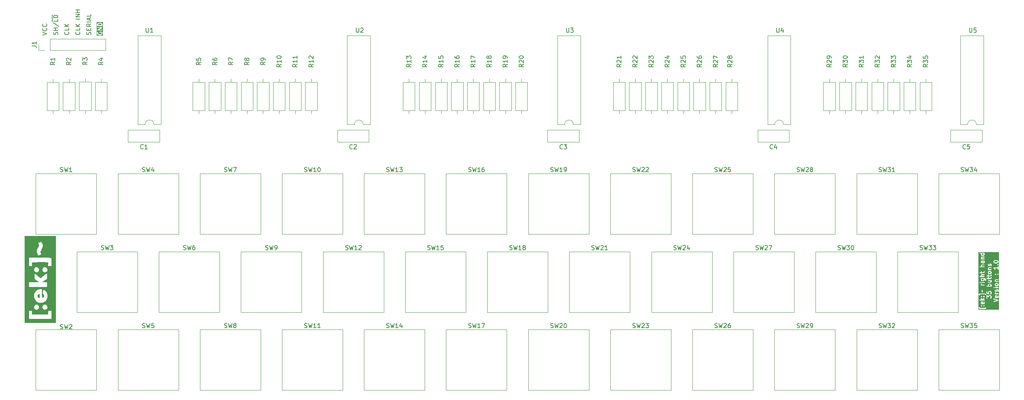
<source format=gbr>
%TF.GenerationSoftware,KiCad,Pcbnew,7.0.7-7.0.7~ubuntu22.04.1*%
%TF.CreationDate,2023-09-21T20:26:45+02:00*%
%TF.ProjectId,ek_right_hand_35_buttons,656b5f72-6967-4687-945f-68616e645f33,1.0*%
%TF.SameCoordinates,Original*%
%TF.FileFunction,Legend,Top*%
%TF.FilePolarity,Positive*%
%FSLAX46Y46*%
G04 Gerber Fmt 4.6, Leading zero omitted, Abs format (unit mm)*
G04 Created by KiCad (PCBNEW 7.0.7-7.0.7~ubuntu22.04.1) date 2023-09-21 20:26:45*
%MOMM*%
%LPD*%
G01*
G04 APERTURE LIST*
%ADD10C,0.200000*%
%ADD11C,0.150000*%
%ADD12C,0.120000*%
G04 APERTURE END LIST*
D10*
X37704600Y-36422945D02*
X37752219Y-36280088D01*
X37752219Y-36280088D02*
X37752219Y-36041993D01*
X37752219Y-36041993D02*
X37704600Y-35946755D01*
X37704600Y-35946755D02*
X37656980Y-35899136D01*
X37656980Y-35899136D02*
X37561742Y-35851517D01*
X37561742Y-35851517D02*
X37466504Y-35851517D01*
X37466504Y-35851517D02*
X37371266Y-35899136D01*
X37371266Y-35899136D02*
X37323647Y-35946755D01*
X37323647Y-35946755D02*
X37276028Y-36041993D01*
X37276028Y-36041993D02*
X37228409Y-36232469D01*
X37228409Y-36232469D02*
X37180790Y-36327707D01*
X37180790Y-36327707D02*
X37133171Y-36375326D01*
X37133171Y-36375326D02*
X37037933Y-36422945D01*
X37037933Y-36422945D02*
X36942695Y-36422945D01*
X36942695Y-36422945D02*
X36847457Y-36375326D01*
X36847457Y-36375326D02*
X36799838Y-36327707D01*
X36799838Y-36327707D02*
X36752219Y-36232469D01*
X36752219Y-36232469D02*
X36752219Y-35994374D01*
X36752219Y-35994374D02*
X36799838Y-35851517D01*
X37752219Y-35422945D02*
X36752219Y-35422945D01*
X37228409Y-35422945D02*
X37228409Y-34851517D01*
X37752219Y-34851517D02*
X36752219Y-34851517D01*
X36704600Y-33661041D02*
X37990314Y-34518183D01*
X37752219Y-32851517D02*
X37752219Y-33327707D01*
X37752219Y-33327707D02*
X36752219Y-33327707D01*
X37752219Y-32518183D02*
X36752219Y-32518183D01*
X36752219Y-32518183D02*
X36752219Y-32280088D01*
X36752219Y-32280088D02*
X36799838Y-32137231D01*
X36799838Y-32137231D02*
X36895076Y-32041993D01*
X36895076Y-32041993D02*
X36990314Y-31994374D01*
X36990314Y-31994374D02*
X37180790Y-31946755D01*
X37180790Y-31946755D02*
X37323647Y-31946755D01*
X37323647Y-31946755D02*
X37514123Y-31994374D01*
X37514123Y-31994374D02*
X37609361Y-32041993D01*
X37609361Y-32041993D02*
X37704600Y-32137231D01*
X37704600Y-32137231D02*
X37752219Y-32280088D01*
X37752219Y-32280088D02*
X37752219Y-32518183D01*
X36474600Y-33465803D02*
X36474600Y-31856279D01*
X40196980Y-35803898D02*
X40244600Y-35851517D01*
X40244600Y-35851517D02*
X40292219Y-35994374D01*
X40292219Y-35994374D02*
X40292219Y-36089612D01*
X40292219Y-36089612D02*
X40244600Y-36232469D01*
X40244600Y-36232469D02*
X40149361Y-36327707D01*
X40149361Y-36327707D02*
X40054123Y-36375326D01*
X40054123Y-36375326D02*
X39863647Y-36422945D01*
X39863647Y-36422945D02*
X39720790Y-36422945D01*
X39720790Y-36422945D02*
X39530314Y-36375326D01*
X39530314Y-36375326D02*
X39435076Y-36327707D01*
X39435076Y-36327707D02*
X39339838Y-36232469D01*
X39339838Y-36232469D02*
X39292219Y-36089612D01*
X39292219Y-36089612D02*
X39292219Y-35994374D01*
X39292219Y-35994374D02*
X39339838Y-35851517D01*
X39339838Y-35851517D02*
X39387457Y-35803898D01*
X40292219Y-34899136D02*
X40292219Y-35375326D01*
X40292219Y-35375326D02*
X39292219Y-35375326D01*
X40292219Y-34565802D02*
X39292219Y-34565802D01*
X40292219Y-33994374D02*
X39720790Y-34422945D01*
X39292219Y-33994374D02*
X39863647Y-34565802D01*
X42736980Y-35803898D02*
X42784600Y-35851517D01*
X42784600Y-35851517D02*
X42832219Y-35994374D01*
X42832219Y-35994374D02*
X42832219Y-36089612D01*
X42832219Y-36089612D02*
X42784600Y-36232469D01*
X42784600Y-36232469D02*
X42689361Y-36327707D01*
X42689361Y-36327707D02*
X42594123Y-36375326D01*
X42594123Y-36375326D02*
X42403647Y-36422945D01*
X42403647Y-36422945D02*
X42260790Y-36422945D01*
X42260790Y-36422945D02*
X42070314Y-36375326D01*
X42070314Y-36375326D02*
X41975076Y-36327707D01*
X41975076Y-36327707D02*
X41879838Y-36232469D01*
X41879838Y-36232469D02*
X41832219Y-36089612D01*
X41832219Y-36089612D02*
X41832219Y-35994374D01*
X41832219Y-35994374D02*
X41879838Y-35851517D01*
X41879838Y-35851517D02*
X41927457Y-35803898D01*
X42832219Y-34899136D02*
X42832219Y-35375326D01*
X42832219Y-35375326D02*
X41832219Y-35375326D01*
X42832219Y-34565802D02*
X41832219Y-34565802D01*
X42832219Y-33994374D02*
X42260790Y-34422945D01*
X41832219Y-33994374D02*
X42403647Y-34565802D01*
X42832219Y-32803897D02*
X41832219Y-32803897D01*
X42832219Y-32327707D02*
X41832219Y-32327707D01*
X41832219Y-32327707D02*
X42832219Y-31756279D01*
X42832219Y-31756279D02*
X41832219Y-31756279D01*
X42832219Y-31280088D02*
X41832219Y-31280088D01*
X42308409Y-31280088D02*
X42308409Y-30708660D01*
X42832219Y-30708660D02*
X41832219Y-30708660D01*
X45324600Y-36422945D02*
X45372219Y-36280088D01*
X45372219Y-36280088D02*
X45372219Y-36041993D01*
X45372219Y-36041993D02*
X45324600Y-35946755D01*
X45324600Y-35946755D02*
X45276980Y-35899136D01*
X45276980Y-35899136D02*
X45181742Y-35851517D01*
X45181742Y-35851517D02*
X45086504Y-35851517D01*
X45086504Y-35851517D02*
X44991266Y-35899136D01*
X44991266Y-35899136D02*
X44943647Y-35946755D01*
X44943647Y-35946755D02*
X44896028Y-36041993D01*
X44896028Y-36041993D02*
X44848409Y-36232469D01*
X44848409Y-36232469D02*
X44800790Y-36327707D01*
X44800790Y-36327707D02*
X44753171Y-36375326D01*
X44753171Y-36375326D02*
X44657933Y-36422945D01*
X44657933Y-36422945D02*
X44562695Y-36422945D01*
X44562695Y-36422945D02*
X44467457Y-36375326D01*
X44467457Y-36375326D02*
X44419838Y-36327707D01*
X44419838Y-36327707D02*
X44372219Y-36232469D01*
X44372219Y-36232469D02*
X44372219Y-35994374D01*
X44372219Y-35994374D02*
X44419838Y-35851517D01*
X44848409Y-35422945D02*
X44848409Y-35089612D01*
X45372219Y-34946755D02*
X45372219Y-35422945D01*
X45372219Y-35422945D02*
X44372219Y-35422945D01*
X44372219Y-35422945D02*
X44372219Y-34946755D01*
X45372219Y-33946755D02*
X44896028Y-34280088D01*
X45372219Y-34518183D02*
X44372219Y-34518183D01*
X44372219Y-34518183D02*
X44372219Y-34137231D01*
X44372219Y-34137231D02*
X44419838Y-34041993D01*
X44419838Y-34041993D02*
X44467457Y-33994374D01*
X44467457Y-33994374D02*
X44562695Y-33946755D01*
X44562695Y-33946755D02*
X44705552Y-33946755D01*
X44705552Y-33946755D02*
X44800790Y-33994374D01*
X44800790Y-33994374D02*
X44848409Y-34041993D01*
X44848409Y-34041993D02*
X44896028Y-34137231D01*
X44896028Y-34137231D02*
X44896028Y-34518183D01*
X45372219Y-33518183D02*
X44372219Y-33518183D01*
X45086504Y-33089612D02*
X45086504Y-32613422D01*
X45372219Y-33184850D02*
X44372219Y-32851517D01*
X44372219Y-32851517D02*
X45372219Y-32518184D01*
X45372219Y-31708660D02*
X45372219Y-32184850D01*
X45372219Y-32184850D02*
X44372219Y-32184850D01*
G36*
X47639218Y-33898249D02*
G01*
X47710127Y-33933703D01*
X47777197Y-34000773D01*
X47812219Y-34105838D01*
X47812219Y-34227707D01*
X47012219Y-34227707D01*
X47012219Y-34105839D01*
X47047240Y-34000774D01*
X47114312Y-33933702D01*
X47185218Y-33898249D01*
X47353099Y-33856279D01*
X47471337Y-33856279D01*
X47639218Y-33898249D01*
G37*
G36*
X48155076Y-36665802D02*
G01*
X46669362Y-36665802D01*
X46669362Y-36089612D01*
X46812219Y-36089612D01*
X46817227Y-36105027D01*
X46817351Y-36121235D01*
X46864970Y-36264091D01*
X46878659Y-36282636D01*
X46889127Y-36303180D01*
X46984365Y-36398418D01*
X46998807Y-36405776D01*
X47010355Y-36417150D01*
X47105592Y-36464769D01*
X47116613Y-36466429D01*
X47126060Y-36472340D01*
X47316536Y-36519959D01*
X47328952Y-36519098D01*
X47340790Y-36522945D01*
X47483647Y-36522945D01*
X47495484Y-36519098D01*
X47507901Y-36519959D01*
X47698376Y-36472340D01*
X47707822Y-36466429D01*
X47718844Y-36464769D01*
X47814082Y-36417150D01*
X47825630Y-36405775D01*
X47840071Y-36398418D01*
X47935311Y-36303180D01*
X47945779Y-36282635D01*
X47959468Y-36264092D01*
X48007087Y-36121235D01*
X48007210Y-36105027D01*
X48012219Y-36089612D01*
X48012219Y-35994374D01*
X48007210Y-35978958D01*
X48007087Y-35962751D01*
X47959468Y-35819894D01*
X47945776Y-35801347D01*
X47935310Y-35780805D01*
X47887690Y-35733187D01*
X47880502Y-35729524D01*
X47875759Y-35722996D01*
X47853487Y-35715759D01*
X47832622Y-35705128D01*
X47824651Y-35706390D01*
X47816980Y-35703898D01*
X47483647Y-35703898D01*
X47468584Y-35708792D01*
X47452745Y-35708792D01*
X47439931Y-35718101D01*
X47424868Y-35722996D01*
X47415558Y-35735809D01*
X47402745Y-35745119D01*
X47397850Y-35760182D01*
X47388541Y-35772996D01*
X47388541Y-35788835D01*
X47383647Y-35803898D01*
X47383647Y-35994374D01*
X47402745Y-36053153D01*
X47452745Y-36089480D01*
X47514549Y-36089480D01*
X47564549Y-36053153D01*
X47583647Y-35994374D01*
X47583647Y-35903898D01*
X47775560Y-35903898D01*
X47777197Y-35905535D01*
X47812219Y-36010600D01*
X47812219Y-36073385D01*
X47777197Y-36178450D01*
X47710127Y-36245520D01*
X47639218Y-36280974D01*
X47471337Y-36322945D01*
X47353099Y-36322945D01*
X47185218Y-36280974D01*
X47114313Y-36245522D01*
X47047240Y-36178449D01*
X47012219Y-36073385D01*
X47012219Y-35970362D01*
X47049281Y-35896239D01*
X47058486Y-35835124D01*
X47030010Y-35780272D01*
X46974731Y-35752632D01*
X46913764Y-35762763D01*
X46870395Y-35806796D01*
X46822776Y-35902034D01*
X46819342Y-35924831D01*
X46812219Y-35946755D01*
X46812219Y-36089612D01*
X46669362Y-36089612D01*
X46669362Y-35395681D01*
X46814312Y-35395681D01*
X46817113Y-35400582D01*
X46817113Y-35406228D01*
X46832224Y-35427027D01*
X46844976Y-35449342D01*
X46850121Y-35451660D01*
X46853440Y-35456228D01*
X46877886Y-35464171D01*
X46901323Y-35474731D01*
X46906850Y-35473581D01*
X46912219Y-35475326D01*
X47912219Y-35475326D01*
X47970998Y-35456228D01*
X48007325Y-35406228D01*
X48007325Y-35344424D01*
X47970998Y-35294424D01*
X47912219Y-35275326D01*
X47288775Y-35275326D01*
X47961833Y-34890722D01*
X47965628Y-34886544D01*
X47970998Y-34884800D01*
X47986109Y-34864001D01*
X48003392Y-34844978D01*
X48004007Y-34839366D01*
X48007325Y-34834800D01*
X48007325Y-34809096D01*
X48010126Y-34783543D01*
X48007325Y-34778641D01*
X48007325Y-34772996D01*
X47992216Y-34752200D01*
X47979463Y-34729882D01*
X47974316Y-34727562D01*
X47970998Y-34722996D01*
X47946552Y-34715053D01*
X47923115Y-34704493D01*
X47917587Y-34705642D01*
X47912219Y-34703898D01*
X46912219Y-34703898D01*
X46853440Y-34722996D01*
X46817113Y-34772996D01*
X46817113Y-34834800D01*
X46853440Y-34884800D01*
X46912219Y-34903898D01*
X47535663Y-34903898D01*
X46862605Y-35288502D01*
X46858809Y-35292679D01*
X46853440Y-35294424D01*
X46838328Y-35315222D01*
X46821046Y-35334246D01*
X46820430Y-35339857D01*
X46817113Y-35344424D01*
X46817113Y-35370127D01*
X46814312Y-35395681D01*
X46669362Y-35395681D01*
X46669362Y-34327707D01*
X46812219Y-34327707D01*
X46817113Y-34342769D01*
X46817113Y-34358609D01*
X46826422Y-34371422D01*
X46831317Y-34386486D01*
X46844130Y-34395795D01*
X46853440Y-34408609D01*
X46868503Y-34413503D01*
X46881317Y-34422813D01*
X46897156Y-34422813D01*
X46912219Y-34427707D01*
X47912219Y-34427707D01*
X47927282Y-34422813D01*
X47943121Y-34422813D01*
X47955934Y-34413503D01*
X47970998Y-34408609D01*
X47980307Y-34395795D01*
X47993121Y-34386486D01*
X47998015Y-34371422D01*
X48007325Y-34358609D01*
X48007325Y-34342769D01*
X48012219Y-34327707D01*
X48012219Y-34089612D01*
X48007210Y-34074196D01*
X48007087Y-34057989D01*
X47959468Y-33915132D01*
X47945779Y-33896588D01*
X47935311Y-33876044D01*
X47840071Y-33780806D01*
X47825630Y-33773448D01*
X47814082Y-33762074D01*
X47718844Y-33714455D01*
X47707822Y-33712794D01*
X47698376Y-33706884D01*
X47507901Y-33659265D01*
X47495484Y-33660125D01*
X47483647Y-33656279D01*
X47340790Y-33656279D01*
X47328952Y-33660125D01*
X47316536Y-33659265D01*
X47126060Y-33706884D01*
X47116613Y-33712794D01*
X47105592Y-33714455D01*
X47010355Y-33762074D01*
X46998807Y-33773447D01*
X46984365Y-33780806D01*
X46889127Y-33876044D01*
X46878659Y-33896587D01*
X46864970Y-33915133D01*
X46817351Y-34057989D01*
X46817227Y-34074196D01*
X46812219Y-34089612D01*
X46812219Y-34327707D01*
X46669362Y-34327707D01*
X46669362Y-33513422D01*
X48155076Y-33513422D01*
X48155076Y-36665802D01*
G37*
X34212219Y-36518183D02*
X35212219Y-36184850D01*
X35212219Y-36184850D02*
X34212219Y-35851517D01*
X35116980Y-34946755D02*
X35164600Y-34994374D01*
X35164600Y-34994374D02*
X35212219Y-35137231D01*
X35212219Y-35137231D02*
X35212219Y-35232469D01*
X35212219Y-35232469D02*
X35164600Y-35375326D01*
X35164600Y-35375326D02*
X35069361Y-35470564D01*
X35069361Y-35470564D02*
X34974123Y-35518183D01*
X34974123Y-35518183D02*
X34783647Y-35565802D01*
X34783647Y-35565802D02*
X34640790Y-35565802D01*
X34640790Y-35565802D02*
X34450314Y-35518183D01*
X34450314Y-35518183D02*
X34355076Y-35470564D01*
X34355076Y-35470564D02*
X34259838Y-35375326D01*
X34259838Y-35375326D02*
X34212219Y-35232469D01*
X34212219Y-35232469D02*
X34212219Y-35137231D01*
X34212219Y-35137231D02*
X34259838Y-34994374D01*
X34259838Y-34994374D02*
X34307457Y-34946755D01*
X35116980Y-33946755D02*
X35164600Y-33994374D01*
X35164600Y-33994374D02*
X35212219Y-34137231D01*
X35212219Y-34137231D02*
X35212219Y-34232469D01*
X35212219Y-34232469D02*
X35164600Y-34375326D01*
X35164600Y-34375326D02*
X35069361Y-34470564D01*
X35069361Y-34470564D02*
X34974123Y-34518183D01*
X34974123Y-34518183D02*
X34783647Y-34565802D01*
X34783647Y-34565802D02*
X34640790Y-34565802D01*
X34640790Y-34565802D02*
X34450314Y-34518183D01*
X34450314Y-34518183D02*
X34355076Y-34470564D01*
X34355076Y-34470564D02*
X34259838Y-34375326D01*
X34259838Y-34375326D02*
X34212219Y-34232469D01*
X34212219Y-34232469D02*
X34212219Y-34137231D01*
X34212219Y-34137231D02*
X34259838Y-33994374D01*
X34259838Y-33994374D02*
X34307457Y-33946755D01*
G36*
X250591905Y-98459524D02*
G01*
X250547016Y-98459524D01*
X250502707Y-98437369D01*
X250480552Y-98393059D01*
X250480552Y-98249798D01*
X250502707Y-98205488D01*
X250537607Y-98188038D01*
X250591905Y-98459524D01*
G37*
G36*
X253811905Y-97007142D02*
G01*
X253767016Y-97007142D01*
X253722707Y-96984987D01*
X253700552Y-96940677D01*
X253700552Y-96797416D01*
X253722707Y-96753106D01*
X253757607Y-96735656D01*
X253811905Y-97007142D01*
G37*
G36*
X252502746Y-94117901D02*
G01*
X252527414Y-94142568D01*
X252557219Y-94202178D01*
X252557219Y-94345439D01*
X252547797Y-94364285D01*
X252099975Y-94364285D01*
X252090552Y-94345439D01*
X252090552Y-94202178D01*
X252120357Y-94142568D01*
X252145025Y-94117899D01*
X252204635Y-94088095D01*
X252443135Y-94088095D01*
X252502746Y-94117901D01*
G37*
G36*
X254112746Y-93951234D02*
G01*
X254137414Y-93975901D01*
X254167219Y-94035511D01*
X254167219Y-94131153D01*
X254137414Y-94190763D01*
X254112746Y-94215430D01*
X254053135Y-94245237D01*
X253814635Y-94245237D01*
X253755025Y-94215432D01*
X253730357Y-94190763D01*
X253700552Y-94131153D01*
X253700552Y-94035511D01*
X253730357Y-93975901D01*
X253755025Y-93951232D01*
X253814635Y-93921428D01*
X254053135Y-93921428D01*
X254112746Y-93951234D01*
G37*
G36*
X250947219Y-92821226D02*
G01*
X250947219Y-92964487D01*
X250917414Y-93024097D01*
X250892746Y-93048764D01*
X250833135Y-93078571D01*
X250594635Y-93078571D01*
X250535025Y-93048766D01*
X250510357Y-93024097D01*
X250480552Y-92964487D01*
X250480552Y-92821226D01*
X250489975Y-92802381D01*
X250937796Y-92802381D01*
X250947219Y-92821226D01*
G37*
G36*
X252502746Y-91165519D02*
G01*
X252527414Y-91190186D01*
X252557219Y-91249796D01*
X252557219Y-91345439D01*
X252527414Y-91405048D01*
X252502746Y-91429715D01*
X252443135Y-91459522D01*
X252204635Y-91459522D01*
X252145025Y-91429717D01*
X252120357Y-91405048D01*
X252090551Y-91345438D01*
X252090551Y-91249796D01*
X252120357Y-91190186D01*
X252145025Y-91165517D01*
X252204635Y-91135713D01*
X252443135Y-91135713D01*
X252502746Y-91165519D01*
G37*
G36*
X250947219Y-88773606D02*
G01*
X250947219Y-88964486D01*
X250925064Y-89008796D01*
X250880754Y-89030951D01*
X250832730Y-89030951D01*
X250788421Y-89008796D01*
X250766266Y-88964486D01*
X250766266Y-88754761D01*
X250937796Y-88754761D01*
X250947219Y-88773606D01*
G37*
G36*
X254041837Y-88677684D02*
G01*
X254112746Y-88713139D01*
X254137414Y-88737806D01*
X254167219Y-88797415D01*
X254167219Y-88845440D01*
X254137414Y-88905049D01*
X254112746Y-88929716D01*
X254041837Y-88965171D01*
X253873956Y-89007142D01*
X253660480Y-89007142D01*
X253492599Y-88965171D01*
X253421692Y-88929718D01*
X253397024Y-88905049D01*
X253367219Y-88845439D01*
X253367219Y-88797416D01*
X253397024Y-88737806D01*
X253421692Y-88713137D01*
X253492599Y-88677684D01*
X253660480Y-88635714D01*
X253873956Y-88635714D01*
X254041837Y-88677684D01*
G37*
G36*
X250947219Y-86964082D02*
G01*
X250947219Y-87107344D01*
X250917414Y-87166953D01*
X250892746Y-87191620D01*
X250833135Y-87221427D01*
X250594635Y-87221427D01*
X250535025Y-87191622D01*
X250510357Y-87166953D01*
X250480552Y-87107343D01*
X250480552Y-86964082D01*
X250489975Y-86945237D01*
X250937796Y-86945237D01*
X250947219Y-86964082D01*
G37*
G36*
X254510076Y-99850000D02*
G01*
X249709123Y-99850000D01*
X249709123Y-99607143D01*
X249851980Y-99607143D01*
X249856874Y-99622205D01*
X249856874Y-99638045D01*
X249866183Y-99650858D01*
X249871078Y-99665922D01*
X249883891Y-99675231D01*
X249893201Y-99688045D01*
X249908264Y-99692939D01*
X249921078Y-99702249D01*
X249936917Y-99702249D01*
X249951980Y-99707143D01*
X251380552Y-99707143D01*
X251395615Y-99702249D01*
X251411454Y-99702249D01*
X251424267Y-99692939D01*
X251439331Y-99688045D01*
X251448640Y-99675231D01*
X251461454Y-99665922D01*
X251466348Y-99650858D01*
X251475658Y-99638045D01*
X251475658Y-99622205D01*
X251480552Y-99607143D01*
X251480552Y-99369048D01*
X251461454Y-99310269D01*
X251411454Y-99273942D01*
X251349650Y-99273942D01*
X251299650Y-99310269D01*
X251280552Y-99369048D01*
X251280552Y-99507143D01*
X250051980Y-99507143D01*
X250051980Y-99369048D01*
X250032882Y-99310269D01*
X249982882Y-99273942D01*
X249921078Y-99273942D01*
X249871078Y-99310269D01*
X249851980Y-99369048D01*
X249851980Y-99607143D01*
X249709123Y-99607143D01*
X249709123Y-99003738D01*
X250329402Y-99003738D01*
X250333065Y-99010927D01*
X250333065Y-99018997D01*
X250337807Y-99025524D01*
X250339070Y-99033494D01*
X250350269Y-99044693D01*
X250357460Y-99058806D01*
X250405079Y-99106424D01*
X250419190Y-99113614D01*
X250430391Y-99124815D01*
X250446034Y-99127292D01*
X250460146Y-99134483D01*
X250475789Y-99132005D01*
X250491433Y-99134483D01*
X250505545Y-99127292D01*
X250521189Y-99124815D01*
X250532388Y-99113615D01*
X250546501Y-99106425D01*
X250594119Y-99058806D01*
X250601309Y-99044694D01*
X250612510Y-99033494D01*
X250613772Y-99025525D01*
X250618515Y-99018997D01*
X250618515Y-99010927D01*
X250622178Y-99003739D01*
X250853211Y-99003739D01*
X250856874Y-99010927D01*
X250856874Y-99018997D01*
X250861615Y-99025523D01*
X250862878Y-99033493D01*
X250874079Y-99044695D01*
X250881270Y-99058806D01*
X250928890Y-99106425D01*
X250943000Y-99113614D01*
X250954201Y-99124815D01*
X250969846Y-99127292D01*
X250983958Y-99134483D01*
X250999600Y-99132005D01*
X251015243Y-99134483D01*
X251029354Y-99127292D01*
X251045000Y-99124815D01*
X251056199Y-99113615D01*
X251070311Y-99106425D01*
X251117929Y-99058806D01*
X251125119Y-99044694D01*
X251136320Y-99033494D01*
X251137582Y-99025525D01*
X251142325Y-99018997D01*
X251142325Y-99010927D01*
X251145988Y-99003739D01*
X251143510Y-98988095D01*
X251145988Y-98972451D01*
X251142325Y-98965262D01*
X251142325Y-98957193D01*
X251137582Y-98950664D01*
X251136320Y-98942696D01*
X251125119Y-98931495D01*
X251117929Y-98917384D01*
X251070311Y-98869765D01*
X251056199Y-98862574D01*
X251045000Y-98851375D01*
X251029354Y-98848897D01*
X251015243Y-98841707D01*
X250999600Y-98844184D01*
X250983958Y-98841707D01*
X250969846Y-98848897D01*
X250954201Y-98851375D01*
X250943000Y-98862575D01*
X250928890Y-98869765D01*
X250881270Y-98917384D01*
X250874079Y-98931494D01*
X250862878Y-98942697D01*
X250861615Y-98950666D01*
X250856874Y-98957193D01*
X250856874Y-98965262D01*
X250853211Y-98972451D01*
X250855688Y-98988094D01*
X250853211Y-99003739D01*
X250622178Y-99003739D01*
X250619700Y-98988095D01*
X250622178Y-98972451D01*
X250618515Y-98965262D01*
X250618515Y-98957193D01*
X250613772Y-98950664D01*
X250612510Y-98942696D01*
X250601309Y-98931495D01*
X250594119Y-98917384D01*
X250546501Y-98869765D01*
X250532388Y-98862574D01*
X250521189Y-98851375D01*
X250505545Y-98848897D01*
X250491433Y-98841707D01*
X250475789Y-98844184D01*
X250460146Y-98841707D01*
X250446034Y-98848897D01*
X250430391Y-98851375D01*
X250419190Y-98862575D01*
X250405079Y-98869766D01*
X250357460Y-98917384D01*
X250350269Y-98931496D01*
X250339070Y-98942696D01*
X250337807Y-98950665D01*
X250333065Y-98957193D01*
X250333065Y-98965262D01*
X250329402Y-98972452D01*
X250331879Y-98988094D01*
X250329402Y-99003738D01*
X249709123Y-99003738D01*
X249709123Y-98416667D01*
X250280552Y-98416667D01*
X250287675Y-98438590D01*
X250291109Y-98461388D01*
X250338728Y-98556626D01*
X250339286Y-98557192D01*
X250339417Y-98557979D01*
X250360919Y-98579156D01*
X250382097Y-98600659D01*
X250382883Y-98600789D01*
X250383450Y-98601348D01*
X250478687Y-98648967D01*
X250501485Y-98652400D01*
X250523409Y-98659524D01*
X250904361Y-98659524D01*
X250926284Y-98652400D01*
X250949082Y-98648967D01*
X251044321Y-98601348D01*
X251044887Y-98600789D01*
X251045674Y-98600659D01*
X251066835Y-98579173D01*
X251088354Y-98557980D01*
X251088484Y-98557192D01*
X251089043Y-98556626D01*
X251136662Y-98461389D01*
X251140095Y-98438590D01*
X251147219Y-98416667D01*
X251147219Y-98226191D01*
X251140095Y-98204267D01*
X251136662Y-98181469D01*
X251089043Y-98086232D01*
X251063484Y-98060282D01*
X253167221Y-98060282D01*
X253186766Y-98118914D01*
X253237040Y-98154861D01*
X253298842Y-98154391D01*
X254298841Y-97821058D01*
X254323104Y-97803147D01*
X254347672Y-97785581D01*
X254347923Y-97784826D01*
X254348565Y-97784353D01*
X254357680Y-97755556D01*
X254367216Y-97726949D01*
X254366975Y-97726190D01*
X254367216Y-97725431D01*
X254357680Y-97696823D01*
X254348565Y-97668027D01*
X254347923Y-97667553D01*
X254347672Y-97666799D01*
X254323104Y-97649232D01*
X254298841Y-97631322D01*
X253298842Y-97297989D01*
X253237040Y-97297519D01*
X253186766Y-97333466D01*
X253167221Y-97392098D01*
X253185873Y-97451020D01*
X253235596Y-97487725D01*
X253950991Y-97726190D01*
X253235596Y-97964655D01*
X253185873Y-98001360D01*
X253167221Y-98060282D01*
X251063484Y-98060282D01*
X251045674Y-98042199D01*
X250984707Y-98032068D01*
X250929428Y-98059707D01*
X250900952Y-98114560D01*
X250910157Y-98175674D01*
X250947219Y-98249798D01*
X250947219Y-98393059D01*
X250925064Y-98437369D01*
X250880754Y-98459524D01*
X250795865Y-98459524D01*
X250716705Y-98063722D01*
X250713753Y-98058463D01*
X250713753Y-98052432D01*
X250698855Y-98031926D01*
X250686450Y-98009830D01*
X250680970Y-98007311D01*
X250677426Y-98002432D01*
X250653322Y-97994600D01*
X250630297Y-97984015D01*
X250624383Y-97985197D01*
X250618647Y-97983334D01*
X250523409Y-97983334D01*
X250501485Y-97990457D01*
X250478687Y-97993891D01*
X250383450Y-98041510D01*
X250382883Y-98042068D01*
X250382097Y-98042199D01*
X250360919Y-98063701D01*
X250339417Y-98084879D01*
X250339286Y-98085665D01*
X250338728Y-98086232D01*
X250291109Y-98181470D01*
X250287675Y-98204267D01*
X250280552Y-98226191D01*
X250280552Y-98416667D01*
X249709123Y-98416667D01*
X249709123Y-97685664D01*
X249952113Y-97685664D01*
X249988440Y-97735664D01*
X250047219Y-97754762D01*
X251047219Y-97754762D01*
X251105998Y-97735664D01*
X251142325Y-97685664D01*
X251142325Y-97623860D01*
X251105998Y-97573860D01*
X251047219Y-97554762D01*
X250839282Y-97554762D01*
X251107219Y-97353810D01*
X251142784Y-97303264D01*
X251141845Y-97241468D01*
X251130387Y-97226190D01*
X251557219Y-97226190D01*
X251576317Y-97284969D01*
X251626317Y-97321296D01*
X251688121Y-97321296D01*
X251738121Y-97284969D01*
X251757219Y-97226190D01*
X251757219Y-96827519D01*
X251972321Y-97015734D01*
X251990908Y-97023695D01*
X252007269Y-97035582D01*
X252018661Y-97035582D01*
X252029132Y-97040067D01*
X252048851Y-97035582D01*
X252069073Y-97035582D01*
X252078288Y-97028886D01*
X252089397Y-97026360D01*
X252102714Y-97011140D01*
X252119073Y-96999255D01*
X252122592Y-96988421D01*
X252130095Y-96979848D01*
X252131922Y-96959705D01*
X252138171Y-96940476D01*
X252138171Y-96821226D01*
X252167976Y-96761616D01*
X252192644Y-96736947D01*
X252252254Y-96707143D01*
X252443135Y-96707143D01*
X252502746Y-96736949D01*
X252527414Y-96761616D01*
X252557219Y-96821226D01*
X252557219Y-97059726D01*
X252527414Y-97119335D01*
X252491270Y-97155479D01*
X252463211Y-97210546D01*
X252472878Y-97271588D01*
X252516580Y-97315291D01*
X252577622Y-97324960D01*
X252632690Y-97296901D01*
X252680310Y-97249283D01*
X252687669Y-97234839D01*
X252699043Y-97223292D01*
X252746662Y-97128055D01*
X252750095Y-97105256D01*
X252757219Y-97083333D01*
X252757219Y-96964285D01*
X253500552Y-96964285D01*
X253507675Y-96986208D01*
X253511109Y-97009006D01*
X253558728Y-97104244D01*
X253559286Y-97104810D01*
X253559417Y-97105597D01*
X253580919Y-97126774D01*
X253602097Y-97148277D01*
X253602883Y-97148407D01*
X253603450Y-97148966D01*
X253698687Y-97196585D01*
X253721485Y-97200018D01*
X253743409Y-97207142D01*
X254124361Y-97207142D01*
X254146284Y-97200018D01*
X254169082Y-97196585D01*
X254264321Y-97148966D01*
X254264887Y-97148407D01*
X254265674Y-97148277D01*
X254286835Y-97126791D01*
X254308354Y-97105598D01*
X254308484Y-97104810D01*
X254309043Y-97104244D01*
X254356662Y-97009007D01*
X254360095Y-96986208D01*
X254367219Y-96964285D01*
X254367219Y-96773809D01*
X254360095Y-96751885D01*
X254356662Y-96729087D01*
X254309043Y-96633850D01*
X254265674Y-96589817D01*
X254204707Y-96579686D01*
X254149428Y-96607325D01*
X254120952Y-96662178D01*
X254130157Y-96723292D01*
X254167219Y-96797415D01*
X254167219Y-96940677D01*
X254145064Y-96984987D01*
X254100754Y-97007142D01*
X254015865Y-97007142D01*
X253936705Y-96611340D01*
X253933753Y-96606081D01*
X253933753Y-96600050D01*
X253918855Y-96579544D01*
X253906450Y-96557448D01*
X253900970Y-96554929D01*
X253897426Y-96550050D01*
X253873322Y-96542218D01*
X253850297Y-96531633D01*
X253844383Y-96532815D01*
X253838647Y-96530952D01*
X253743409Y-96530952D01*
X253721485Y-96538075D01*
X253698687Y-96541509D01*
X253603450Y-96589128D01*
X253602883Y-96589686D01*
X253602097Y-96589817D01*
X253580919Y-96611319D01*
X253559417Y-96632497D01*
X253559286Y-96633283D01*
X253558728Y-96633850D01*
X253511109Y-96729088D01*
X253507675Y-96751885D01*
X253500552Y-96773809D01*
X253500552Y-96964285D01*
X252757219Y-96964285D01*
X252757219Y-96797619D01*
X252750095Y-96775695D01*
X252746662Y-96752897D01*
X252699043Y-96657660D01*
X252687669Y-96646112D01*
X252680310Y-96631669D01*
X252632690Y-96584051D01*
X252618248Y-96576692D01*
X252606701Y-96565319D01*
X252511463Y-96517700D01*
X252488665Y-96514266D01*
X252466742Y-96507143D01*
X252228647Y-96507143D01*
X252206723Y-96514266D01*
X252183925Y-96517700D01*
X252088688Y-96565319D01*
X252077139Y-96576693D01*
X252062698Y-96584052D01*
X252015079Y-96631670D01*
X252007720Y-96646112D01*
X251996347Y-96657660D01*
X251956923Y-96736507D01*
X251723069Y-96531885D01*
X251704481Y-96523923D01*
X251688121Y-96512037D01*
X251676729Y-96512037D01*
X251666258Y-96507552D01*
X251646539Y-96512037D01*
X251626317Y-96512037D01*
X251617101Y-96518732D01*
X251605994Y-96521259D01*
X251592677Y-96536477D01*
X251576317Y-96548364D01*
X251572797Y-96559197D01*
X251565295Y-96567771D01*
X251563467Y-96587913D01*
X251557219Y-96607143D01*
X251557219Y-97226190D01*
X251130387Y-97226190D01*
X251104763Y-97192025D01*
X251045701Y-97173821D01*
X250987219Y-97193810D01*
X250675649Y-97427486D01*
X250451263Y-97203099D01*
X250396195Y-97175041D01*
X250335153Y-97184709D01*
X250291451Y-97228411D01*
X250281783Y-97289453D01*
X250309841Y-97344521D01*
X250520083Y-97554762D01*
X250047219Y-97554762D01*
X249988440Y-97573860D01*
X249952113Y-97623860D01*
X249952113Y-97685664D01*
X249709123Y-97685664D01*
X249709123Y-96860881D01*
X250329402Y-96860881D01*
X250333065Y-96868070D01*
X250333065Y-96876140D01*
X250337807Y-96882667D01*
X250339070Y-96890637D01*
X250350269Y-96901836D01*
X250357460Y-96915949D01*
X250405079Y-96963567D01*
X250419190Y-96970757D01*
X250430391Y-96981958D01*
X250446034Y-96984435D01*
X250460146Y-96991626D01*
X250475789Y-96989148D01*
X250491433Y-96991626D01*
X250505545Y-96984435D01*
X250521189Y-96981958D01*
X250532388Y-96970758D01*
X250546501Y-96963568D01*
X250594119Y-96915949D01*
X250601309Y-96901837D01*
X250612510Y-96890637D01*
X250613772Y-96882668D01*
X250618515Y-96876140D01*
X250618515Y-96868070D01*
X250622178Y-96860882D01*
X250853211Y-96860882D01*
X250856874Y-96868070D01*
X250856874Y-96876140D01*
X250861615Y-96882666D01*
X250862878Y-96890636D01*
X250874079Y-96901838D01*
X250881270Y-96915949D01*
X250928890Y-96963568D01*
X250943000Y-96970757D01*
X250954201Y-96981958D01*
X250969846Y-96984435D01*
X250983958Y-96991626D01*
X250999600Y-96989148D01*
X251015243Y-96991626D01*
X251029354Y-96984435D01*
X251045000Y-96981958D01*
X251056199Y-96970758D01*
X251070311Y-96963568D01*
X251117929Y-96915949D01*
X251125119Y-96901837D01*
X251136320Y-96890637D01*
X251137582Y-96882668D01*
X251142325Y-96876140D01*
X251142325Y-96868070D01*
X251145988Y-96860882D01*
X251143510Y-96845237D01*
X251145988Y-96829594D01*
X251142325Y-96822405D01*
X251142325Y-96814336D01*
X251137582Y-96807807D01*
X251136320Y-96799839D01*
X251125119Y-96788638D01*
X251117929Y-96774527D01*
X251070311Y-96726908D01*
X251056199Y-96719717D01*
X251045000Y-96708518D01*
X251029354Y-96706040D01*
X251015243Y-96698850D01*
X250999600Y-96701327D01*
X250983958Y-96698850D01*
X250969846Y-96706040D01*
X250954201Y-96708518D01*
X250943000Y-96719718D01*
X250928890Y-96726908D01*
X250881270Y-96774527D01*
X250874079Y-96788637D01*
X250862878Y-96799840D01*
X250861615Y-96807809D01*
X250856874Y-96814336D01*
X250856874Y-96822405D01*
X250853211Y-96829594D01*
X250855688Y-96845237D01*
X250853211Y-96860882D01*
X250622178Y-96860882D01*
X250619700Y-96845237D01*
X250622178Y-96829594D01*
X250618515Y-96822405D01*
X250618515Y-96814336D01*
X250613772Y-96807807D01*
X250612510Y-96799839D01*
X250601309Y-96788638D01*
X250594119Y-96774527D01*
X250546501Y-96726908D01*
X250532388Y-96719717D01*
X250521189Y-96708518D01*
X250505545Y-96706040D01*
X250491433Y-96698850D01*
X250475789Y-96701327D01*
X250460146Y-96698850D01*
X250446034Y-96706040D01*
X250430391Y-96708518D01*
X250419190Y-96719718D01*
X250405079Y-96726909D01*
X250357460Y-96774527D01*
X250350269Y-96788639D01*
X250339070Y-96799839D01*
X250337807Y-96807808D01*
X250333065Y-96814336D01*
X250333065Y-96822405D01*
X250329402Y-96829595D01*
X250331879Y-96845237D01*
X250329402Y-96860881D01*
X249709123Y-96860881D01*
X249709123Y-96464286D01*
X249851980Y-96464286D01*
X249871078Y-96523065D01*
X249921078Y-96559392D01*
X249982882Y-96559392D01*
X250032882Y-96523065D01*
X250051980Y-96464286D01*
X250051980Y-96326191D01*
X251280552Y-96326191D01*
X251280552Y-96464286D01*
X251299650Y-96523065D01*
X251349650Y-96559392D01*
X251411454Y-96559392D01*
X251461454Y-96523065D01*
X251480552Y-96464286D01*
X251480552Y-96226191D01*
X251475658Y-96211128D01*
X251475658Y-96195289D01*
X251466348Y-96182475D01*
X251465080Y-96178571D01*
X251557219Y-96178571D01*
X251560598Y-96188972D01*
X251559510Y-96199856D01*
X251569932Y-96217698D01*
X251576317Y-96237350D01*
X251585165Y-96243778D01*
X251590682Y-96253223D01*
X251609600Y-96261531D01*
X251626317Y-96273677D01*
X251637255Y-96273677D01*
X251647269Y-96278075D01*
X252123459Y-96325694D01*
X252150984Y-96319697D01*
X252178808Y-96315291D01*
X252180923Y-96313175D01*
X252183846Y-96312539D01*
X252202590Y-96291508D01*
X252222510Y-96271589D01*
X252222977Y-96268634D01*
X252224968Y-96266402D01*
X252227771Y-96238368D01*
X252232178Y-96210546D01*
X252230820Y-96207881D01*
X252231118Y-96204905D01*
X252216905Y-96180572D01*
X252204119Y-96155479D01*
X252167976Y-96119335D01*
X252138170Y-96059725D01*
X252138170Y-95868845D01*
X252167976Y-95809235D01*
X252192644Y-95784566D01*
X252252254Y-95754762D01*
X252443135Y-95754762D01*
X252502746Y-95784568D01*
X252527414Y-95809235D01*
X252557219Y-95868845D01*
X252557219Y-96059726D01*
X252527414Y-96119335D01*
X252491270Y-96155479D01*
X252463211Y-96210546D01*
X252472878Y-96271588D01*
X252516580Y-96315291D01*
X252577622Y-96324960D01*
X252632690Y-96296901D01*
X252680310Y-96249283D01*
X252687669Y-96234839D01*
X252699043Y-96223292D01*
X252746662Y-96128055D01*
X252750095Y-96105256D01*
X252757219Y-96083333D01*
X252757219Y-96011904D01*
X253500552Y-96011904D01*
X253507675Y-96033827D01*
X253511109Y-96056625D01*
X253543289Y-96120985D01*
X253541773Y-96121478D01*
X253505446Y-96171478D01*
X253505446Y-96233282D01*
X253541773Y-96283282D01*
X253600552Y-96302380D01*
X254267219Y-96302380D01*
X254325998Y-96283282D01*
X254362325Y-96233282D01*
X254362325Y-96171478D01*
X254325998Y-96121478D01*
X254267219Y-96102380D01*
X253814635Y-96102380D01*
X253755025Y-96072575D01*
X253730357Y-96047906D01*
X253700552Y-95988296D01*
X253700552Y-95916666D01*
X253681454Y-95857887D01*
X253631454Y-95821560D01*
X253569650Y-95821560D01*
X253519650Y-95857887D01*
X253500552Y-95916666D01*
X253500552Y-96011904D01*
X252757219Y-96011904D01*
X252757219Y-95845238D01*
X252750095Y-95823314D01*
X252746662Y-95800516D01*
X252699043Y-95705279D01*
X252687669Y-95693731D01*
X252680310Y-95679288D01*
X252632690Y-95631670D01*
X252618248Y-95624311D01*
X252606701Y-95612938D01*
X252511463Y-95565319D01*
X252488665Y-95561885D01*
X252466742Y-95554762D01*
X252228647Y-95554762D01*
X252206723Y-95561885D01*
X252183925Y-95565319D01*
X252088688Y-95612938D01*
X252077139Y-95624312D01*
X252062698Y-95631671D01*
X252015079Y-95679289D01*
X252007720Y-95693731D01*
X251996347Y-95705279D01*
X251948728Y-95800517D01*
X251945294Y-95823314D01*
X251938171Y-95845238D01*
X251938171Y-96083333D01*
X251945294Y-96105256D01*
X251945542Y-96106904D01*
X251757219Y-96088072D01*
X251757219Y-95702381D01*
X251738121Y-95643602D01*
X251688121Y-95607275D01*
X251626317Y-95607275D01*
X251576317Y-95643602D01*
X251557219Y-95702381D01*
X251557219Y-96178571D01*
X251465080Y-96178571D01*
X251461454Y-96167412D01*
X251448640Y-96158102D01*
X251439331Y-96145289D01*
X251424267Y-96140394D01*
X251411454Y-96131085D01*
X251395615Y-96131085D01*
X251380552Y-96126191D01*
X249951980Y-96126191D01*
X249936917Y-96131085D01*
X249921078Y-96131085D01*
X249908264Y-96140394D01*
X249893201Y-96145289D01*
X249883891Y-96158102D01*
X249871078Y-96167412D01*
X249866183Y-96182475D01*
X249856874Y-96195289D01*
X249856874Y-96211128D01*
X249851980Y-96226191D01*
X249851980Y-96464286D01*
X249709123Y-96464286D01*
X249709123Y-95384691D01*
X250472259Y-95384691D01*
X250500317Y-95439759D01*
X250536461Y-95475902D01*
X250554462Y-95511904D01*
X250481585Y-95657660D01*
X250479336Y-95672587D01*
X250472380Y-95685988D01*
X250474849Y-95702381D01*
X250472380Y-95718774D01*
X250479336Y-95732174D01*
X250481585Y-95747102D01*
X250529204Y-95842340D01*
X250540577Y-95853887D01*
X250547936Y-95868330D01*
X250595555Y-95915948D01*
X250650622Y-95944007D01*
X250711665Y-95934339D01*
X250755367Y-95890637D01*
X250765035Y-95829594D01*
X250736976Y-95774527D01*
X250700833Y-95738383D01*
X250682831Y-95702380D01*
X250755709Y-95556626D01*
X250757957Y-95541698D01*
X250764914Y-95528298D01*
X250762444Y-95511904D01*
X250764914Y-95495512D01*
X250761063Y-95488094D01*
X253500552Y-95488094D01*
X253507675Y-95510017D01*
X253511109Y-95532815D01*
X253558728Y-95628053D01*
X253559286Y-95628619D01*
X253559417Y-95629406D01*
X253580919Y-95650583D01*
X253602097Y-95672086D01*
X253602883Y-95672216D01*
X253603450Y-95672775D01*
X253698687Y-95720394D01*
X253721485Y-95723827D01*
X253743409Y-95730951D01*
X253791028Y-95730951D01*
X253812951Y-95723827D01*
X253835749Y-95720394D01*
X253930987Y-95672775D01*
X253931553Y-95672216D01*
X253932340Y-95672086D01*
X253953517Y-95650583D01*
X253975020Y-95629406D01*
X253975150Y-95628619D01*
X253975709Y-95628053D01*
X254023328Y-95532816D01*
X254026761Y-95510017D01*
X254033885Y-95488094D01*
X254033885Y-95368844D01*
X254056040Y-95324534D01*
X254100349Y-95302380D01*
X254100754Y-95302380D01*
X254145064Y-95324534D01*
X254167219Y-95368844D01*
X254167219Y-95512106D01*
X254130157Y-95586230D01*
X254120952Y-95647344D01*
X254149428Y-95702197D01*
X254204707Y-95729836D01*
X254265674Y-95719705D01*
X254309043Y-95675672D01*
X254356662Y-95580435D01*
X254360095Y-95557636D01*
X254367219Y-95535713D01*
X254367219Y-95345237D01*
X254360095Y-95323313D01*
X254356662Y-95300515D01*
X254309043Y-95205278D01*
X254308484Y-95204711D01*
X254308354Y-95203924D01*
X254286835Y-95182730D01*
X254265674Y-95161245D01*
X254264887Y-95161114D01*
X254264321Y-95160556D01*
X254169082Y-95112937D01*
X254146284Y-95109503D01*
X254124361Y-95102380D01*
X254076742Y-95102380D01*
X254054818Y-95109503D01*
X254032020Y-95112937D01*
X253936783Y-95160556D01*
X253936216Y-95161114D01*
X253935430Y-95161245D01*
X253914252Y-95182747D01*
X253892750Y-95203925D01*
X253892619Y-95204711D01*
X253892061Y-95205278D01*
X253844442Y-95300516D01*
X253841008Y-95323313D01*
X253833885Y-95345237D01*
X253833885Y-95464487D01*
X253811730Y-95508795D01*
X253767421Y-95530951D01*
X253767016Y-95530951D01*
X253722707Y-95508796D01*
X253700552Y-95464486D01*
X253700552Y-95368844D01*
X253737614Y-95294721D01*
X253746819Y-95233606D01*
X253718343Y-95178754D01*
X253663064Y-95151114D01*
X253602097Y-95161245D01*
X253558728Y-95205278D01*
X253511109Y-95300516D01*
X253507675Y-95323313D01*
X253500552Y-95345237D01*
X253500552Y-95488094D01*
X250761063Y-95488094D01*
X250757957Y-95482111D01*
X250755709Y-95467183D01*
X250708090Y-95371946D01*
X250696715Y-95360397D01*
X250689357Y-95345956D01*
X250641739Y-95298337D01*
X250586671Y-95270279D01*
X250525629Y-95279947D01*
X250481927Y-95323649D01*
X250472259Y-95384691D01*
X249709123Y-95384691D01*
X249709123Y-94789451D01*
X253168450Y-94789451D01*
X253172113Y-94796640D01*
X253172113Y-94804710D01*
X253176855Y-94811237D01*
X253178118Y-94819207D01*
X253189317Y-94830406D01*
X253196508Y-94844519D01*
X253244127Y-94892137D01*
X253258238Y-94899327D01*
X253269439Y-94910528D01*
X253285082Y-94913005D01*
X253299194Y-94920196D01*
X253314837Y-94917718D01*
X253330481Y-94920196D01*
X253344593Y-94913005D01*
X253360237Y-94910528D01*
X253371436Y-94899328D01*
X253385549Y-94892138D01*
X253433167Y-94844519D01*
X253440357Y-94830407D01*
X253451558Y-94819207D01*
X253452820Y-94811238D01*
X253457563Y-94804710D01*
X253505446Y-94804710D01*
X253541773Y-94854710D01*
X253600552Y-94873808D01*
X254267219Y-94873808D01*
X254325998Y-94854710D01*
X254362325Y-94804710D01*
X254362325Y-94742906D01*
X254325998Y-94692906D01*
X254267219Y-94673808D01*
X253600552Y-94673808D01*
X253541773Y-94692906D01*
X253505446Y-94742906D01*
X253505446Y-94804710D01*
X253457563Y-94804710D01*
X253457563Y-94796640D01*
X253461226Y-94789452D01*
X253458748Y-94773808D01*
X253461226Y-94758164D01*
X253457563Y-94750975D01*
X253457563Y-94742906D01*
X253452820Y-94736377D01*
X253451558Y-94728409D01*
X253440357Y-94717208D01*
X253433167Y-94703097D01*
X253385549Y-94655478D01*
X253371436Y-94648287D01*
X253360237Y-94637088D01*
X253344593Y-94634610D01*
X253330481Y-94627420D01*
X253314837Y-94629897D01*
X253299194Y-94627420D01*
X253285082Y-94634610D01*
X253269439Y-94637088D01*
X253258238Y-94648288D01*
X253244127Y-94655479D01*
X253196508Y-94703097D01*
X253189317Y-94717209D01*
X253178118Y-94728409D01*
X253176855Y-94736378D01*
X253172113Y-94742906D01*
X253172113Y-94750975D01*
X253168450Y-94758165D01*
X253170927Y-94773808D01*
X253168450Y-94789451D01*
X249709123Y-94789451D01*
X249709123Y-94495187D01*
X251562113Y-94495187D01*
X251598440Y-94545187D01*
X251657219Y-94564285D01*
X252657219Y-94564285D01*
X252715998Y-94545187D01*
X252752325Y-94495187D01*
X252752325Y-94433383D01*
X252743161Y-94420770D01*
X252746662Y-94413769D01*
X252750095Y-94390970D01*
X252757219Y-94369047D01*
X252757219Y-94178571D01*
X252750095Y-94156647D01*
X252749811Y-94154761D01*
X253500552Y-94154761D01*
X253507675Y-94176684D01*
X253511109Y-94199482D01*
X253558728Y-94294720D01*
X253570101Y-94306267D01*
X253577460Y-94320710D01*
X253625079Y-94368328D01*
X253639520Y-94375686D01*
X253651069Y-94387061D01*
X253746306Y-94434680D01*
X253769104Y-94438113D01*
X253791028Y-94445237D01*
X254076742Y-94445237D01*
X254098665Y-94438113D01*
X254121463Y-94434680D01*
X254216701Y-94387061D01*
X254228248Y-94375687D01*
X254242690Y-94368329D01*
X254290310Y-94320711D01*
X254297669Y-94306267D01*
X254309043Y-94294720D01*
X254356662Y-94199483D01*
X254360095Y-94176684D01*
X254367219Y-94154761D01*
X254367219Y-94011904D01*
X254360095Y-93989980D01*
X254356662Y-93967182D01*
X254309043Y-93871945D01*
X254297669Y-93860397D01*
X254290310Y-93845954D01*
X254242690Y-93798336D01*
X254228248Y-93790977D01*
X254216701Y-93779604D01*
X254121463Y-93731985D01*
X254098665Y-93728551D01*
X254076742Y-93721428D01*
X253791028Y-93721428D01*
X253769104Y-93728551D01*
X253746306Y-93731985D01*
X253651069Y-93779604D01*
X253639520Y-93790978D01*
X253625079Y-93798337D01*
X253577460Y-93845955D01*
X253570101Y-93860397D01*
X253558728Y-93871945D01*
X253511109Y-93967183D01*
X253507675Y-93989980D01*
X253500552Y-94011904D01*
X253500552Y-94154761D01*
X252749811Y-94154761D01*
X252746662Y-94133849D01*
X252699043Y-94038612D01*
X252687669Y-94027064D01*
X252680310Y-94012621D01*
X252632690Y-93965003D01*
X252618248Y-93957644D01*
X252606701Y-93946271D01*
X252511463Y-93898652D01*
X252488665Y-93895218D01*
X252466742Y-93888095D01*
X252181028Y-93888095D01*
X252159104Y-93895218D01*
X252136306Y-93898652D01*
X252041069Y-93946271D01*
X252029520Y-93957645D01*
X252015079Y-93965004D01*
X251967460Y-94012622D01*
X251960101Y-94027064D01*
X251948728Y-94038612D01*
X251901109Y-94133850D01*
X251897675Y-94156647D01*
X251890552Y-94178571D01*
X251890552Y-94364285D01*
X251657219Y-94364285D01*
X251598440Y-94383383D01*
X251562113Y-94433383D01*
X251562113Y-94495187D01*
X249709123Y-94495187D01*
X249709123Y-94035714D01*
X250280552Y-94035714D01*
X250287675Y-94057637D01*
X250291109Y-94080435D01*
X250323289Y-94144795D01*
X250321773Y-94145288D01*
X250285446Y-94195288D01*
X250285446Y-94257092D01*
X250321773Y-94307092D01*
X250380552Y-94326190D01*
X251047219Y-94326190D01*
X251105998Y-94307092D01*
X251142325Y-94257092D01*
X251142325Y-94195288D01*
X251105998Y-94145288D01*
X251047219Y-94126190D01*
X250594635Y-94126190D01*
X250535025Y-94096385D01*
X250510357Y-94071716D01*
X250480552Y-94012106D01*
X250480552Y-93940476D01*
X250461454Y-93881697D01*
X250411454Y-93845370D01*
X250349650Y-93845370D01*
X250299650Y-93881697D01*
X250280552Y-93940476D01*
X250280552Y-94035714D01*
X249709123Y-94035714D01*
X249709123Y-93622785D01*
X249948450Y-93622785D01*
X249952113Y-93629974D01*
X249952113Y-93638044D01*
X249956855Y-93644571D01*
X249958118Y-93652541D01*
X249969317Y-93663740D01*
X249976508Y-93677853D01*
X250024127Y-93725471D01*
X250038238Y-93732661D01*
X250049439Y-93743862D01*
X250065082Y-93746339D01*
X250079194Y-93753530D01*
X250094837Y-93751052D01*
X250110481Y-93753530D01*
X250124593Y-93746339D01*
X250140237Y-93743862D01*
X250151436Y-93732662D01*
X250165549Y-93725472D01*
X250213167Y-93677853D01*
X250220357Y-93663741D01*
X250231558Y-93652541D01*
X250232820Y-93644572D01*
X250237563Y-93638044D01*
X250285446Y-93638044D01*
X250321773Y-93688044D01*
X250380552Y-93707142D01*
X251047219Y-93707142D01*
X251105998Y-93688044D01*
X251142325Y-93638044D01*
X251142325Y-93590425D01*
X251895446Y-93590425D01*
X251931773Y-93640425D01*
X251990552Y-93659523D01*
X252514361Y-93659523D01*
X252536284Y-93652399D01*
X252559082Y-93648966D01*
X252654321Y-93601347D01*
X252654887Y-93600788D01*
X252655674Y-93600658D01*
X252676835Y-93579172D01*
X252698354Y-93557979D01*
X252698484Y-93557191D01*
X252699043Y-93556625D01*
X252746662Y-93461388D01*
X252750095Y-93438589D01*
X252757219Y-93416666D01*
X252757219Y-93273809D01*
X252750095Y-93251885D01*
X252749811Y-93249999D01*
X253500552Y-93249999D01*
X253507675Y-93271922D01*
X253511109Y-93294720D01*
X253528713Y-93329928D01*
X253505446Y-93361954D01*
X253505446Y-93423758D01*
X253541773Y-93473758D01*
X253600552Y-93492856D01*
X254267219Y-93492856D01*
X254325998Y-93473758D01*
X254362325Y-93423758D01*
X254362325Y-93361954D01*
X254325998Y-93311954D01*
X254267219Y-93292856D01*
X253737212Y-93292856D01*
X253730357Y-93286001D01*
X253700552Y-93226391D01*
X253700552Y-93130749D01*
X253722707Y-93086439D01*
X253767016Y-93064285D01*
X254267219Y-93064285D01*
X254325998Y-93045187D01*
X254362325Y-92995187D01*
X254362325Y-92933383D01*
X254325998Y-92883383D01*
X254267219Y-92864285D01*
X253743409Y-92864285D01*
X253721485Y-92871408D01*
X253698687Y-92874842D01*
X253603450Y-92922461D01*
X253602883Y-92923019D01*
X253602097Y-92923150D01*
X253580919Y-92944652D01*
X253559417Y-92965830D01*
X253559286Y-92966616D01*
X253558728Y-92967183D01*
X253511109Y-93062421D01*
X253507675Y-93085218D01*
X253500552Y-93107142D01*
X253500552Y-93249999D01*
X252749811Y-93249999D01*
X252746662Y-93229087D01*
X252729057Y-93193878D01*
X252752325Y-93161854D01*
X252752325Y-93100050D01*
X252715998Y-93050050D01*
X252657219Y-93030952D01*
X251990552Y-93030952D01*
X251931773Y-93050050D01*
X251895446Y-93100050D01*
X251895446Y-93161854D01*
X251931773Y-93211854D01*
X251990552Y-93230952D01*
X252520560Y-93230952D01*
X252527414Y-93237806D01*
X252557219Y-93297416D01*
X252557219Y-93393059D01*
X252535064Y-93437368D01*
X252490754Y-93459523D01*
X251990552Y-93459523D01*
X251931773Y-93478621D01*
X251895446Y-93528621D01*
X251895446Y-93590425D01*
X251142325Y-93590425D01*
X251142325Y-93576240D01*
X251105998Y-93526240D01*
X251047219Y-93507142D01*
X250380552Y-93507142D01*
X250321773Y-93526240D01*
X250285446Y-93576240D01*
X250285446Y-93638044D01*
X250237563Y-93638044D01*
X250237563Y-93629974D01*
X250241226Y-93622786D01*
X250238748Y-93607141D01*
X250241226Y-93591498D01*
X250237563Y-93584309D01*
X250237563Y-93576240D01*
X250232820Y-93569711D01*
X250231558Y-93561743D01*
X250220357Y-93550542D01*
X250213167Y-93536431D01*
X250165549Y-93488812D01*
X250151436Y-93481621D01*
X250140237Y-93470422D01*
X250124593Y-93467944D01*
X250110481Y-93460754D01*
X250094837Y-93463231D01*
X250079194Y-93460754D01*
X250065082Y-93467944D01*
X250049439Y-93470422D01*
X250038238Y-93481622D01*
X250024127Y-93488813D01*
X249976508Y-93536431D01*
X249969317Y-93550543D01*
X249958118Y-93561743D01*
X249956855Y-93569712D01*
X249952113Y-93576240D01*
X249952113Y-93584309D01*
X249948450Y-93591499D01*
X249950927Y-93607142D01*
X249948450Y-93622785D01*
X249709123Y-93622785D01*
X249709123Y-92988095D01*
X250280552Y-92988095D01*
X250287675Y-93010018D01*
X250291109Y-93032816D01*
X250338728Y-93128054D01*
X250350101Y-93139601D01*
X250357460Y-93154044D01*
X250405079Y-93201662D01*
X250419520Y-93209020D01*
X250431069Y-93220395D01*
X250526306Y-93268014D01*
X250549104Y-93271447D01*
X250571028Y-93278571D01*
X250856742Y-93278571D01*
X250878665Y-93271447D01*
X250901463Y-93268014D01*
X250996701Y-93220395D01*
X251008248Y-93209021D01*
X251022690Y-93201663D01*
X251070310Y-93154045D01*
X251077669Y-93139601D01*
X251089043Y-93128054D01*
X251136662Y-93032817D01*
X251140095Y-93010018D01*
X251147219Y-92988095D01*
X251147219Y-92802381D01*
X251166469Y-92802381D01*
X251226078Y-92832186D01*
X251250747Y-92856854D01*
X251280552Y-92916464D01*
X251280552Y-93012106D01*
X251243490Y-93086231D01*
X251234285Y-93147345D01*
X251262761Y-93202198D01*
X251318040Y-93229837D01*
X251379007Y-93219706D01*
X251422376Y-93175673D01*
X251469995Y-93080436D01*
X251473428Y-93057637D01*
X251480552Y-93035714D01*
X251480552Y-92892857D01*
X251473428Y-92870933D01*
X251469995Y-92848135D01*
X251422376Y-92752898D01*
X251411001Y-92741349D01*
X251403643Y-92726908D01*
X251362399Y-92685663D01*
X251562113Y-92685663D01*
X251598440Y-92735663D01*
X251657219Y-92754761D01*
X251890552Y-92754761D01*
X251890552Y-92797618D01*
X251909650Y-92856397D01*
X251959650Y-92892724D01*
X252021454Y-92892724D01*
X252071454Y-92856397D01*
X252090552Y-92797618D01*
X252090552Y-92754761D01*
X252514361Y-92754761D01*
X252536284Y-92747637D01*
X252559082Y-92744204D01*
X252654321Y-92696585D01*
X252654887Y-92696026D01*
X252655674Y-92695896D01*
X252676835Y-92674410D01*
X252698354Y-92653217D01*
X252698484Y-92652429D01*
X252699043Y-92651863D01*
X252746662Y-92556626D01*
X252750095Y-92533827D01*
X252757219Y-92511904D01*
X252757219Y-92416666D01*
X252738121Y-92357887D01*
X252688121Y-92321560D01*
X252626317Y-92321560D01*
X252576317Y-92357887D01*
X252557219Y-92416666D01*
X252557219Y-92488296D01*
X252535064Y-92532606D01*
X252490754Y-92554761D01*
X252090552Y-92554761D01*
X252090552Y-92416666D01*
X252071454Y-92357887D01*
X252021454Y-92321560D01*
X251959650Y-92321560D01*
X251909650Y-92357887D01*
X251890552Y-92416666D01*
X251890552Y-92554761D01*
X251657219Y-92554761D01*
X251598440Y-92573859D01*
X251562113Y-92623859D01*
X251562113Y-92685663D01*
X251362399Y-92685663D01*
X251356025Y-92679289D01*
X251341582Y-92671930D01*
X251330035Y-92660557D01*
X251234797Y-92612938D01*
X251211999Y-92609504D01*
X251190076Y-92602381D01*
X250380552Y-92602381D01*
X250321773Y-92621479D01*
X250285446Y-92671479D01*
X250285446Y-92733283D01*
X250294609Y-92745896D01*
X250291109Y-92752898D01*
X250287675Y-92775695D01*
X250280552Y-92797619D01*
X250280552Y-92988095D01*
X249709123Y-92988095D01*
X249709123Y-92257092D01*
X249952113Y-92257092D01*
X249988440Y-92307092D01*
X250047219Y-92326190D01*
X251047219Y-92326190D01*
X251105998Y-92307092D01*
X251142325Y-92257092D01*
X251142325Y-92195288D01*
X251105998Y-92145288D01*
X251047219Y-92126190D01*
X250517212Y-92126190D01*
X250510357Y-92119335D01*
X250507806Y-92114234D01*
X251562113Y-92114234D01*
X251598440Y-92164234D01*
X251657219Y-92183332D01*
X251890552Y-92183332D01*
X251890552Y-92226189D01*
X251909650Y-92284968D01*
X251959650Y-92321295D01*
X252021454Y-92321295D01*
X252071454Y-92284968D01*
X252090552Y-92226189D01*
X252090552Y-92183332D01*
X252514361Y-92183332D01*
X252536284Y-92176208D01*
X252559082Y-92172775D01*
X252654321Y-92125156D01*
X252654887Y-92124597D01*
X252655674Y-92124467D01*
X252676835Y-92102981D01*
X252698354Y-92081788D01*
X252698484Y-92081000D01*
X252699043Y-92080434D01*
X252746662Y-91985197D01*
X252750095Y-91962398D01*
X252757219Y-91940475D01*
X252757219Y-91845237D01*
X252738121Y-91786458D01*
X252688121Y-91750131D01*
X252626317Y-91750131D01*
X252576317Y-91786458D01*
X252557219Y-91845237D01*
X252557219Y-91916868D01*
X252535064Y-91961177D01*
X252490754Y-91983332D01*
X252090552Y-91983332D01*
X252090552Y-91845237D01*
X252071454Y-91786458D01*
X252021454Y-91750131D01*
X251959650Y-91750131D01*
X251909650Y-91786458D01*
X251890552Y-91845237D01*
X251890552Y-91983332D01*
X251657219Y-91983332D01*
X251598440Y-92002430D01*
X251562113Y-92052430D01*
X251562113Y-92114234D01*
X250507806Y-92114234D01*
X250480552Y-92059725D01*
X250480552Y-91964083D01*
X250502707Y-91919773D01*
X250547016Y-91897619D01*
X251047219Y-91897619D01*
X251105998Y-91878521D01*
X251142325Y-91828521D01*
X251142325Y-91766717D01*
X251124245Y-91741832D01*
X253549402Y-91741832D01*
X253553065Y-91749021D01*
X253553065Y-91757091D01*
X253557807Y-91763618D01*
X253559070Y-91771588D01*
X253570269Y-91782787D01*
X253577460Y-91796900D01*
X253625079Y-91844518D01*
X253639190Y-91851708D01*
X253650391Y-91862909D01*
X253666034Y-91865386D01*
X253680146Y-91872577D01*
X253695789Y-91870099D01*
X253711433Y-91872577D01*
X253725545Y-91865386D01*
X253741189Y-91862909D01*
X253752388Y-91851709D01*
X253766501Y-91844519D01*
X253814119Y-91796900D01*
X253821309Y-91782788D01*
X253832510Y-91771588D01*
X253833772Y-91763619D01*
X253838515Y-91757091D01*
X253838515Y-91749021D01*
X253842178Y-91741833D01*
X254073211Y-91741833D01*
X254076874Y-91749021D01*
X254076874Y-91757091D01*
X254081615Y-91763617D01*
X254082878Y-91771587D01*
X254094079Y-91782789D01*
X254101270Y-91796900D01*
X254148890Y-91844519D01*
X254163000Y-91851708D01*
X254174201Y-91862909D01*
X254189846Y-91865386D01*
X254203958Y-91872577D01*
X254219600Y-91870099D01*
X254235243Y-91872577D01*
X254249354Y-91865386D01*
X254265000Y-91862909D01*
X254276199Y-91851709D01*
X254290311Y-91844519D01*
X254337929Y-91796900D01*
X254345119Y-91782788D01*
X254356320Y-91771588D01*
X254357582Y-91763619D01*
X254362325Y-91757091D01*
X254362325Y-91749021D01*
X254365988Y-91741833D01*
X254363510Y-91726188D01*
X254365988Y-91710545D01*
X254362325Y-91703356D01*
X254362325Y-91695287D01*
X254357582Y-91688758D01*
X254356320Y-91680790D01*
X254345119Y-91669589D01*
X254337929Y-91655478D01*
X254290311Y-91607859D01*
X254276199Y-91600668D01*
X254265000Y-91589469D01*
X254249354Y-91586991D01*
X254235243Y-91579801D01*
X254219600Y-91582278D01*
X254203958Y-91579801D01*
X254189846Y-91586991D01*
X254174201Y-91589469D01*
X254163000Y-91600669D01*
X254148890Y-91607859D01*
X254101270Y-91655478D01*
X254094079Y-91669588D01*
X254082878Y-91680791D01*
X254081615Y-91688760D01*
X254076874Y-91695287D01*
X254076874Y-91703356D01*
X254073211Y-91710545D01*
X254075688Y-91726188D01*
X254073211Y-91741833D01*
X253842178Y-91741833D01*
X253839700Y-91726188D01*
X253842178Y-91710545D01*
X253838515Y-91703356D01*
X253838515Y-91695287D01*
X253833772Y-91688758D01*
X253832510Y-91680790D01*
X253821309Y-91669589D01*
X253814119Y-91655478D01*
X253766501Y-91607859D01*
X253752388Y-91600668D01*
X253741189Y-91589469D01*
X253725545Y-91586991D01*
X253711433Y-91579801D01*
X253695789Y-91582278D01*
X253680146Y-91579801D01*
X253666034Y-91586991D01*
X253650391Y-91589469D01*
X253639190Y-91600669D01*
X253625079Y-91607860D01*
X253577460Y-91655478D01*
X253570269Y-91669590D01*
X253559070Y-91680790D01*
X253557807Y-91688759D01*
X253553065Y-91695287D01*
X253553065Y-91703356D01*
X253549402Y-91710546D01*
X253551879Y-91726188D01*
X253549402Y-91741832D01*
X251124245Y-91741832D01*
X251105998Y-91716717D01*
X251047219Y-91697619D01*
X250523409Y-91697619D01*
X250501485Y-91704742D01*
X250478687Y-91708176D01*
X250383450Y-91755795D01*
X250382883Y-91756353D01*
X250382097Y-91756484D01*
X250360919Y-91777986D01*
X250339417Y-91799164D01*
X250339286Y-91799950D01*
X250338728Y-91800517D01*
X250291109Y-91895755D01*
X250287675Y-91918552D01*
X250280552Y-91940476D01*
X250280552Y-92083333D01*
X250287675Y-92105256D01*
X250290828Y-92126190D01*
X250047219Y-92126190D01*
X249988440Y-92145288D01*
X249952113Y-92195288D01*
X249952113Y-92257092D01*
X249709123Y-92257092D01*
X249709123Y-91352330D01*
X249952113Y-91352330D01*
X249988440Y-91402330D01*
X250047219Y-91421428D01*
X250280552Y-91421428D01*
X250280552Y-91464285D01*
X250299650Y-91523064D01*
X250349650Y-91559391D01*
X250411454Y-91559391D01*
X250461454Y-91523064D01*
X250480552Y-91464285D01*
X250480552Y-91421428D01*
X250904361Y-91421428D01*
X250926284Y-91414304D01*
X250949082Y-91410871D01*
X251032733Y-91369046D01*
X251890552Y-91369046D01*
X251897675Y-91390969D01*
X251901109Y-91413767D01*
X251948728Y-91509005D01*
X251960101Y-91520552D01*
X251967460Y-91534995D01*
X252015079Y-91582613D01*
X252029520Y-91589971D01*
X252041069Y-91601346D01*
X252136306Y-91648965D01*
X252159104Y-91652398D01*
X252181028Y-91659522D01*
X252466742Y-91659522D01*
X252488665Y-91652398D01*
X252511463Y-91648965D01*
X252606701Y-91601346D01*
X252618248Y-91589972D01*
X252632690Y-91582614D01*
X252680310Y-91534996D01*
X252687669Y-91520552D01*
X252699043Y-91509005D01*
X252746662Y-91413768D01*
X252750095Y-91390969D01*
X252757219Y-91369046D01*
X252757219Y-91226189D01*
X252750095Y-91204265D01*
X252746662Y-91181467D01*
X252699043Y-91086230D01*
X252687669Y-91074682D01*
X252680310Y-91060239D01*
X252632690Y-91012621D01*
X252618248Y-91005262D01*
X252606701Y-90993889D01*
X252511463Y-90946270D01*
X252488665Y-90942836D01*
X252466742Y-90935713D01*
X252181028Y-90935713D01*
X252159104Y-90942836D01*
X252136306Y-90946270D01*
X252041069Y-90993889D01*
X252029520Y-91005263D01*
X252015079Y-91012622D01*
X251967460Y-91060240D01*
X251960101Y-91074682D01*
X251948728Y-91086230D01*
X251901109Y-91181468D01*
X251897675Y-91204265D01*
X251890552Y-91226189D01*
X251890552Y-91369046D01*
X251032733Y-91369046D01*
X251044321Y-91363252D01*
X251044887Y-91362693D01*
X251045674Y-91362563D01*
X251066835Y-91341077D01*
X251088354Y-91319884D01*
X251088484Y-91319096D01*
X251089043Y-91318530D01*
X251136662Y-91223293D01*
X251140095Y-91200494D01*
X251147219Y-91178571D01*
X251147219Y-91083333D01*
X251128121Y-91024554D01*
X251078121Y-90988227D01*
X251016317Y-90988227D01*
X250966317Y-91024554D01*
X250947219Y-91083333D01*
X250947219Y-91154963D01*
X250925064Y-91199273D01*
X250880754Y-91221428D01*
X250480552Y-91221428D01*
X250480552Y-91083333D01*
X250461454Y-91024554D01*
X250411454Y-90988227D01*
X250349650Y-90988227D01*
X250299650Y-91024554D01*
X250280552Y-91083333D01*
X250280552Y-91221428D01*
X250047219Y-91221428D01*
X249988440Y-91240526D01*
X249952113Y-91290526D01*
X249952113Y-91352330D01*
X249709123Y-91352330D01*
X249709123Y-90464284D01*
X251890552Y-90464284D01*
X251897675Y-90486207D01*
X251901109Y-90509005D01*
X251918713Y-90544213D01*
X251895446Y-90576239D01*
X251895446Y-90638043D01*
X251931773Y-90688043D01*
X251990552Y-90707141D01*
X252657219Y-90707141D01*
X252715998Y-90688043D01*
X252752325Y-90638043D01*
X252752325Y-90576239D01*
X252715998Y-90526239D01*
X252657219Y-90507141D01*
X252127212Y-90507141D01*
X252120357Y-90500286D01*
X252090551Y-90440676D01*
X252090551Y-90345034D01*
X252112707Y-90300724D01*
X252157016Y-90278570D01*
X252657219Y-90278570D01*
X252715998Y-90259472D01*
X252742528Y-90222956D01*
X253170945Y-90222956D01*
X253172112Y-90251911D01*
X253172113Y-90280901D01*
X253173351Y-90282605D01*
X253173436Y-90284709D01*
X253191397Y-90307443D01*
X253208440Y-90330901D01*
X253210443Y-90331552D01*
X253211749Y-90333204D01*
X253346364Y-90422948D01*
X253423129Y-90499712D01*
X253463490Y-90580434D01*
X253506859Y-90624467D01*
X253567826Y-90634598D01*
X253623105Y-90606958D01*
X253651581Y-90552106D01*
X253642376Y-90490991D01*
X253594757Y-90395754D01*
X253583383Y-90384206D01*
X253576025Y-90369764D01*
X253556260Y-90349999D01*
X254167219Y-90349999D01*
X254167219Y-90535713D01*
X254186317Y-90594492D01*
X254236317Y-90630819D01*
X254298121Y-90630819D01*
X254348121Y-90594492D01*
X254367219Y-90535713D01*
X254367219Y-89964285D01*
X254348121Y-89905506D01*
X254298121Y-89869179D01*
X254236317Y-89869179D01*
X254186317Y-89905506D01*
X254167219Y-89964285D01*
X254167219Y-90149999D01*
X253267219Y-90149999D01*
X253265216Y-90150649D01*
X253263188Y-90150080D01*
X253236003Y-90160141D01*
X253208440Y-90169097D01*
X253207201Y-90170801D01*
X253205227Y-90171532D01*
X253189153Y-90195642D01*
X253172113Y-90219097D01*
X253172113Y-90221203D01*
X253170945Y-90222956D01*
X252742528Y-90222956D01*
X252752325Y-90209472D01*
X252752325Y-90147668D01*
X252715998Y-90097668D01*
X252657219Y-90078570D01*
X252133409Y-90078570D01*
X252111485Y-90085693D01*
X252088687Y-90089127D01*
X251993450Y-90136746D01*
X251992883Y-90137304D01*
X251992097Y-90137435D01*
X251970919Y-90158937D01*
X251949417Y-90180115D01*
X251949286Y-90180901D01*
X251948728Y-90181468D01*
X251901109Y-90276706D01*
X251897675Y-90299503D01*
X251890552Y-90321427D01*
X251890552Y-90464284D01*
X249709123Y-90464284D01*
X249709123Y-90018996D01*
X249952113Y-90018996D01*
X249988440Y-90068996D01*
X250047219Y-90088094D01*
X251047219Y-90088094D01*
X251105998Y-90068996D01*
X251142325Y-90018996D01*
X251142325Y-89957192D01*
X251105998Y-89907192D01*
X251047219Y-89888094D01*
X250517212Y-89888094D01*
X250510357Y-89881239D01*
X250480552Y-89821629D01*
X250480552Y-89725987D01*
X250502707Y-89681677D01*
X250547016Y-89659523D01*
X251047219Y-89659523D01*
X251105998Y-89640425D01*
X251130180Y-89607141D01*
X251890552Y-89607141D01*
X251897675Y-89629064D01*
X251901109Y-89651862D01*
X251948728Y-89747100D01*
X251949286Y-89747666D01*
X251949417Y-89748453D01*
X251970919Y-89769630D01*
X251992097Y-89791133D01*
X251992883Y-89791263D01*
X251993450Y-89791822D01*
X252088687Y-89839441D01*
X252111485Y-89842874D01*
X252133409Y-89849998D01*
X252181028Y-89849998D01*
X252202951Y-89842874D01*
X252225749Y-89839441D01*
X252320987Y-89791822D01*
X252321553Y-89791263D01*
X252322340Y-89791133D01*
X252343517Y-89769630D01*
X252365020Y-89748453D01*
X252365150Y-89747666D01*
X252365709Y-89747100D01*
X252413328Y-89651863D01*
X252416761Y-89629064D01*
X252423885Y-89607141D01*
X252423885Y-89487891D01*
X252446040Y-89443581D01*
X252490349Y-89421427D01*
X252490754Y-89421427D01*
X252535064Y-89443581D01*
X252557219Y-89487890D01*
X252557219Y-89631153D01*
X252520157Y-89705277D01*
X252510952Y-89766391D01*
X252539428Y-89821244D01*
X252594707Y-89848883D01*
X252655674Y-89838752D01*
X252699043Y-89794719D01*
X252746662Y-89699482D01*
X252750095Y-89676683D01*
X252757219Y-89654760D01*
X252757219Y-89551357D01*
X254073211Y-89551357D01*
X254076874Y-89558545D01*
X254076874Y-89566615D01*
X254081615Y-89573141D01*
X254082878Y-89581111D01*
X254094079Y-89592313D01*
X254101270Y-89606424D01*
X254148890Y-89654043D01*
X254163000Y-89661232D01*
X254174201Y-89672433D01*
X254189846Y-89674910D01*
X254203958Y-89682101D01*
X254219600Y-89679623D01*
X254235243Y-89682101D01*
X254249354Y-89674910D01*
X254265000Y-89672433D01*
X254276199Y-89661233D01*
X254290311Y-89654043D01*
X254337929Y-89606424D01*
X254345119Y-89592312D01*
X254356320Y-89581112D01*
X254357582Y-89573143D01*
X254362325Y-89566615D01*
X254362325Y-89558545D01*
X254365988Y-89551357D01*
X254363510Y-89535712D01*
X254365988Y-89520069D01*
X254362325Y-89512880D01*
X254362325Y-89504811D01*
X254357582Y-89498282D01*
X254356320Y-89490314D01*
X254345119Y-89479113D01*
X254337929Y-89465002D01*
X254290311Y-89417383D01*
X254276199Y-89410192D01*
X254265000Y-89398993D01*
X254249354Y-89396515D01*
X254235243Y-89389325D01*
X254219600Y-89391802D01*
X254203958Y-89389325D01*
X254189846Y-89396515D01*
X254174201Y-89398993D01*
X254163000Y-89410193D01*
X254148890Y-89417383D01*
X254101270Y-89465002D01*
X254094079Y-89479112D01*
X254082878Y-89490315D01*
X254081615Y-89498284D01*
X254076874Y-89504811D01*
X254076874Y-89512880D01*
X254073211Y-89520069D01*
X254075688Y-89535712D01*
X254073211Y-89551357D01*
X252757219Y-89551357D01*
X252757219Y-89464284D01*
X252750095Y-89442360D01*
X252746662Y-89419562D01*
X252699043Y-89324325D01*
X252698484Y-89323758D01*
X252698354Y-89322971D01*
X252676835Y-89301777D01*
X252655674Y-89280292D01*
X252654887Y-89280161D01*
X252654321Y-89279603D01*
X252559082Y-89231984D01*
X252536284Y-89228550D01*
X252514361Y-89221427D01*
X252466742Y-89221427D01*
X252444818Y-89228550D01*
X252422020Y-89231984D01*
X252326783Y-89279603D01*
X252326216Y-89280161D01*
X252325430Y-89280292D01*
X252304252Y-89301794D01*
X252282750Y-89322972D01*
X252282619Y-89323758D01*
X252282061Y-89324325D01*
X252234442Y-89419563D01*
X252231008Y-89442360D01*
X252223885Y-89464284D01*
X252223885Y-89583534D01*
X252201730Y-89627842D01*
X252157421Y-89649998D01*
X252157016Y-89649998D01*
X252112707Y-89627843D01*
X252090551Y-89583533D01*
X252090551Y-89487891D01*
X252127614Y-89413768D01*
X252136819Y-89352653D01*
X252108343Y-89297801D01*
X252053064Y-89270161D01*
X251992097Y-89280292D01*
X251948728Y-89324325D01*
X251901109Y-89419563D01*
X251897675Y-89442360D01*
X251890552Y-89464284D01*
X251890552Y-89607141D01*
X251130180Y-89607141D01*
X251142325Y-89590425D01*
X251142325Y-89528621D01*
X251105998Y-89478621D01*
X251047219Y-89459523D01*
X250523409Y-89459523D01*
X250501485Y-89466646D01*
X250478687Y-89470080D01*
X250383450Y-89517699D01*
X250382883Y-89518257D01*
X250382097Y-89518388D01*
X250360919Y-89539890D01*
X250339417Y-89561068D01*
X250339286Y-89561854D01*
X250338728Y-89562421D01*
X250291109Y-89657659D01*
X250287675Y-89680456D01*
X250280552Y-89702380D01*
X250280552Y-89845237D01*
X250287675Y-89867160D01*
X250290828Y-89888094D01*
X250047219Y-89888094D01*
X249988440Y-89907192D01*
X249952113Y-89957192D01*
X249952113Y-90018996D01*
X249709123Y-90018996D01*
X249709123Y-88988094D01*
X250280552Y-88988094D01*
X250287675Y-89010017D01*
X250291109Y-89032815D01*
X250338728Y-89128053D01*
X250382097Y-89172086D01*
X250443064Y-89182217D01*
X250498343Y-89154577D01*
X250526819Y-89099725D01*
X250517614Y-89038610D01*
X250480552Y-88964486D01*
X250480552Y-88821225D01*
X250502707Y-88776915D01*
X250547016Y-88754761D01*
X250556843Y-88754761D01*
X250566266Y-88773606D01*
X250566266Y-88988094D01*
X250573389Y-89010017D01*
X250576823Y-89032815D01*
X250624442Y-89128053D01*
X250625000Y-89128619D01*
X250625131Y-89129406D01*
X250646633Y-89150583D01*
X250667811Y-89172086D01*
X250668597Y-89172216D01*
X250669164Y-89172775D01*
X250764401Y-89220394D01*
X250787199Y-89223827D01*
X250809123Y-89230951D01*
X250904361Y-89230951D01*
X250926284Y-89223827D01*
X250949082Y-89220394D01*
X251044321Y-89172775D01*
X251044887Y-89172216D01*
X251045674Y-89172086D01*
X251066835Y-89150600D01*
X251088354Y-89129407D01*
X251088484Y-89128619D01*
X251089043Y-89128053D01*
X251136662Y-89032816D01*
X251140095Y-89010017D01*
X251147219Y-88988094D01*
X251147219Y-88869047D01*
X253167219Y-88869047D01*
X253174342Y-88890970D01*
X253177776Y-88913768D01*
X253225395Y-89009006D01*
X253236768Y-89020553D01*
X253244127Y-89034996D01*
X253291746Y-89082614D01*
X253306187Y-89089972D01*
X253317736Y-89101347D01*
X253412973Y-89148966D01*
X253423994Y-89150626D01*
X253433441Y-89156537D01*
X253623917Y-89204156D01*
X253636333Y-89203295D01*
X253648171Y-89207142D01*
X253886266Y-89207142D01*
X253898103Y-89203295D01*
X253910520Y-89204156D01*
X254100995Y-89156537D01*
X254110441Y-89150626D01*
X254121463Y-89148966D01*
X254216701Y-89101347D01*
X254228248Y-89089973D01*
X254242690Y-89082615D01*
X254290310Y-89034997D01*
X254297669Y-89020553D01*
X254309043Y-89009006D01*
X254356662Y-88913769D01*
X254360095Y-88890970D01*
X254367219Y-88869047D01*
X254367219Y-88773809D01*
X254360095Y-88751885D01*
X254356662Y-88729087D01*
X254309043Y-88633850D01*
X254297669Y-88622302D01*
X254290310Y-88607859D01*
X254242690Y-88560241D01*
X254228248Y-88552882D01*
X254216701Y-88541509D01*
X254121463Y-88493890D01*
X254110441Y-88492229D01*
X254100995Y-88486319D01*
X253910520Y-88438700D01*
X253898103Y-88439560D01*
X253886266Y-88435714D01*
X253648171Y-88435714D01*
X253636333Y-88439560D01*
X253623917Y-88438700D01*
X253433441Y-88486319D01*
X253423994Y-88492229D01*
X253412973Y-88493890D01*
X253317736Y-88541509D01*
X253306187Y-88552883D01*
X253291746Y-88560242D01*
X253244127Y-88607860D01*
X253236768Y-88622302D01*
X253225395Y-88633850D01*
X253177776Y-88729088D01*
X253174342Y-88751885D01*
X253167219Y-88773809D01*
X253167219Y-88869047D01*
X251147219Y-88869047D01*
X251147219Y-88749999D01*
X251140095Y-88728075D01*
X251136662Y-88705277D01*
X251133161Y-88698275D01*
X251142325Y-88685663D01*
X251142325Y-88623859D01*
X251105998Y-88573859D01*
X251047219Y-88554761D01*
X250523409Y-88554761D01*
X250501485Y-88561884D01*
X250478687Y-88565318D01*
X250383450Y-88612937D01*
X250382883Y-88613495D01*
X250382097Y-88613626D01*
X250360919Y-88635128D01*
X250339417Y-88656306D01*
X250339286Y-88657092D01*
X250338728Y-88657659D01*
X250291109Y-88752897D01*
X250287675Y-88775694D01*
X250280552Y-88797618D01*
X250280552Y-88988094D01*
X249709123Y-88988094D01*
X249709123Y-88035713D01*
X250280552Y-88035713D01*
X250287675Y-88057636D01*
X250291109Y-88080434D01*
X250308713Y-88115642D01*
X250285446Y-88147668D01*
X250285446Y-88209472D01*
X250321773Y-88259472D01*
X250380552Y-88278570D01*
X251047219Y-88278570D01*
X251105998Y-88259472D01*
X251142325Y-88209472D01*
X251142325Y-88147668D01*
X251105998Y-88097668D01*
X251047219Y-88078570D01*
X250517212Y-88078570D01*
X250510357Y-88071715D01*
X250480552Y-88012105D01*
X250480552Y-87916463D01*
X250502707Y-87872153D01*
X250547016Y-87849999D01*
X251047219Y-87849999D01*
X251105998Y-87830901D01*
X251142325Y-87780901D01*
X251142325Y-87719097D01*
X251105998Y-87669097D01*
X251047219Y-87649999D01*
X250523409Y-87649999D01*
X250501485Y-87657122D01*
X250478687Y-87660556D01*
X250383450Y-87708175D01*
X250382883Y-87708733D01*
X250382097Y-87708864D01*
X250360919Y-87730366D01*
X250339417Y-87751544D01*
X250339286Y-87752330D01*
X250338728Y-87752897D01*
X250291109Y-87848135D01*
X250287675Y-87870932D01*
X250280552Y-87892856D01*
X250280552Y-88035713D01*
X249709123Y-88035713D01*
X249709123Y-86876139D01*
X249952113Y-86876139D01*
X249988440Y-86926139D01*
X250047219Y-86945237D01*
X250280552Y-86945237D01*
X250280552Y-87130951D01*
X250287675Y-87152874D01*
X250291109Y-87175672D01*
X250338728Y-87270910D01*
X250350101Y-87282457D01*
X250357460Y-87296900D01*
X250405079Y-87344518D01*
X250419520Y-87351876D01*
X250431069Y-87363251D01*
X250526306Y-87410870D01*
X250549104Y-87414303D01*
X250571028Y-87421427D01*
X250856742Y-87421427D01*
X250878665Y-87414303D01*
X250901463Y-87410870D01*
X250996701Y-87363251D01*
X251008248Y-87351877D01*
X251022690Y-87344519D01*
X251070310Y-87296901D01*
X251077669Y-87282457D01*
X251089043Y-87270910D01*
X251136662Y-87175673D01*
X251140095Y-87152874D01*
X251147219Y-87130951D01*
X251147219Y-86940475D01*
X251140095Y-86918551D01*
X251136662Y-86895753D01*
X251133161Y-86888751D01*
X251142325Y-86876139D01*
X251142325Y-86814335D01*
X251105998Y-86764335D01*
X251047219Y-86745237D01*
X250047219Y-86745237D01*
X249988440Y-86764335D01*
X249952113Y-86814335D01*
X249952113Y-86876139D01*
X249709123Y-86876139D01*
X249709123Y-86602380D01*
X254510076Y-86602380D01*
X254510076Y-99850000D01*
G37*
D11*
X47771667Y-86008200D02*
X47914524Y-86055819D01*
X47914524Y-86055819D02*
X48152619Y-86055819D01*
X48152619Y-86055819D02*
X48247857Y-86008200D01*
X48247857Y-86008200D02*
X48295476Y-85960580D01*
X48295476Y-85960580D02*
X48343095Y-85865342D01*
X48343095Y-85865342D02*
X48343095Y-85770104D01*
X48343095Y-85770104D02*
X48295476Y-85674866D01*
X48295476Y-85674866D02*
X48247857Y-85627247D01*
X48247857Y-85627247D02*
X48152619Y-85579628D01*
X48152619Y-85579628D02*
X47962143Y-85532009D01*
X47962143Y-85532009D02*
X47866905Y-85484390D01*
X47866905Y-85484390D02*
X47819286Y-85436771D01*
X47819286Y-85436771D02*
X47771667Y-85341533D01*
X47771667Y-85341533D02*
X47771667Y-85246295D01*
X47771667Y-85246295D02*
X47819286Y-85151057D01*
X47819286Y-85151057D02*
X47866905Y-85103438D01*
X47866905Y-85103438D02*
X47962143Y-85055819D01*
X47962143Y-85055819D02*
X48200238Y-85055819D01*
X48200238Y-85055819D02*
X48343095Y-85103438D01*
X48676429Y-85055819D02*
X48914524Y-86055819D01*
X48914524Y-86055819D02*
X49105000Y-85341533D01*
X49105000Y-85341533D02*
X49295476Y-86055819D01*
X49295476Y-86055819D02*
X49533572Y-85055819D01*
X49819286Y-85055819D02*
X50438333Y-85055819D01*
X50438333Y-85055819D02*
X50105000Y-85436771D01*
X50105000Y-85436771D02*
X50247857Y-85436771D01*
X50247857Y-85436771D02*
X50343095Y-85484390D01*
X50343095Y-85484390D02*
X50390714Y-85532009D01*
X50390714Y-85532009D02*
X50438333Y-85627247D01*
X50438333Y-85627247D02*
X50438333Y-85865342D01*
X50438333Y-85865342D02*
X50390714Y-85960580D01*
X50390714Y-85960580D02*
X50343095Y-86008200D01*
X50343095Y-86008200D02*
X50247857Y-86055819D01*
X50247857Y-86055819D02*
X49962143Y-86055819D01*
X49962143Y-86055819D02*
X49866905Y-86008200D01*
X49866905Y-86008200D02*
X49819286Y-85960580D01*
X76121667Y-104008200D02*
X76264524Y-104055819D01*
X76264524Y-104055819D02*
X76502619Y-104055819D01*
X76502619Y-104055819D02*
X76597857Y-104008200D01*
X76597857Y-104008200D02*
X76645476Y-103960580D01*
X76645476Y-103960580D02*
X76693095Y-103865342D01*
X76693095Y-103865342D02*
X76693095Y-103770104D01*
X76693095Y-103770104D02*
X76645476Y-103674866D01*
X76645476Y-103674866D02*
X76597857Y-103627247D01*
X76597857Y-103627247D02*
X76502619Y-103579628D01*
X76502619Y-103579628D02*
X76312143Y-103532009D01*
X76312143Y-103532009D02*
X76216905Y-103484390D01*
X76216905Y-103484390D02*
X76169286Y-103436771D01*
X76169286Y-103436771D02*
X76121667Y-103341533D01*
X76121667Y-103341533D02*
X76121667Y-103246295D01*
X76121667Y-103246295D02*
X76169286Y-103151057D01*
X76169286Y-103151057D02*
X76216905Y-103103438D01*
X76216905Y-103103438D02*
X76312143Y-103055819D01*
X76312143Y-103055819D02*
X76550238Y-103055819D01*
X76550238Y-103055819D02*
X76693095Y-103103438D01*
X77026429Y-103055819D02*
X77264524Y-104055819D01*
X77264524Y-104055819D02*
X77455000Y-103341533D01*
X77455000Y-103341533D02*
X77645476Y-104055819D01*
X77645476Y-104055819D02*
X77883572Y-103055819D01*
X78407381Y-103484390D02*
X78312143Y-103436771D01*
X78312143Y-103436771D02*
X78264524Y-103389152D01*
X78264524Y-103389152D02*
X78216905Y-103293914D01*
X78216905Y-103293914D02*
X78216905Y-103246295D01*
X78216905Y-103246295D02*
X78264524Y-103151057D01*
X78264524Y-103151057D02*
X78312143Y-103103438D01*
X78312143Y-103103438D02*
X78407381Y-103055819D01*
X78407381Y-103055819D02*
X78597857Y-103055819D01*
X78597857Y-103055819D02*
X78693095Y-103103438D01*
X78693095Y-103103438D02*
X78740714Y-103151057D01*
X78740714Y-103151057D02*
X78788333Y-103246295D01*
X78788333Y-103246295D02*
X78788333Y-103293914D01*
X78788333Y-103293914D02*
X78740714Y-103389152D01*
X78740714Y-103389152D02*
X78693095Y-103436771D01*
X78693095Y-103436771D02*
X78597857Y-103484390D01*
X78597857Y-103484390D02*
X78407381Y-103484390D01*
X78407381Y-103484390D02*
X78312143Y-103532009D01*
X78312143Y-103532009D02*
X78264524Y-103579628D01*
X78264524Y-103579628D02*
X78216905Y-103674866D01*
X78216905Y-103674866D02*
X78216905Y-103865342D01*
X78216905Y-103865342D02*
X78264524Y-103960580D01*
X78264524Y-103960580D02*
X78312143Y-104008200D01*
X78312143Y-104008200D02*
X78407381Y-104055819D01*
X78407381Y-104055819D02*
X78597857Y-104055819D01*
X78597857Y-104055819D02*
X78693095Y-104008200D01*
X78693095Y-104008200D02*
X78740714Y-103960580D01*
X78740714Y-103960580D02*
X78788333Y-103865342D01*
X78788333Y-103865342D02*
X78788333Y-103674866D01*
X78788333Y-103674866D02*
X78740714Y-103579628D01*
X78740714Y-103579628D02*
X78693095Y-103532009D01*
X78693095Y-103532009D02*
X78597857Y-103484390D01*
X105568333Y-62689580D02*
X105520714Y-62737200D01*
X105520714Y-62737200D02*
X105377857Y-62784819D01*
X105377857Y-62784819D02*
X105282619Y-62784819D01*
X105282619Y-62784819D02*
X105139762Y-62737200D01*
X105139762Y-62737200D02*
X105044524Y-62641961D01*
X105044524Y-62641961D02*
X104996905Y-62546723D01*
X104996905Y-62546723D02*
X104949286Y-62356247D01*
X104949286Y-62356247D02*
X104949286Y-62213390D01*
X104949286Y-62213390D02*
X104996905Y-62022914D01*
X104996905Y-62022914D02*
X105044524Y-61927676D01*
X105044524Y-61927676D02*
X105139762Y-61832438D01*
X105139762Y-61832438D02*
X105282619Y-61784819D01*
X105282619Y-61784819D02*
X105377857Y-61784819D01*
X105377857Y-61784819D02*
X105520714Y-61832438D01*
X105520714Y-61832438D02*
X105568333Y-61880057D01*
X105949286Y-61880057D02*
X105996905Y-61832438D01*
X105996905Y-61832438D02*
X106092143Y-61784819D01*
X106092143Y-61784819D02*
X106330238Y-61784819D01*
X106330238Y-61784819D02*
X106425476Y-61832438D01*
X106425476Y-61832438D02*
X106473095Y-61880057D01*
X106473095Y-61880057D02*
X106520714Y-61975295D01*
X106520714Y-61975295D02*
X106520714Y-62070533D01*
X106520714Y-62070533D02*
X106473095Y-62213390D01*
X106473095Y-62213390D02*
X105901667Y-62784819D01*
X105901667Y-62784819D02*
X106520714Y-62784819D01*
X130159819Y-43232857D02*
X129683628Y-43566190D01*
X130159819Y-43804285D02*
X129159819Y-43804285D01*
X129159819Y-43804285D02*
X129159819Y-43423333D01*
X129159819Y-43423333D02*
X129207438Y-43328095D01*
X129207438Y-43328095D02*
X129255057Y-43280476D01*
X129255057Y-43280476D02*
X129350295Y-43232857D01*
X129350295Y-43232857D02*
X129493152Y-43232857D01*
X129493152Y-43232857D02*
X129588390Y-43280476D01*
X129588390Y-43280476D02*
X129636009Y-43328095D01*
X129636009Y-43328095D02*
X129683628Y-43423333D01*
X129683628Y-43423333D02*
X129683628Y-43804285D01*
X130159819Y-42280476D02*
X130159819Y-42851904D01*
X130159819Y-42566190D02*
X129159819Y-42566190D01*
X129159819Y-42566190D02*
X129302676Y-42661428D01*
X129302676Y-42661428D02*
X129397914Y-42756666D01*
X129397914Y-42756666D02*
X129445533Y-42851904D01*
X129159819Y-41423333D02*
X129159819Y-41613809D01*
X129159819Y-41613809D02*
X129207438Y-41709047D01*
X129207438Y-41709047D02*
X129255057Y-41756666D01*
X129255057Y-41756666D02*
X129397914Y-41851904D01*
X129397914Y-41851904D02*
X129588390Y-41899523D01*
X129588390Y-41899523D02*
X129969342Y-41899523D01*
X129969342Y-41899523D02*
X130064580Y-41851904D01*
X130064580Y-41851904D02*
X130112200Y-41804285D01*
X130112200Y-41804285D02*
X130159819Y-41709047D01*
X130159819Y-41709047D02*
X130159819Y-41518571D01*
X130159819Y-41518571D02*
X130112200Y-41423333D01*
X130112200Y-41423333D02*
X130064580Y-41375714D01*
X130064580Y-41375714D02*
X129969342Y-41328095D01*
X129969342Y-41328095D02*
X129731247Y-41328095D01*
X129731247Y-41328095D02*
X129636009Y-41375714D01*
X129636009Y-41375714D02*
X129588390Y-41423333D01*
X129588390Y-41423333D02*
X129540771Y-41518571D01*
X129540771Y-41518571D02*
X129540771Y-41709047D01*
X129540771Y-41709047D02*
X129588390Y-41804285D01*
X129588390Y-41804285D02*
X129636009Y-41851904D01*
X129636009Y-41851904D02*
X129731247Y-41899523D01*
X246768333Y-62689580D02*
X246720714Y-62737200D01*
X246720714Y-62737200D02*
X246577857Y-62784819D01*
X246577857Y-62784819D02*
X246482619Y-62784819D01*
X246482619Y-62784819D02*
X246339762Y-62737200D01*
X246339762Y-62737200D02*
X246244524Y-62641961D01*
X246244524Y-62641961D02*
X246196905Y-62546723D01*
X246196905Y-62546723D02*
X246149286Y-62356247D01*
X246149286Y-62356247D02*
X246149286Y-62213390D01*
X246149286Y-62213390D02*
X246196905Y-62022914D01*
X246196905Y-62022914D02*
X246244524Y-61927676D01*
X246244524Y-61927676D02*
X246339762Y-61832438D01*
X246339762Y-61832438D02*
X246482619Y-61784819D01*
X246482619Y-61784819D02*
X246577857Y-61784819D01*
X246577857Y-61784819D02*
X246720714Y-61832438D01*
X246720714Y-61832438D02*
X246768333Y-61880057D01*
X247673095Y-61784819D02*
X247196905Y-61784819D01*
X247196905Y-61784819D02*
X247149286Y-62261009D01*
X247149286Y-62261009D02*
X247196905Y-62213390D01*
X247196905Y-62213390D02*
X247292143Y-62165771D01*
X247292143Y-62165771D02*
X247530238Y-62165771D01*
X247530238Y-62165771D02*
X247625476Y-62213390D01*
X247625476Y-62213390D02*
X247673095Y-62261009D01*
X247673095Y-62261009D02*
X247720714Y-62356247D01*
X247720714Y-62356247D02*
X247720714Y-62594342D01*
X247720714Y-62594342D02*
X247673095Y-62689580D01*
X247673095Y-62689580D02*
X247625476Y-62737200D01*
X247625476Y-62737200D02*
X247530238Y-62784819D01*
X247530238Y-62784819D02*
X247292143Y-62784819D01*
X247292143Y-62784819D02*
X247196905Y-62737200D01*
X247196905Y-62737200D02*
X247149286Y-62689580D01*
X96559819Y-43232857D02*
X96083628Y-43566190D01*
X96559819Y-43804285D02*
X95559819Y-43804285D01*
X95559819Y-43804285D02*
X95559819Y-43423333D01*
X95559819Y-43423333D02*
X95607438Y-43328095D01*
X95607438Y-43328095D02*
X95655057Y-43280476D01*
X95655057Y-43280476D02*
X95750295Y-43232857D01*
X95750295Y-43232857D02*
X95893152Y-43232857D01*
X95893152Y-43232857D02*
X95988390Y-43280476D01*
X95988390Y-43280476D02*
X96036009Y-43328095D01*
X96036009Y-43328095D02*
X96083628Y-43423333D01*
X96083628Y-43423333D02*
X96083628Y-43804285D01*
X96559819Y-42280476D02*
X96559819Y-42851904D01*
X96559819Y-42566190D02*
X95559819Y-42566190D01*
X95559819Y-42566190D02*
X95702676Y-42661428D01*
X95702676Y-42661428D02*
X95797914Y-42756666D01*
X95797914Y-42756666D02*
X95845533Y-42851904D01*
X95655057Y-41899523D02*
X95607438Y-41851904D01*
X95607438Y-41851904D02*
X95559819Y-41756666D01*
X95559819Y-41756666D02*
X95559819Y-41518571D01*
X95559819Y-41518571D02*
X95607438Y-41423333D01*
X95607438Y-41423333D02*
X95655057Y-41375714D01*
X95655057Y-41375714D02*
X95750295Y-41328095D01*
X95750295Y-41328095D02*
X95845533Y-41328095D01*
X95845533Y-41328095D02*
X95988390Y-41375714D01*
X95988390Y-41375714D02*
X96559819Y-41947142D01*
X96559819Y-41947142D02*
X96559819Y-41328095D01*
X223259819Y-43232857D02*
X222783628Y-43566190D01*
X223259819Y-43804285D02*
X222259819Y-43804285D01*
X222259819Y-43804285D02*
X222259819Y-43423333D01*
X222259819Y-43423333D02*
X222307438Y-43328095D01*
X222307438Y-43328095D02*
X222355057Y-43280476D01*
X222355057Y-43280476D02*
X222450295Y-43232857D01*
X222450295Y-43232857D02*
X222593152Y-43232857D01*
X222593152Y-43232857D02*
X222688390Y-43280476D01*
X222688390Y-43280476D02*
X222736009Y-43328095D01*
X222736009Y-43328095D02*
X222783628Y-43423333D01*
X222783628Y-43423333D02*
X222783628Y-43804285D01*
X222259819Y-42899523D02*
X222259819Y-42280476D01*
X222259819Y-42280476D02*
X222640771Y-42613809D01*
X222640771Y-42613809D02*
X222640771Y-42470952D01*
X222640771Y-42470952D02*
X222688390Y-42375714D01*
X222688390Y-42375714D02*
X222736009Y-42328095D01*
X222736009Y-42328095D02*
X222831247Y-42280476D01*
X222831247Y-42280476D02*
X223069342Y-42280476D01*
X223069342Y-42280476D02*
X223164580Y-42328095D01*
X223164580Y-42328095D02*
X223212200Y-42375714D01*
X223212200Y-42375714D02*
X223259819Y-42470952D01*
X223259819Y-42470952D02*
X223259819Y-42756666D01*
X223259819Y-42756666D02*
X223212200Y-42851904D01*
X223212200Y-42851904D02*
X223164580Y-42899523D01*
X223259819Y-41328095D02*
X223259819Y-41899523D01*
X223259819Y-41613809D02*
X222259819Y-41613809D01*
X222259819Y-41613809D02*
X222402676Y-41709047D01*
X222402676Y-41709047D02*
X222497914Y-41804285D01*
X222497914Y-41804285D02*
X222545533Y-41899523D01*
X141795476Y-86008200D02*
X141938333Y-86055819D01*
X141938333Y-86055819D02*
X142176428Y-86055819D01*
X142176428Y-86055819D02*
X142271666Y-86008200D01*
X142271666Y-86008200D02*
X142319285Y-85960580D01*
X142319285Y-85960580D02*
X142366904Y-85865342D01*
X142366904Y-85865342D02*
X142366904Y-85770104D01*
X142366904Y-85770104D02*
X142319285Y-85674866D01*
X142319285Y-85674866D02*
X142271666Y-85627247D01*
X142271666Y-85627247D02*
X142176428Y-85579628D01*
X142176428Y-85579628D02*
X141985952Y-85532009D01*
X141985952Y-85532009D02*
X141890714Y-85484390D01*
X141890714Y-85484390D02*
X141843095Y-85436771D01*
X141843095Y-85436771D02*
X141795476Y-85341533D01*
X141795476Y-85341533D02*
X141795476Y-85246295D01*
X141795476Y-85246295D02*
X141843095Y-85151057D01*
X141843095Y-85151057D02*
X141890714Y-85103438D01*
X141890714Y-85103438D02*
X141985952Y-85055819D01*
X141985952Y-85055819D02*
X142224047Y-85055819D01*
X142224047Y-85055819D02*
X142366904Y-85103438D01*
X142700238Y-85055819D02*
X142938333Y-86055819D01*
X142938333Y-86055819D02*
X143128809Y-85341533D01*
X143128809Y-85341533D02*
X143319285Y-86055819D01*
X143319285Y-86055819D02*
X143557381Y-85055819D01*
X144462142Y-86055819D02*
X143890714Y-86055819D01*
X144176428Y-86055819D02*
X144176428Y-85055819D01*
X144176428Y-85055819D02*
X144081190Y-85198676D01*
X144081190Y-85198676D02*
X143985952Y-85293914D01*
X143985952Y-85293914D02*
X143890714Y-85341533D01*
X145033571Y-85484390D02*
X144938333Y-85436771D01*
X144938333Y-85436771D02*
X144890714Y-85389152D01*
X144890714Y-85389152D02*
X144843095Y-85293914D01*
X144843095Y-85293914D02*
X144843095Y-85246295D01*
X144843095Y-85246295D02*
X144890714Y-85151057D01*
X144890714Y-85151057D02*
X144938333Y-85103438D01*
X144938333Y-85103438D02*
X145033571Y-85055819D01*
X145033571Y-85055819D02*
X145224047Y-85055819D01*
X145224047Y-85055819D02*
X145319285Y-85103438D01*
X145319285Y-85103438D02*
X145366904Y-85151057D01*
X145366904Y-85151057D02*
X145414523Y-85246295D01*
X145414523Y-85246295D02*
X145414523Y-85293914D01*
X145414523Y-85293914D02*
X145366904Y-85389152D01*
X145366904Y-85389152D02*
X145319285Y-85436771D01*
X145319285Y-85436771D02*
X145224047Y-85484390D01*
X145224047Y-85484390D02*
X145033571Y-85484390D01*
X145033571Y-85484390D02*
X144938333Y-85532009D01*
X144938333Y-85532009D02*
X144890714Y-85579628D01*
X144890714Y-85579628D02*
X144843095Y-85674866D01*
X144843095Y-85674866D02*
X144843095Y-85865342D01*
X144843095Y-85865342D02*
X144890714Y-85960580D01*
X144890714Y-85960580D02*
X144938333Y-86008200D01*
X144938333Y-86008200D02*
X145033571Y-86055819D01*
X145033571Y-86055819D02*
X145224047Y-86055819D01*
X145224047Y-86055819D02*
X145319285Y-86008200D01*
X145319285Y-86008200D02*
X145366904Y-85960580D01*
X145366904Y-85960580D02*
X145414523Y-85865342D01*
X145414523Y-85865342D02*
X145414523Y-85674866D01*
X145414523Y-85674866D02*
X145366904Y-85579628D01*
X145366904Y-85579628D02*
X145319285Y-85532009D01*
X145319285Y-85532009D02*
X145224047Y-85484390D01*
X170145476Y-68008200D02*
X170288333Y-68055819D01*
X170288333Y-68055819D02*
X170526428Y-68055819D01*
X170526428Y-68055819D02*
X170621666Y-68008200D01*
X170621666Y-68008200D02*
X170669285Y-67960580D01*
X170669285Y-67960580D02*
X170716904Y-67865342D01*
X170716904Y-67865342D02*
X170716904Y-67770104D01*
X170716904Y-67770104D02*
X170669285Y-67674866D01*
X170669285Y-67674866D02*
X170621666Y-67627247D01*
X170621666Y-67627247D02*
X170526428Y-67579628D01*
X170526428Y-67579628D02*
X170335952Y-67532009D01*
X170335952Y-67532009D02*
X170240714Y-67484390D01*
X170240714Y-67484390D02*
X170193095Y-67436771D01*
X170193095Y-67436771D02*
X170145476Y-67341533D01*
X170145476Y-67341533D02*
X170145476Y-67246295D01*
X170145476Y-67246295D02*
X170193095Y-67151057D01*
X170193095Y-67151057D02*
X170240714Y-67103438D01*
X170240714Y-67103438D02*
X170335952Y-67055819D01*
X170335952Y-67055819D02*
X170574047Y-67055819D01*
X170574047Y-67055819D02*
X170716904Y-67103438D01*
X171050238Y-67055819D02*
X171288333Y-68055819D01*
X171288333Y-68055819D02*
X171478809Y-67341533D01*
X171478809Y-67341533D02*
X171669285Y-68055819D01*
X171669285Y-68055819D02*
X171907381Y-67055819D01*
X172240714Y-67151057D02*
X172288333Y-67103438D01*
X172288333Y-67103438D02*
X172383571Y-67055819D01*
X172383571Y-67055819D02*
X172621666Y-67055819D01*
X172621666Y-67055819D02*
X172716904Y-67103438D01*
X172716904Y-67103438D02*
X172764523Y-67151057D01*
X172764523Y-67151057D02*
X172812142Y-67246295D01*
X172812142Y-67246295D02*
X172812142Y-67341533D01*
X172812142Y-67341533D02*
X172764523Y-67484390D01*
X172764523Y-67484390D02*
X172193095Y-68055819D01*
X172193095Y-68055819D02*
X172812142Y-68055819D01*
X173193095Y-67151057D02*
X173240714Y-67103438D01*
X173240714Y-67103438D02*
X173335952Y-67055819D01*
X173335952Y-67055819D02*
X173574047Y-67055819D01*
X173574047Y-67055819D02*
X173669285Y-67103438D01*
X173669285Y-67103438D02*
X173716904Y-67151057D01*
X173716904Y-67151057D02*
X173764523Y-67246295D01*
X173764523Y-67246295D02*
X173764523Y-67341533D01*
X173764523Y-67341533D02*
X173716904Y-67484390D01*
X173716904Y-67484390D02*
X173145476Y-68055819D01*
X173145476Y-68055819D02*
X173764523Y-68055819D01*
X198495476Y-86008200D02*
X198638333Y-86055819D01*
X198638333Y-86055819D02*
X198876428Y-86055819D01*
X198876428Y-86055819D02*
X198971666Y-86008200D01*
X198971666Y-86008200D02*
X199019285Y-85960580D01*
X199019285Y-85960580D02*
X199066904Y-85865342D01*
X199066904Y-85865342D02*
X199066904Y-85770104D01*
X199066904Y-85770104D02*
X199019285Y-85674866D01*
X199019285Y-85674866D02*
X198971666Y-85627247D01*
X198971666Y-85627247D02*
X198876428Y-85579628D01*
X198876428Y-85579628D02*
X198685952Y-85532009D01*
X198685952Y-85532009D02*
X198590714Y-85484390D01*
X198590714Y-85484390D02*
X198543095Y-85436771D01*
X198543095Y-85436771D02*
X198495476Y-85341533D01*
X198495476Y-85341533D02*
X198495476Y-85246295D01*
X198495476Y-85246295D02*
X198543095Y-85151057D01*
X198543095Y-85151057D02*
X198590714Y-85103438D01*
X198590714Y-85103438D02*
X198685952Y-85055819D01*
X198685952Y-85055819D02*
X198924047Y-85055819D01*
X198924047Y-85055819D02*
X199066904Y-85103438D01*
X199400238Y-85055819D02*
X199638333Y-86055819D01*
X199638333Y-86055819D02*
X199828809Y-85341533D01*
X199828809Y-85341533D02*
X200019285Y-86055819D01*
X200019285Y-86055819D02*
X200257381Y-85055819D01*
X200590714Y-85151057D02*
X200638333Y-85103438D01*
X200638333Y-85103438D02*
X200733571Y-85055819D01*
X200733571Y-85055819D02*
X200971666Y-85055819D01*
X200971666Y-85055819D02*
X201066904Y-85103438D01*
X201066904Y-85103438D02*
X201114523Y-85151057D01*
X201114523Y-85151057D02*
X201162142Y-85246295D01*
X201162142Y-85246295D02*
X201162142Y-85341533D01*
X201162142Y-85341533D02*
X201114523Y-85484390D01*
X201114523Y-85484390D02*
X200543095Y-86055819D01*
X200543095Y-86055819D02*
X201162142Y-86055819D01*
X201495476Y-85055819D02*
X202162142Y-85055819D01*
X202162142Y-85055819D02*
X201733571Y-86055819D01*
X230659819Y-43232857D02*
X230183628Y-43566190D01*
X230659819Y-43804285D02*
X229659819Y-43804285D01*
X229659819Y-43804285D02*
X229659819Y-43423333D01*
X229659819Y-43423333D02*
X229707438Y-43328095D01*
X229707438Y-43328095D02*
X229755057Y-43280476D01*
X229755057Y-43280476D02*
X229850295Y-43232857D01*
X229850295Y-43232857D02*
X229993152Y-43232857D01*
X229993152Y-43232857D02*
X230088390Y-43280476D01*
X230088390Y-43280476D02*
X230136009Y-43328095D01*
X230136009Y-43328095D02*
X230183628Y-43423333D01*
X230183628Y-43423333D02*
X230183628Y-43804285D01*
X229659819Y-42899523D02*
X229659819Y-42280476D01*
X229659819Y-42280476D02*
X230040771Y-42613809D01*
X230040771Y-42613809D02*
X230040771Y-42470952D01*
X230040771Y-42470952D02*
X230088390Y-42375714D01*
X230088390Y-42375714D02*
X230136009Y-42328095D01*
X230136009Y-42328095D02*
X230231247Y-42280476D01*
X230231247Y-42280476D02*
X230469342Y-42280476D01*
X230469342Y-42280476D02*
X230564580Y-42328095D01*
X230564580Y-42328095D02*
X230612200Y-42375714D01*
X230612200Y-42375714D02*
X230659819Y-42470952D01*
X230659819Y-42470952D02*
X230659819Y-42756666D01*
X230659819Y-42756666D02*
X230612200Y-42851904D01*
X230612200Y-42851904D02*
X230564580Y-42899523D01*
X229659819Y-41947142D02*
X229659819Y-41328095D01*
X229659819Y-41328095D02*
X230040771Y-41661428D01*
X230040771Y-41661428D02*
X230040771Y-41518571D01*
X230040771Y-41518571D02*
X230088390Y-41423333D01*
X230088390Y-41423333D02*
X230136009Y-41375714D01*
X230136009Y-41375714D02*
X230231247Y-41328095D01*
X230231247Y-41328095D02*
X230469342Y-41328095D01*
X230469342Y-41328095D02*
X230564580Y-41375714D01*
X230564580Y-41375714D02*
X230612200Y-41423333D01*
X230612200Y-41423333D02*
X230659819Y-41518571D01*
X230659819Y-41518571D02*
X230659819Y-41804285D01*
X230659819Y-41804285D02*
X230612200Y-41899523D01*
X230612200Y-41899523D02*
X230564580Y-41947142D01*
X178559819Y-43232857D02*
X178083628Y-43566190D01*
X178559819Y-43804285D02*
X177559819Y-43804285D01*
X177559819Y-43804285D02*
X177559819Y-43423333D01*
X177559819Y-43423333D02*
X177607438Y-43328095D01*
X177607438Y-43328095D02*
X177655057Y-43280476D01*
X177655057Y-43280476D02*
X177750295Y-43232857D01*
X177750295Y-43232857D02*
X177893152Y-43232857D01*
X177893152Y-43232857D02*
X177988390Y-43280476D01*
X177988390Y-43280476D02*
X178036009Y-43328095D01*
X178036009Y-43328095D02*
X178083628Y-43423333D01*
X178083628Y-43423333D02*
X178083628Y-43804285D01*
X177655057Y-42851904D02*
X177607438Y-42804285D01*
X177607438Y-42804285D02*
X177559819Y-42709047D01*
X177559819Y-42709047D02*
X177559819Y-42470952D01*
X177559819Y-42470952D02*
X177607438Y-42375714D01*
X177607438Y-42375714D02*
X177655057Y-42328095D01*
X177655057Y-42328095D02*
X177750295Y-42280476D01*
X177750295Y-42280476D02*
X177845533Y-42280476D01*
X177845533Y-42280476D02*
X177988390Y-42328095D01*
X177988390Y-42328095D02*
X178559819Y-42899523D01*
X178559819Y-42899523D02*
X178559819Y-42280476D01*
X177893152Y-41423333D02*
X178559819Y-41423333D01*
X177512200Y-41661428D02*
X178226485Y-41899523D01*
X178226485Y-41899523D02*
X178226485Y-41280476D01*
X58073168Y-34908401D02*
X58073168Y-35717924D01*
X58073168Y-35717924D02*
X58120787Y-35813162D01*
X58120787Y-35813162D02*
X58168406Y-35860782D01*
X58168406Y-35860782D02*
X58263644Y-35908401D01*
X58263644Y-35908401D02*
X58454120Y-35908401D01*
X58454120Y-35908401D02*
X58549358Y-35860782D01*
X58549358Y-35860782D02*
X58596977Y-35813162D01*
X58596977Y-35813162D02*
X58644596Y-35717924D01*
X58644596Y-35717924D02*
X58644596Y-34908401D01*
X59644596Y-35908401D02*
X59073168Y-35908401D01*
X59358882Y-35908401D02*
X59358882Y-34908401D01*
X59358882Y-34908401D02*
X59263644Y-35051258D01*
X59263644Y-35051258D02*
X59168406Y-35146496D01*
X59168406Y-35146496D02*
X59073168Y-35194115D01*
X132345476Y-104008200D02*
X132488333Y-104055819D01*
X132488333Y-104055819D02*
X132726428Y-104055819D01*
X132726428Y-104055819D02*
X132821666Y-104008200D01*
X132821666Y-104008200D02*
X132869285Y-103960580D01*
X132869285Y-103960580D02*
X132916904Y-103865342D01*
X132916904Y-103865342D02*
X132916904Y-103770104D01*
X132916904Y-103770104D02*
X132869285Y-103674866D01*
X132869285Y-103674866D02*
X132821666Y-103627247D01*
X132821666Y-103627247D02*
X132726428Y-103579628D01*
X132726428Y-103579628D02*
X132535952Y-103532009D01*
X132535952Y-103532009D02*
X132440714Y-103484390D01*
X132440714Y-103484390D02*
X132393095Y-103436771D01*
X132393095Y-103436771D02*
X132345476Y-103341533D01*
X132345476Y-103341533D02*
X132345476Y-103246295D01*
X132345476Y-103246295D02*
X132393095Y-103151057D01*
X132393095Y-103151057D02*
X132440714Y-103103438D01*
X132440714Y-103103438D02*
X132535952Y-103055819D01*
X132535952Y-103055819D02*
X132774047Y-103055819D01*
X132774047Y-103055819D02*
X132916904Y-103103438D01*
X133250238Y-103055819D02*
X133488333Y-104055819D01*
X133488333Y-104055819D02*
X133678809Y-103341533D01*
X133678809Y-103341533D02*
X133869285Y-104055819D01*
X133869285Y-104055819D02*
X134107381Y-103055819D01*
X135012142Y-104055819D02*
X134440714Y-104055819D01*
X134726428Y-104055819D02*
X134726428Y-103055819D01*
X134726428Y-103055819D02*
X134631190Y-103198676D01*
X134631190Y-103198676D02*
X134535952Y-103293914D01*
X134535952Y-103293914D02*
X134440714Y-103341533D01*
X135345476Y-103055819D02*
X136012142Y-103055819D01*
X136012142Y-103055819D02*
X135583571Y-104055819D01*
X236295476Y-86008200D02*
X236438333Y-86055819D01*
X236438333Y-86055819D02*
X236676428Y-86055819D01*
X236676428Y-86055819D02*
X236771666Y-86008200D01*
X236771666Y-86008200D02*
X236819285Y-85960580D01*
X236819285Y-85960580D02*
X236866904Y-85865342D01*
X236866904Y-85865342D02*
X236866904Y-85770104D01*
X236866904Y-85770104D02*
X236819285Y-85674866D01*
X236819285Y-85674866D02*
X236771666Y-85627247D01*
X236771666Y-85627247D02*
X236676428Y-85579628D01*
X236676428Y-85579628D02*
X236485952Y-85532009D01*
X236485952Y-85532009D02*
X236390714Y-85484390D01*
X236390714Y-85484390D02*
X236343095Y-85436771D01*
X236343095Y-85436771D02*
X236295476Y-85341533D01*
X236295476Y-85341533D02*
X236295476Y-85246295D01*
X236295476Y-85246295D02*
X236343095Y-85151057D01*
X236343095Y-85151057D02*
X236390714Y-85103438D01*
X236390714Y-85103438D02*
X236485952Y-85055819D01*
X236485952Y-85055819D02*
X236724047Y-85055819D01*
X236724047Y-85055819D02*
X236866904Y-85103438D01*
X237200238Y-85055819D02*
X237438333Y-86055819D01*
X237438333Y-86055819D02*
X237628809Y-85341533D01*
X237628809Y-85341533D02*
X237819285Y-86055819D01*
X237819285Y-86055819D02*
X238057381Y-85055819D01*
X238343095Y-85055819D02*
X238962142Y-85055819D01*
X238962142Y-85055819D02*
X238628809Y-85436771D01*
X238628809Y-85436771D02*
X238771666Y-85436771D01*
X238771666Y-85436771D02*
X238866904Y-85484390D01*
X238866904Y-85484390D02*
X238914523Y-85532009D01*
X238914523Y-85532009D02*
X238962142Y-85627247D01*
X238962142Y-85627247D02*
X238962142Y-85865342D01*
X238962142Y-85865342D02*
X238914523Y-85960580D01*
X238914523Y-85960580D02*
X238866904Y-86008200D01*
X238866904Y-86008200D02*
X238771666Y-86055819D01*
X238771666Y-86055819D02*
X238485952Y-86055819D01*
X238485952Y-86055819D02*
X238390714Y-86008200D01*
X238390714Y-86008200D02*
X238343095Y-85960580D01*
X239295476Y-85055819D02*
X239914523Y-85055819D01*
X239914523Y-85055819D02*
X239581190Y-85436771D01*
X239581190Y-85436771D02*
X239724047Y-85436771D01*
X239724047Y-85436771D02*
X239819285Y-85484390D01*
X239819285Y-85484390D02*
X239866904Y-85532009D01*
X239866904Y-85532009D02*
X239914523Y-85627247D01*
X239914523Y-85627247D02*
X239914523Y-85865342D01*
X239914523Y-85865342D02*
X239866904Y-85960580D01*
X239866904Y-85960580D02*
X239819285Y-86008200D01*
X239819285Y-86008200D02*
X239724047Y-86055819D01*
X239724047Y-86055819D02*
X239438333Y-86055819D01*
X239438333Y-86055819D02*
X239343095Y-86008200D01*
X239343095Y-86008200D02*
X239295476Y-85960580D01*
X44489819Y-42701666D02*
X44013628Y-43034999D01*
X44489819Y-43273094D02*
X43489819Y-43273094D01*
X43489819Y-43273094D02*
X43489819Y-42892142D01*
X43489819Y-42892142D02*
X43537438Y-42796904D01*
X43537438Y-42796904D02*
X43585057Y-42749285D01*
X43585057Y-42749285D02*
X43680295Y-42701666D01*
X43680295Y-42701666D02*
X43823152Y-42701666D01*
X43823152Y-42701666D02*
X43918390Y-42749285D01*
X43918390Y-42749285D02*
X43966009Y-42796904D01*
X43966009Y-42796904D02*
X44013628Y-42892142D01*
X44013628Y-42892142D02*
X44013628Y-43273094D01*
X43489819Y-42368332D02*
X43489819Y-41749285D01*
X43489819Y-41749285D02*
X43870771Y-42082618D01*
X43870771Y-42082618D02*
X43870771Y-41939761D01*
X43870771Y-41939761D02*
X43918390Y-41844523D01*
X43918390Y-41844523D02*
X43966009Y-41796904D01*
X43966009Y-41796904D02*
X44061247Y-41749285D01*
X44061247Y-41749285D02*
X44299342Y-41749285D01*
X44299342Y-41749285D02*
X44394580Y-41796904D01*
X44394580Y-41796904D02*
X44442200Y-41844523D01*
X44442200Y-41844523D02*
X44489819Y-41939761D01*
X44489819Y-41939761D02*
X44489819Y-42225475D01*
X44489819Y-42225475D02*
X44442200Y-42320713D01*
X44442200Y-42320713D02*
X44394580Y-42368332D01*
X189659819Y-43232857D02*
X189183628Y-43566190D01*
X189659819Y-43804285D02*
X188659819Y-43804285D01*
X188659819Y-43804285D02*
X188659819Y-43423333D01*
X188659819Y-43423333D02*
X188707438Y-43328095D01*
X188707438Y-43328095D02*
X188755057Y-43280476D01*
X188755057Y-43280476D02*
X188850295Y-43232857D01*
X188850295Y-43232857D02*
X188993152Y-43232857D01*
X188993152Y-43232857D02*
X189088390Y-43280476D01*
X189088390Y-43280476D02*
X189136009Y-43328095D01*
X189136009Y-43328095D02*
X189183628Y-43423333D01*
X189183628Y-43423333D02*
X189183628Y-43804285D01*
X188755057Y-42851904D02*
X188707438Y-42804285D01*
X188707438Y-42804285D02*
X188659819Y-42709047D01*
X188659819Y-42709047D02*
X188659819Y-42470952D01*
X188659819Y-42470952D02*
X188707438Y-42375714D01*
X188707438Y-42375714D02*
X188755057Y-42328095D01*
X188755057Y-42328095D02*
X188850295Y-42280476D01*
X188850295Y-42280476D02*
X188945533Y-42280476D01*
X188945533Y-42280476D02*
X189088390Y-42328095D01*
X189088390Y-42328095D02*
X189659819Y-42899523D01*
X189659819Y-42899523D02*
X189659819Y-42280476D01*
X188659819Y-41947142D02*
X188659819Y-41280476D01*
X188659819Y-41280476D02*
X189659819Y-41709047D01*
X160695476Y-86008200D02*
X160838333Y-86055819D01*
X160838333Y-86055819D02*
X161076428Y-86055819D01*
X161076428Y-86055819D02*
X161171666Y-86008200D01*
X161171666Y-86008200D02*
X161219285Y-85960580D01*
X161219285Y-85960580D02*
X161266904Y-85865342D01*
X161266904Y-85865342D02*
X161266904Y-85770104D01*
X161266904Y-85770104D02*
X161219285Y-85674866D01*
X161219285Y-85674866D02*
X161171666Y-85627247D01*
X161171666Y-85627247D02*
X161076428Y-85579628D01*
X161076428Y-85579628D02*
X160885952Y-85532009D01*
X160885952Y-85532009D02*
X160790714Y-85484390D01*
X160790714Y-85484390D02*
X160743095Y-85436771D01*
X160743095Y-85436771D02*
X160695476Y-85341533D01*
X160695476Y-85341533D02*
X160695476Y-85246295D01*
X160695476Y-85246295D02*
X160743095Y-85151057D01*
X160743095Y-85151057D02*
X160790714Y-85103438D01*
X160790714Y-85103438D02*
X160885952Y-85055819D01*
X160885952Y-85055819D02*
X161124047Y-85055819D01*
X161124047Y-85055819D02*
X161266904Y-85103438D01*
X161600238Y-85055819D02*
X161838333Y-86055819D01*
X161838333Y-86055819D02*
X162028809Y-85341533D01*
X162028809Y-85341533D02*
X162219285Y-86055819D01*
X162219285Y-86055819D02*
X162457381Y-85055819D01*
X162790714Y-85151057D02*
X162838333Y-85103438D01*
X162838333Y-85103438D02*
X162933571Y-85055819D01*
X162933571Y-85055819D02*
X163171666Y-85055819D01*
X163171666Y-85055819D02*
X163266904Y-85103438D01*
X163266904Y-85103438D02*
X163314523Y-85151057D01*
X163314523Y-85151057D02*
X163362142Y-85246295D01*
X163362142Y-85246295D02*
X163362142Y-85341533D01*
X163362142Y-85341533D02*
X163314523Y-85484390D01*
X163314523Y-85484390D02*
X162743095Y-86055819D01*
X162743095Y-86055819D02*
X163362142Y-86055819D01*
X164314523Y-86055819D02*
X163743095Y-86055819D01*
X164028809Y-86055819D02*
X164028809Y-85055819D01*
X164028809Y-85055819D02*
X163933571Y-85198676D01*
X163933571Y-85198676D02*
X163838333Y-85293914D01*
X163838333Y-85293914D02*
X163743095Y-85341533D01*
X113445476Y-68008200D02*
X113588333Y-68055819D01*
X113588333Y-68055819D02*
X113826428Y-68055819D01*
X113826428Y-68055819D02*
X113921666Y-68008200D01*
X113921666Y-68008200D02*
X113969285Y-67960580D01*
X113969285Y-67960580D02*
X114016904Y-67865342D01*
X114016904Y-67865342D02*
X114016904Y-67770104D01*
X114016904Y-67770104D02*
X113969285Y-67674866D01*
X113969285Y-67674866D02*
X113921666Y-67627247D01*
X113921666Y-67627247D02*
X113826428Y-67579628D01*
X113826428Y-67579628D02*
X113635952Y-67532009D01*
X113635952Y-67532009D02*
X113540714Y-67484390D01*
X113540714Y-67484390D02*
X113493095Y-67436771D01*
X113493095Y-67436771D02*
X113445476Y-67341533D01*
X113445476Y-67341533D02*
X113445476Y-67246295D01*
X113445476Y-67246295D02*
X113493095Y-67151057D01*
X113493095Y-67151057D02*
X113540714Y-67103438D01*
X113540714Y-67103438D02*
X113635952Y-67055819D01*
X113635952Y-67055819D02*
X113874047Y-67055819D01*
X113874047Y-67055819D02*
X114016904Y-67103438D01*
X114350238Y-67055819D02*
X114588333Y-68055819D01*
X114588333Y-68055819D02*
X114778809Y-67341533D01*
X114778809Y-67341533D02*
X114969285Y-68055819D01*
X114969285Y-68055819D02*
X115207381Y-67055819D01*
X116112142Y-68055819D02*
X115540714Y-68055819D01*
X115826428Y-68055819D02*
X115826428Y-67055819D01*
X115826428Y-67055819D02*
X115731190Y-67198676D01*
X115731190Y-67198676D02*
X115635952Y-67293914D01*
X115635952Y-67293914D02*
X115540714Y-67341533D01*
X116445476Y-67055819D02*
X117064523Y-67055819D01*
X117064523Y-67055819D02*
X116731190Y-67436771D01*
X116731190Y-67436771D02*
X116874047Y-67436771D01*
X116874047Y-67436771D02*
X116969285Y-67484390D01*
X116969285Y-67484390D02*
X117016904Y-67532009D01*
X117016904Y-67532009D02*
X117064523Y-67627247D01*
X117064523Y-67627247D02*
X117064523Y-67865342D01*
X117064523Y-67865342D02*
X117016904Y-67960580D01*
X117016904Y-67960580D02*
X116969285Y-68008200D01*
X116969285Y-68008200D02*
X116874047Y-68055819D01*
X116874047Y-68055819D02*
X116588333Y-68055819D01*
X116588333Y-68055819D02*
X116493095Y-68008200D01*
X116493095Y-68008200D02*
X116445476Y-67960580D01*
X141259819Y-43232857D02*
X140783628Y-43566190D01*
X141259819Y-43804285D02*
X140259819Y-43804285D01*
X140259819Y-43804285D02*
X140259819Y-43423333D01*
X140259819Y-43423333D02*
X140307438Y-43328095D01*
X140307438Y-43328095D02*
X140355057Y-43280476D01*
X140355057Y-43280476D02*
X140450295Y-43232857D01*
X140450295Y-43232857D02*
X140593152Y-43232857D01*
X140593152Y-43232857D02*
X140688390Y-43280476D01*
X140688390Y-43280476D02*
X140736009Y-43328095D01*
X140736009Y-43328095D02*
X140783628Y-43423333D01*
X140783628Y-43423333D02*
X140783628Y-43804285D01*
X141259819Y-42280476D02*
X141259819Y-42851904D01*
X141259819Y-42566190D02*
X140259819Y-42566190D01*
X140259819Y-42566190D02*
X140402676Y-42661428D01*
X140402676Y-42661428D02*
X140497914Y-42756666D01*
X140497914Y-42756666D02*
X140545533Y-42851904D01*
X141259819Y-41804285D02*
X141259819Y-41613809D01*
X141259819Y-41613809D02*
X141212200Y-41518571D01*
X141212200Y-41518571D02*
X141164580Y-41470952D01*
X141164580Y-41470952D02*
X141021723Y-41375714D01*
X141021723Y-41375714D02*
X140831247Y-41328095D01*
X140831247Y-41328095D02*
X140450295Y-41328095D01*
X140450295Y-41328095D02*
X140355057Y-41375714D01*
X140355057Y-41375714D02*
X140307438Y-41423333D01*
X140307438Y-41423333D02*
X140259819Y-41518571D01*
X140259819Y-41518571D02*
X140259819Y-41709047D01*
X140259819Y-41709047D02*
X140307438Y-41804285D01*
X140307438Y-41804285D02*
X140355057Y-41851904D01*
X140355057Y-41851904D02*
X140450295Y-41899523D01*
X140450295Y-41899523D02*
X140688390Y-41899523D01*
X140688390Y-41899523D02*
X140783628Y-41851904D01*
X140783628Y-41851904D02*
X140831247Y-41804285D01*
X140831247Y-41804285D02*
X140878866Y-41709047D01*
X140878866Y-41709047D02*
X140878866Y-41518571D01*
X140878866Y-41518571D02*
X140831247Y-41423333D01*
X140831247Y-41423333D02*
X140783628Y-41375714D01*
X140783628Y-41375714D02*
X140688390Y-41328095D01*
X167459819Y-43232857D02*
X166983628Y-43566190D01*
X167459819Y-43804285D02*
X166459819Y-43804285D01*
X166459819Y-43804285D02*
X166459819Y-43423333D01*
X166459819Y-43423333D02*
X166507438Y-43328095D01*
X166507438Y-43328095D02*
X166555057Y-43280476D01*
X166555057Y-43280476D02*
X166650295Y-43232857D01*
X166650295Y-43232857D02*
X166793152Y-43232857D01*
X166793152Y-43232857D02*
X166888390Y-43280476D01*
X166888390Y-43280476D02*
X166936009Y-43328095D01*
X166936009Y-43328095D02*
X166983628Y-43423333D01*
X166983628Y-43423333D02*
X166983628Y-43804285D01*
X166555057Y-42851904D02*
X166507438Y-42804285D01*
X166507438Y-42804285D02*
X166459819Y-42709047D01*
X166459819Y-42709047D02*
X166459819Y-42470952D01*
X166459819Y-42470952D02*
X166507438Y-42375714D01*
X166507438Y-42375714D02*
X166555057Y-42328095D01*
X166555057Y-42328095D02*
X166650295Y-42280476D01*
X166650295Y-42280476D02*
X166745533Y-42280476D01*
X166745533Y-42280476D02*
X166888390Y-42328095D01*
X166888390Y-42328095D02*
X167459819Y-42899523D01*
X167459819Y-42899523D02*
X167459819Y-42280476D01*
X167459819Y-41328095D02*
X167459819Y-41899523D01*
X167459819Y-41613809D02*
X166459819Y-41613809D01*
X166459819Y-41613809D02*
X166602676Y-41709047D01*
X166602676Y-41709047D02*
X166697914Y-41804285D01*
X166697914Y-41804285D02*
X166745533Y-41899523D01*
X78059819Y-42756666D02*
X77583628Y-43089999D01*
X78059819Y-43328094D02*
X77059819Y-43328094D01*
X77059819Y-43328094D02*
X77059819Y-42947142D01*
X77059819Y-42947142D02*
X77107438Y-42851904D01*
X77107438Y-42851904D02*
X77155057Y-42804285D01*
X77155057Y-42804285D02*
X77250295Y-42756666D01*
X77250295Y-42756666D02*
X77393152Y-42756666D01*
X77393152Y-42756666D02*
X77488390Y-42804285D01*
X77488390Y-42804285D02*
X77536009Y-42851904D01*
X77536009Y-42851904D02*
X77583628Y-42947142D01*
X77583628Y-42947142D02*
X77583628Y-43328094D01*
X77059819Y-42423332D02*
X77059819Y-41756666D01*
X77059819Y-41756666D02*
X78059819Y-42185237D01*
X113445476Y-104008200D02*
X113588333Y-104055819D01*
X113588333Y-104055819D02*
X113826428Y-104055819D01*
X113826428Y-104055819D02*
X113921666Y-104008200D01*
X113921666Y-104008200D02*
X113969285Y-103960580D01*
X113969285Y-103960580D02*
X114016904Y-103865342D01*
X114016904Y-103865342D02*
X114016904Y-103770104D01*
X114016904Y-103770104D02*
X113969285Y-103674866D01*
X113969285Y-103674866D02*
X113921666Y-103627247D01*
X113921666Y-103627247D02*
X113826428Y-103579628D01*
X113826428Y-103579628D02*
X113635952Y-103532009D01*
X113635952Y-103532009D02*
X113540714Y-103484390D01*
X113540714Y-103484390D02*
X113493095Y-103436771D01*
X113493095Y-103436771D02*
X113445476Y-103341533D01*
X113445476Y-103341533D02*
X113445476Y-103246295D01*
X113445476Y-103246295D02*
X113493095Y-103151057D01*
X113493095Y-103151057D02*
X113540714Y-103103438D01*
X113540714Y-103103438D02*
X113635952Y-103055819D01*
X113635952Y-103055819D02*
X113874047Y-103055819D01*
X113874047Y-103055819D02*
X114016904Y-103103438D01*
X114350238Y-103055819D02*
X114588333Y-104055819D01*
X114588333Y-104055819D02*
X114778809Y-103341533D01*
X114778809Y-103341533D02*
X114969285Y-104055819D01*
X114969285Y-104055819D02*
X115207381Y-103055819D01*
X116112142Y-104055819D02*
X115540714Y-104055819D01*
X115826428Y-104055819D02*
X115826428Y-103055819D01*
X115826428Y-103055819D02*
X115731190Y-103198676D01*
X115731190Y-103198676D02*
X115635952Y-103293914D01*
X115635952Y-103293914D02*
X115540714Y-103341533D01*
X116969285Y-103389152D02*
X116969285Y-104055819D01*
X116731190Y-103008200D02*
X116493095Y-103722485D01*
X116493095Y-103722485D02*
X117112142Y-103722485D01*
X219559819Y-43232857D02*
X219083628Y-43566190D01*
X219559819Y-43804285D02*
X218559819Y-43804285D01*
X218559819Y-43804285D02*
X218559819Y-43423333D01*
X218559819Y-43423333D02*
X218607438Y-43328095D01*
X218607438Y-43328095D02*
X218655057Y-43280476D01*
X218655057Y-43280476D02*
X218750295Y-43232857D01*
X218750295Y-43232857D02*
X218893152Y-43232857D01*
X218893152Y-43232857D02*
X218988390Y-43280476D01*
X218988390Y-43280476D02*
X219036009Y-43328095D01*
X219036009Y-43328095D02*
X219083628Y-43423333D01*
X219083628Y-43423333D02*
X219083628Y-43804285D01*
X218559819Y-42899523D02*
X218559819Y-42280476D01*
X218559819Y-42280476D02*
X218940771Y-42613809D01*
X218940771Y-42613809D02*
X218940771Y-42470952D01*
X218940771Y-42470952D02*
X218988390Y-42375714D01*
X218988390Y-42375714D02*
X219036009Y-42328095D01*
X219036009Y-42328095D02*
X219131247Y-42280476D01*
X219131247Y-42280476D02*
X219369342Y-42280476D01*
X219369342Y-42280476D02*
X219464580Y-42328095D01*
X219464580Y-42328095D02*
X219512200Y-42375714D01*
X219512200Y-42375714D02*
X219559819Y-42470952D01*
X219559819Y-42470952D02*
X219559819Y-42756666D01*
X219559819Y-42756666D02*
X219512200Y-42851904D01*
X219512200Y-42851904D02*
X219464580Y-42899523D01*
X218559819Y-41661428D02*
X218559819Y-41566190D01*
X218559819Y-41566190D02*
X218607438Y-41470952D01*
X218607438Y-41470952D02*
X218655057Y-41423333D01*
X218655057Y-41423333D02*
X218750295Y-41375714D01*
X218750295Y-41375714D02*
X218940771Y-41328095D01*
X218940771Y-41328095D02*
X219178866Y-41328095D01*
X219178866Y-41328095D02*
X219369342Y-41375714D01*
X219369342Y-41375714D02*
X219464580Y-41423333D01*
X219464580Y-41423333D02*
X219512200Y-41470952D01*
X219512200Y-41470952D02*
X219559819Y-41566190D01*
X219559819Y-41566190D02*
X219559819Y-41661428D01*
X219559819Y-41661428D02*
X219512200Y-41756666D01*
X219512200Y-41756666D02*
X219464580Y-41804285D01*
X219464580Y-41804285D02*
X219369342Y-41851904D01*
X219369342Y-41851904D02*
X219178866Y-41899523D01*
X219178866Y-41899523D02*
X218940771Y-41899523D01*
X218940771Y-41899523D02*
X218750295Y-41851904D01*
X218750295Y-41851904D02*
X218655057Y-41804285D01*
X218655057Y-41804285D02*
X218607438Y-41756666D01*
X218607438Y-41756666D02*
X218559819Y-41661428D01*
X151245476Y-68008200D02*
X151388333Y-68055819D01*
X151388333Y-68055819D02*
X151626428Y-68055819D01*
X151626428Y-68055819D02*
X151721666Y-68008200D01*
X151721666Y-68008200D02*
X151769285Y-67960580D01*
X151769285Y-67960580D02*
X151816904Y-67865342D01*
X151816904Y-67865342D02*
X151816904Y-67770104D01*
X151816904Y-67770104D02*
X151769285Y-67674866D01*
X151769285Y-67674866D02*
X151721666Y-67627247D01*
X151721666Y-67627247D02*
X151626428Y-67579628D01*
X151626428Y-67579628D02*
X151435952Y-67532009D01*
X151435952Y-67532009D02*
X151340714Y-67484390D01*
X151340714Y-67484390D02*
X151293095Y-67436771D01*
X151293095Y-67436771D02*
X151245476Y-67341533D01*
X151245476Y-67341533D02*
X151245476Y-67246295D01*
X151245476Y-67246295D02*
X151293095Y-67151057D01*
X151293095Y-67151057D02*
X151340714Y-67103438D01*
X151340714Y-67103438D02*
X151435952Y-67055819D01*
X151435952Y-67055819D02*
X151674047Y-67055819D01*
X151674047Y-67055819D02*
X151816904Y-67103438D01*
X152150238Y-67055819D02*
X152388333Y-68055819D01*
X152388333Y-68055819D02*
X152578809Y-67341533D01*
X152578809Y-67341533D02*
X152769285Y-68055819D01*
X152769285Y-68055819D02*
X153007381Y-67055819D01*
X153912142Y-68055819D02*
X153340714Y-68055819D01*
X153626428Y-68055819D02*
X153626428Y-67055819D01*
X153626428Y-67055819D02*
X153531190Y-67198676D01*
X153531190Y-67198676D02*
X153435952Y-67293914D01*
X153435952Y-67293914D02*
X153340714Y-67341533D01*
X154388333Y-68055819D02*
X154578809Y-68055819D01*
X154578809Y-68055819D02*
X154674047Y-68008200D01*
X154674047Y-68008200D02*
X154721666Y-67960580D01*
X154721666Y-67960580D02*
X154816904Y-67817723D01*
X154816904Y-67817723D02*
X154864523Y-67627247D01*
X154864523Y-67627247D02*
X154864523Y-67246295D01*
X154864523Y-67246295D02*
X154816904Y-67151057D01*
X154816904Y-67151057D02*
X154769285Y-67103438D01*
X154769285Y-67103438D02*
X154674047Y-67055819D01*
X154674047Y-67055819D02*
X154483571Y-67055819D01*
X154483571Y-67055819D02*
X154388333Y-67103438D01*
X154388333Y-67103438D02*
X154340714Y-67151057D01*
X154340714Y-67151057D02*
X154293095Y-67246295D01*
X154293095Y-67246295D02*
X154293095Y-67484390D01*
X154293095Y-67484390D02*
X154340714Y-67579628D01*
X154340714Y-67579628D02*
X154388333Y-67627247D01*
X154388333Y-67627247D02*
X154483571Y-67674866D01*
X154483571Y-67674866D02*
X154674047Y-67674866D01*
X154674047Y-67674866D02*
X154769285Y-67627247D01*
X154769285Y-67627247D02*
X154816904Y-67579628D01*
X154816904Y-67579628D02*
X154864523Y-67484390D01*
X207945476Y-68008200D02*
X208088333Y-68055819D01*
X208088333Y-68055819D02*
X208326428Y-68055819D01*
X208326428Y-68055819D02*
X208421666Y-68008200D01*
X208421666Y-68008200D02*
X208469285Y-67960580D01*
X208469285Y-67960580D02*
X208516904Y-67865342D01*
X208516904Y-67865342D02*
X208516904Y-67770104D01*
X208516904Y-67770104D02*
X208469285Y-67674866D01*
X208469285Y-67674866D02*
X208421666Y-67627247D01*
X208421666Y-67627247D02*
X208326428Y-67579628D01*
X208326428Y-67579628D02*
X208135952Y-67532009D01*
X208135952Y-67532009D02*
X208040714Y-67484390D01*
X208040714Y-67484390D02*
X207993095Y-67436771D01*
X207993095Y-67436771D02*
X207945476Y-67341533D01*
X207945476Y-67341533D02*
X207945476Y-67246295D01*
X207945476Y-67246295D02*
X207993095Y-67151057D01*
X207993095Y-67151057D02*
X208040714Y-67103438D01*
X208040714Y-67103438D02*
X208135952Y-67055819D01*
X208135952Y-67055819D02*
X208374047Y-67055819D01*
X208374047Y-67055819D02*
X208516904Y-67103438D01*
X208850238Y-67055819D02*
X209088333Y-68055819D01*
X209088333Y-68055819D02*
X209278809Y-67341533D01*
X209278809Y-67341533D02*
X209469285Y-68055819D01*
X209469285Y-68055819D02*
X209707381Y-67055819D01*
X210040714Y-67151057D02*
X210088333Y-67103438D01*
X210088333Y-67103438D02*
X210183571Y-67055819D01*
X210183571Y-67055819D02*
X210421666Y-67055819D01*
X210421666Y-67055819D02*
X210516904Y-67103438D01*
X210516904Y-67103438D02*
X210564523Y-67151057D01*
X210564523Y-67151057D02*
X210612142Y-67246295D01*
X210612142Y-67246295D02*
X210612142Y-67341533D01*
X210612142Y-67341533D02*
X210564523Y-67484390D01*
X210564523Y-67484390D02*
X209993095Y-68055819D01*
X209993095Y-68055819D02*
X210612142Y-68055819D01*
X211183571Y-67484390D02*
X211088333Y-67436771D01*
X211088333Y-67436771D02*
X211040714Y-67389152D01*
X211040714Y-67389152D02*
X210993095Y-67293914D01*
X210993095Y-67293914D02*
X210993095Y-67246295D01*
X210993095Y-67246295D02*
X211040714Y-67151057D01*
X211040714Y-67151057D02*
X211088333Y-67103438D01*
X211088333Y-67103438D02*
X211183571Y-67055819D01*
X211183571Y-67055819D02*
X211374047Y-67055819D01*
X211374047Y-67055819D02*
X211469285Y-67103438D01*
X211469285Y-67103438D02*
X211516904Y-67151057D01*
X211516904Y-67151057D02*
X211564523Y-67246295D01*
X211564523Y-67246295D02*
X211564523Y-67293914D01*
X211564523Y-67293914D02*
X211516904Y-67389152D01*
X211516904Y-67389152D02*
X211469285Y-67436771D01*
X211469285Y-67436771D02*
X211374047Y-67484390D01*
X211374047Y-67484390D02*
X211183571Y-67484390D01*
X211183571Y-67484390D02*
X211088333Y-67532009D01*
X211088333Y-67532009D02*
X211040714Y-67579628D01*
X211040714Y-67579628D02*
X210993095Y-67674866D01*
X210993095Y-67674866D02*
X210993095Y-67865342D01*
X210993095Y-67865342D02*
X211040714Y-67960580D01*
X211040714Y-67960580D02*
X211088333Y-68008200D01*
X211088333Y-68008200D02*
X211183571Y-68055819D01*
X211183571Y-68055819D02*
X211374047Y-68055819D01*
X211374047Y-68055819D02*
X211469285Y-68008200D01*
X211469285Y-68008200D02*
X211516904Y-67960580D01*
X211516904Y-67960580D02*
X211564523Y-67865342D01*
X211564523Y-67865342D02*
X211564523Y-67674866D01*
X211564523Y-67674866D02*
X211516904Y-67579628D01*
X211516904Y-67579628D02*
X211469285Y-67532009D01*
X211469285Y-67532009D02*
X211374047Y-67484390D01*
X132345476Y-68008200D02*
X132488333Y-68055819D01*
X132488333Y-68055819D02*
X132726428Y-68055819D01*
X132726428Y-68055819D02*
X132821666Y-68008200D01*
X132821666Y-68008200D02*
X132869285Y-67960580D01*
X132869285Y-67960580D02*
X132916904Y-67865342D01*
X132916904Y-67865342D02*
X132916904Y-67770104D01*
X132916904Y-67770104D02*
X132869285Y-67674866D01*
X132869285Y-67674866D02*
X132821666Y-67627247D01*
X132821666Y-67627247D02*
X132726428Y-67579628D01*
X132726428Y-67579628D02*
X132535952Y-67532009D01*
X132535952Y-67532009D02*
X132440714Y-67484390D01*
X132440714Y-67484390D02*
X132393095Y-67436771D01*
X132393095Y-67436771D02*
X132345476Y-67341533D01*
X132345476Y-67341533D02*
X132345476Y-67246295D01*
X132345476Y-67246295D02*
X132393095Y-67151057D01*
X132393095Y-67151057D02*
X132440714Y-67103438D01*
X132440714Y-67103438D02*
X132535952Y-67055819D01*
X132535952Y-67055819D02*
X132774047Y-67055819D01*
X132774047Y-67055819D02*
X132916904Y-67103438D01*
X133250238Y-67055819D02*
X133488333Y-68055819D01*
X133488333Y-68055819D02*
X133678809Y-67341533D01*
X133678809Y-67341533D02*
X133869285Y-68055819D01*
X133869285Y-68055819D02*
X134107381Y-67055819D01*
X135012142Y-68055819D02*
X134440714Y-68055819D01*
X134726428Y-68055819D02*
X134726428Y-67055819D01*
X134726428Y-67055819D02*
X134631190Y-67198676D01*
X134631190Y-67198676D02*
X134535952Y-67293914D01*
X134535952Y-67293914D02*
X134440714Y-67341533D01*
X135869285Y-67055819D02*
X135678809Y-67055819D01*
X135678809Y-67055819D02*
X135583571Y-67103438D01*
X135583571Y-67103438D02*
X135535952Y-67151057D01*
X135535952Y-67151057D02*
X135440714Y-67293914D01*
X135440714Y-67293914D02*
X135393095Y-67484390D01*
X135393095Y-67484390D02*
X135393095Y-67865342D01*
X135393095Y-67865342D02*
X135440714Y-67960580D01*
X135440714Y-67960580D02*
X135488333Y-68008200D01*
X135488333Y-68008200D02*
X135583571Y-68055819D01*
X135583571Y-68055819D02*
X135774047Y-68055819D01*
X135774047Y-68055819D02*
X135869285Y-68008200D01*
X135869285Y-68008200D02*
X135916904Y-67960580D01*
X135916904Y-67960580D02*
X135964523Y-67865342D01*
X135964523Y-67865342D02*
X135964523Y-67627247D01*
X135964523Y-67627247D02*
X135916904Y-67532009D01*
X135916904Y-67532009D02*
X135869285Y-67484390D01*
X135869285Y-67484390D02*
X135774047Y-67436771D01*
X135774047Y-67436771D02*
X135583571Y-67436771D01*
X135583571Y-67436771D02*
X135488333Y-67484390D01*
X135488333Y-67484390D02*
X135440714Y-67532009D01*
X135440714Y-67532009D02*
X135393095Y-67627247D01*
X48159819Y-42756666D02*
X47683628Y-43089999D01*
X48159819Y-43328094D02*
X47159819Y-43328094D01*
X47159819Y-43328094D02*
X47159819Y-42947142D01*
X47159819Y-42947142D02*
X47207438Y-42851904D01*
X47207438Y-42851904D02*
X47255057Y-42804285D01*
X47255057Y-42804285D02*
X47350295Y-42756666D01*
X47350295Y-42756666D02*
X47493152Y-42756666D01*
X47493152Y-42756666D02*
X47588390Y-42804285D01*
X47588390Y-42804285D02*
X47636009Y-42851904D01*
X47636009Y-42851904D02*
X47683628Y-42947142D01*
X47683628Y-42947142D02*
X47683628Y-43328094D01*
X47493152Y-41899523D02*
X48159819Y-41899523D01*
X47112200Y-42137618D02*
X47826485Y-42375713D01*
X47826485Y-42375713D02*
X47826485Y-41756666D01*
X144959819Y-43232857D02*
X144483628Y-43566190D01*
X144959819Y-43804285D02*
X143959819Y-43804285D01*
X143959819Y-43804285D02*
X143959819Y-43423333D01*
X143959819Y-43423333D02*
X144007438Y-43328095D01*
X144007438Y-43328095D02*
X144055057Y-43280476D01*
X144055057Y-43280476D02*
X144150295Y-43232857D01*
X144150295Y-43232857D02*
X144293152Y-43232857D01*
X144293152Y-43232857D02*
X144388390Y-43280476D01*
X144388390Y-43280476D02*
X144436009Y-43328095D01*
X144436009Y-43328095D02*
X144483628Y-43423333D01*
X144483628Y-43423333D02*
X144483628Y-43804285D01*
X144055057Y-42851904D02*
X144007438Y-42804285D01*
X144007438Y-42804285D02*
X143959819Y-42709047D01*
X143959819Y-42709047D02*
X143959819Y-42470952D01*
X143959819Y-42470952D02*
X144007438Y-42375714D01*
X144007438Y-42375714D02*
X144055057Y-42328095D01*
X144055057Y-42328095D02*
X144150295Y-42280476D01*
X144150295Y-42280476D02*
X144245533Y-42280476D01*
X144245533Y-42280476D02*
X144388390Y-42328095D01*
X144388390Y-42328095D02*
X144959819Y-42899523D01*
X144959819Y-42899523D02*
X144959819Y-42280476D01*
X143959819Y-41661428D02*
X143959819Y-41566190D01*
X143959819Y-41566190D02*
X144007438Y-41470952D01*
X144007438Y-41470952D02*
X144055057Y-41423333D01*
X144055057Y-41423333D02*
X144150295Y-41375714D01*
X144150295Y-41375714D02*
X144340771Y-41328095D01*
X144340771Y-41328095D02*
X144578866Y-41328095D01*
X144578866Y-41328095D02*
X144769342Y-41375714D01*
X144769342Y-41375714D02*
X144864580Y-41423333D01*
X144864580Y-41423333D02*
X144912200Y-41470952D01*
X144912200Y-41470952D02*
X144959819Y-41566190D01*
X144959819Y-41566190D02*
X144959819Y-41661428D01*
X144959819Y-41661428D02*
X144912200Y-41756666D01*
X144912200Y-41756666D02*
X144864580Y-41804285D01*
X144864580Y-41804285D02*
X144769342Y-41851904D01*
X144769342Y-41851904D02*
X144578866Y-41899523D01*
X144578866Y-41899523D02*
X144340771Y-41899523D01*
X144340771Y-41899523D02*
X144150295Y-41851904D01*
X144150295Y-41851904D02*
X144055057Y-41804285D01*
X144055057Y-41804285D02*
X144007438Y-41756666D01*
X144007438Y-41756666D02*
X143959819Y-41661428D01*
X122895476Y-86008200D02*
X123038333Y-86055819D01*
X123038333Y-86055819D02*
X123276428Y-86055819D01*
X123276428Y-86055819D02*
X123371666Y-86008200D01*
X123371666Y-86008200D02*
X123419285Y-85960580D01*
X123419285Y-85960580D02*
X123466904Y-85865342D01*
X123466904Y-85865342D02*
X123466904Y-85770104D01*
X123466904Y-85770104D02*
X123419285Y-85674866D01*
X123419285Y-85674866D02*
X123371666Y-85627247D01*
X123371666Y-85627247D02*
X123276428Y-85579628D01*
X123276428Y-85579628D02*
X123085952Y-85532009D01*
X123085952Y-85532009D02*
X122990714Y-85484390D01*
X122990714Y-85484390D02*
X122943095Y-85436771D01*
X122943095Y-85436771D02*
X122895476Y-85341533D01*
X122895476Y-85341533D02*
X122895476Y-85246295D01*
X122895476Y-85246295D02*
X122943095Y-85151057D01*
X122943095Y-85151057D02*
X122990714Y-85103438D01*
X122990714Y-85103438D02*
X123085952Y-85055819D01*
X123085952Y-85055819D02*
X123324047Y-85055819D01*
X123324047Y-85055819D02*
X123466904Y-85103438D01*
X123800238Y-85055819D02*
X124038333Y-86055819D01*
X124038333Y-86055819D02*
X124228809Y-85341533D01*
X124228809Y-85341533D02*
X124419285Y-86055819D01*
X124419285Y-86055819D02*
X124657381Y-85055819D01*
X125562142Y-86055819D02*
X124990714Y-86055819D01*
X125276428Y-86055819D02*
X125276428Y-85055819D01*
X125276428Y-85055819D02*
X125181190Y-85198676D01*
X125181190Y-85198676D02*
X125085952Y-85293914D01*
X125085952Y-85293914D02*
X124990714Y-85341533D01*
X126466904Y-85055819D02*
X125990714Y-85055819D01*
X125990714Y-85055819D02*
X125943095Y-85532009D01*
X125943095Y-85532009D02*
X125990714Y-85484390D01*
X125990714Y-85484390D02*
X126085952Y-85436771D01*
X126085952Y-85436771D02*
X126324047Y-85436771D01*
X126324047Y-85436771D02*
X126419285Y-85484390D01*
X126419285Y-85484390D02*
X126466904Y-85532009D01*
X126466904Y-85532009D02*
X126514523Y-85627247D01*
X126514523Y-85627247D02*
X126514523Y-85865342D01*
X126514523Y-85865342D02*
X126466904Y-85960580D01*
X126466904Y-85960580D02*
X126419285Y-86008200D01*
X126419285Y-86008200D02*
X126324047Y-86055819D01*
X126324047Y-86055819D02*
X126085952Y-86055819D01*
X126085952Y-86055819D02*
X125990714Y-86008200D01*
X125990714Y-86008200D02*
X125943095Y-85960580D01*
X174859819Y-43232857D02*
X174383628Y-43566190D01*
X174859819Y-43804285D02*
X173859819Y-43804285D01*
X173859819Y-43804285D02*
X173859819Y-43423333D01*
X173859819Y-43423333D02*
X173907438Y-43328095D01*
X173907438Y-43328095D02*
X173955057Y-43280476D01*
X173955057Y-43280476D02*
X174050295Y-43232857D01*
X174050295Y-43232857D02*
X174193152Y-43232857D01*
X174193152Y-43232857D02*
X174288390Y-43280476D01*
X174288390Y-43280476D02*
X174336009Y-43328095D01*
X174336009Y-43328095D02*
X174383628Y-43423333D01*
X174383628Y-43423333D02*
X174383628Y-43804285D01*
X173955057Y-42851904D02*
X173907438Y-42804285D01*
X173907438Y-42804285D02*
X173859819Y-42709047D01*
X173859819Y-42709047D02*
X173859819Y-42470952D01*
X173859819Y-42470952D02*
X173907438Y-42375714D01*
X173907438Y-42375714D02*
X173955057Y-42328095D01*
X173955057Y-42328095D02*
X174050295Y-42280476D01*
X174050295Y-42280476D02*
X174145533Y-42280476D01*
X174145533Y-42280476D02*
X174288390Y-42328095D01*
X174288390Y-42328095D02*
X174859819Y-42899523D01*
X174859819Y-42899523D02*
X174859819Y-42280476D01*
X173859819Y-41947142D02*
X173859819Y-41328095D01*
X173859819Y-41328095D02*
X174240771Y-41661428D01*
X174240771Y-41661428D02*
X174240771Y-41518571D01*
X174240771Y-41518571D02*
X174288390Y-41423333D01*
X174288390Y-41423333D02*
X174336009Y-41375714D01*
X174336009Y-41375714D02*
X174431247Y-41328095D01*
X174431247Y-41328095D02*
X174669342Y-41328095D01*
X174669342Y-41328095D02*
X174764580Y-41375714D01*
X174764580Y-41375714D02*
X174812200Y-41423333D01*
X174812200Y-41423333D02*
X174859819Y-41518571D01*
X174859819Y-41518571D02*
X174859819Y-41804285D01*
X174859819Y-41804285D02*
X174812200Y-41899523D01*
X174812200Y-41899523D02*
X174764580Y-41947142D01*
X170145476Y-104008200D02*
X170288333Y-104055819D01*
X170288333Y-104055819D02*
X170526428Y-104055819D01*
X170526428Y-104055819D02*
X170621666Y-104008200D01*
X170621666Y-104008200D02*
X170669285Y-103960580D01*
X170669285Y-103960580D02*
X170716904Y-103865342D01*
X170716904Y-103865342D02*
X170716904Y-103770104D01*
X170716904Y-103770104D02*
X170669285Y-103674866D01*
X170669285Y-103674866D02*
X170621666Y-103627247D01*
X170621666Y-103627247D02*
X170526428Y-103579628D01*
X170526428Y-103579628D02*
X170335952Y-103532009D01*
X170335952Y-103532009D02*
X170240714Y-103484390D01*
X170240714Y-103484390D02*
X170193095Y-103436771D01*
X170193095Y-103436771D02*
X170145476Y-103341533D01*
X170145476Y-103341533D02*
X170145476Y-103246295D01*
X170145476Y-103246295D02*
X170193095Y-103151057D01*
X170193095Y-103151057D02*
X170240714Y-103103438D01*
X170240714Y-103103438D02*
X170335952Y-103055819D01*
X170335952Y-103055819D02*
X170574047Y-103055819D01*
X170574047Y-103055819D02*
X170716904Y-103103438D01*
X171050238Y-103055819D02*
X171288333Y-104055819D01*
X171288333Y-104055819D02*
X171478809Y-103341533D01*
X171478809Y-103341533D02*
X171669285Y-104055819D01*
X171669285Y-104055819D02*
X171907381Y-103055819D01*
X172240714Y-103151057D02*
X172288333Y-103103438D01*
X172288333Y-103103438D02*
X172383571Y-103055819D01*
X172383571Y-103055819D02*
X172621666Y-103055819D01*
X172621666Y-103055819D02*
X172716904Y-103103438D01*
X172716904Y-103103438D02*
X172764523Y-103151057D01*
X172764523Y-103151057D02*
X172812142Y-103246295D01*
X172812142Y-103246295D02*
X172812142Y-103341533D01*
X172812142Y-103341533D02*
X172764523Y-103484390D01*
X172764523Y-103484390D02*
X172193095Y-104055819D01*
X172193095Y-104055819D02*
X172812142Y-104055819D01*
X173145476Y-103055819D02*
X173764523Y-103055819D01*
X173764523Y-103055819D02*
X173431190Y-103436771D01*
X173431190Y-103436771D02*
X173574047Y-103436771D01*
X173574047Y-103436771D02*
X173669285Y-103484390D01*
X173669285Y-103484390D02*
X173716904Y-103532009D01*
X173716904Y-103532009D02*
X173764523Y-103627247D01*
X173764523Y-103627247D02*
X173764523Y-103865342D01*
X173764523Y-103865342D02*
X173716904Y-103960580D01*
X173716904Y-103960580D02*
X173669285Y-104008200D01*
X173669285Y-104008200D02*
X173574047Y-104055819D01*
X173574047Y-104055819D02*
X173288333Y-104055819D01*
X173288333Y-104055819D02*
X173193095Y-104008200D01*
X173193095Y-104008200D02*
X173145476Y-103960580D01*
X85571667Y-86008200D02*
X85714524Y-86055819D01*
X85714524Y-86055819D02*
X85952619Y-86055819D01*
X85952619Y-86055819D02*
X86047857Y-86008200D01*
X86047857Y-86008200D02*
X86095476Y-85960580D01*
X86095476Y-85960580D02*
X86143095Y-85865342D01*
X86143095Y-85865342D02*
X86143095Y-85770104D01*
X86143095Y-85770104D02*
X86095476Y-85674866D01*
X86095476Y-85674866D02*
X86047857Y-85627247D01*
X86047857Y-85627247D02*
X85952619Y-85579628D01*
X85952619Y-85579628D02*
X85762143Y-85532009D01*
X85762143Y-85532009D02*
X85666905Y-85484390D01*
X85666905Y-85484390D02*
X85619286Y-85436771D01*
X85619286Y-85436771D02*
X85571667Y-85341533D01*
X85571667Y-85341533D02*
X85571667Y-85246295D01*
X85571667Y-85246295D02*
X85619286Y-85151057D01*
X85619286Y-85151057D02*
X85666905Y-85103438D01*
X85666905Y-85103438D02*
X85762143Y-85055819D01*
X85762143Y-85055819D02*
X86000238Y-85055819D01*
X86000238Y-85055819D02*
X86143095Y-85103438D01*
X86476429Y-85055819D02*
X86714524Y-86055819D01*
X86714524Y-86055819D02*
X86905000Y-85341533D01*
X86905000Y-85341533D02*
X87095476Y-86055819D01*
X87095476Y-86055819D02*
X87333572Y-85055819D01*
X87762143Y-86055819D02*
X87952619Y-86055819D01*
X87952619Y-86055819D02*
X88047857Y-86008200D01*
X88047857Y-86008200D02*
X88095476Y-85960580D01*
X88095476Y-85960580D02*
X88190714Y-85817723D01*
X88190714Y-85817723D02*
X88238333Y-85627247D01*
X88238333Y-85627247D02*
X88238333Y-85246295D01*
X88238333Y-85246295D02*
X88190714Y-85151057D01*
X88190714Y-85151057D02*
X88143095Y-85103438D01*
X88143095Y-85103438D02*
X88047857Y-85055819D01*
X88047857Y-85055819D02*
X87857381Y-85055819D01*
X87857381Y-85055819D02*
X87762143Y-85103438D01*
X87762143Y-85103438D02*
X87714524Y-85151057D01*
X87714524Y-85151057D02*
X87666905Y-85246295D01*
X87666905Y-85246295D02*
X87666905Y-85484390D01*
X87666905Y-85484390D02*
X87714524Y-85579628D01*
X87714524Y-85579628D02*
X87762143Y-85627247D01*
X87762143Y-85627247D02*
X87857381Y-85674866D01*
X87857381Y-85674866D02*
X88047857Y-85674866D01*
X88047857Y-85674866D02*
X88143095Y-85627247D01*
X88143095Y-85627247D02*
X88190714Y-85579628D01*
X88190714Y-85579628D02*
X88238333Y-85484390D01*
X122759819Y-43232857D02*
X122283628Y-43566190D01*
X122759819Y-43804285D02*
X121759819Y-43804285D01*
X121759819Y-43804285D02*
X121759819Y-43423333D01*
X121759819Y-43423333D02*
X121807438Y-43328095D01*
X121807438Y-43328095D02*
X121855057Y-43280476D01*
X121855057Y-43280476D02*
X121950295Y-43232857D01*
X121950295Y-43232857D02*
X122093152Y-43232857D01*
X122093152Y-43232857D02*
X122188390Y-43280476D01*
X122188390Y-43280476D02*
X122236009Y-43328095D01*
X122236009Y-43328095D02*
X122283628Y-43423333D01*
X122283628Y-43423333D02*
X122283628Y-43804285D01*
X122759819Y-42280476D02*
X122759819Y-42851904D01*
X122759819Y-42566190D02*
X121759819Y-42566190D01*
X121759819Y-42566190D02*
X121902676Y-42661428D01*
X121902676Y-42661428D02*
X121997914Y-42756666D01*
X121997914Y-42756666D02*
X122045533Y-42851904D01*
X122093152Y-41423333D02*
X122759819Y-41423333D01*
X121712200Y-41661428D02*
X122426485Y-41899523D01*
X122426485Y-41899523D02*
X122426485Y-41280476D01*
X245745476Y-68008200D02*
X245888333Y-68055819D01*
X245888333Y-68055819D02*
X246126428Y-68055819D01*
X246126428Y-68055819D02*
X246221666Y-68008200D01*
X246221666Y-68008200D02*
X246269285Y-67960580D01*
X246269285Y-67960580D02*
X246316904Y-67865342D01*
X246316904Y-67865342D02*
X246316904Y-67770104D01*
X246316904Y-67770104D02*
X246269285Y-67674866D01*
X246269285Y-67674866D02*
X246221666Y-67627247D01*
X246221666Y-67627247D02*
X246126428Y-67579628D01*
X246126428Y-67579628D02*
X245935952Y-67532009D01*
X245935952Y-67532009D02*
X245840714Y-67484390D01*
X245840714Y-67484390D02*
X245793095Y-67436771D01*
X245793095Y-67436771D02*
X245745476Y-67341533D01*
X245745476Y-67341533D02*
X245745476Y-67246295D01*
X245745476Y-67246295D02*
X245793095Y-67151057D01*
X245793095Y-67151057D02*
X245840714Y-67103438D01*
X245840714Y-67103438D02*
X245935952Y-67055819D01*
X245935952Y-67055819D02*
X246174047Y-67055819D01*
X246174047Y-67055819D02*
X246316904Y-67103438D01*
X246650238Y-67055819D02*
X246888333Y-68055819D01*
X246888333Y-68055819D02*
X247078809Y-67341533D01*
X247078809Y-67341533D02*
X247269285Y-68055819D01*
X247269285Y-68055819D02*
X247507381Y-67055819D01*
X247793095Y-67055819D02*
X248412142Y-67055819D01*
X248412142Y-67055819D02*
X248078809Y-67436771D01*
X248078809Y-67436771D02*
X248221666Y-67436771D01*
X248221666Y-67436771D02*
X248316904Y-67484390D01*
X248316904Y-67484390D02*
X248364523Y-67532009D01*
X248364523Y-67532009D02*
X248412142Y-67627247D01*
X248412142Y-67627247D02*
X248412142Y-67865342D01*
X248412142Y-67865342D02*
X248364523Y-67960580D01*
X248364523Y-67960580D02*
X248316904Y-68008200D01*
X248316904Y-68008200D02*
X248221666Y-68055819D01*
X248221666Y-68055819D02*
X247935952Y-68055819D01*
X247935952Y-68055819D02*
X247840714Y-68008200D01*
X247840714Y-68008200D02*
X247793095Y-67960580D01*
X249269285Y-67389152D02*
X249269285Y-68055819D01*
X249031190Y-67008200D02*
X248793095Y-67722485D01*
X248793095Y-67722485D02*
X249412142Y-67722485D01*
X185959819Y-43232857D02*
X185483628Y-43566190D01*
X185959819Y-43804285D02*
X184959819Y-43804285D01*
X184959819Y-43804285D02*
X184959819Y-43423333D01*
X184959819Y-43423333D02*
X185007438Y-43328095D01*
X185007438Y-43328095D02*
X185055057Y-43280476D01*
X185055057Y-43280476D02*
X185150295Y-43232857D01*
X185150295Y-43232857D02*
X185293152Y-43232857D01*
X185293152Y-43232857D02*
X185388390Y-43280476D01*
X185388390Y-43280476D02*
X185436009Y-43328095D01*
X185436009Y-43328095D02*
X185483628Y-43423333D01*
X185483628Y-43423333D02*
X185483628Y-43804285D01*
X185055057Y-42851904D02*
X185007438Y-42804285D01*
X185007438Y-42804285D02*
X184959819Y-42709047D01*
X184959819Y-42709047D02*
X184959819Y-42470952D01*
X184959819Y-42470952D02*
X185007438Y-42375714D01*
X185007438Y-42375714D02*
X185055057Y-42328095D01*
X185055057Y-42328095D02*
X185150295Y-42280476D01*
X185150295Y-42280476D02*
X185245533Y-42280476D01*
X185245533Y-42280476D02*
X185388390Y-42328095D01*
X185388390Y-42328095D02*
X185959819Y-42899523D01*
X185959819Y-42899523D02*
X185959819Y-42280476D01*
X184959819Y-41423333D02*
X184959819Y-41613809D01*
X184959819Y-41613809D02*
X185007438Y-41709047D01*
X185007438Y-41709047D02*
X185055057Y-41756666D01*
X185055057Y-41756666D02*
X185197914Y-41851904D01*
X185197914Y-41851904D02*
X185388390Y-41899523D01*
X185388390Y-41899523D02*
X185769342Y-41899523D01*
X185769342Y-41899523D02*
X185864580Y-41851904D01*
X185864580Y-41851904D02*
X185912200Y-41804285D01*
X185912200Y-41804285D02*
X185959819Y-41709047D01*
X185959819Y-41709047D02*
X185959819Y-41518571D01*
X185959819Y-41518571D02*
X185912200Y-41423333D01*
X185912200Y-41423333D02*
X185864580Y-41375714D01*
X185864580Y-41375714D02*
X185769342Y-41328095D01*
X185769342Y-41328095D02*
X185531247Y-41328095D01*
X185531247Y-41328095D02*
X185436009Y-41375714D01*
X185436009Y-41375714D02*
X185388390Y-41423333D01*
X185388390Y-41423333D02*
X185340771Y-41518571D01*
X185340771Y-41518571D02*
X185340771Y-41709047D01*
X185340771Y-41709047D02*
X185388390Y-41804285D01*
X185388390Y-41804285D02*
X185436009Y-41851904D01*
X185436009Y-41851904D02*
X185531247Y-41899523D01*
X151245476Y-104008200D02*
X151388333Y-104055819D01*
X151388333Y-104055819D02*
X151626428Y-104055819D01*
X151626428Y-104055819D02*
X151721666Y-104008200D01*
X151721666Y-104008200D02*
X151769285Y-103960580D01*
X151769285Y-103960580D02*
X151816904Y-103865342D01*
X151816904Y-103865342D02*
X151816904Y-103770104D01*
X151816904Y-103770104D02*
X151769285Y-103674866D01*
X151769285Y-103674866D02*
X151721666Y-103627247D01*
X151721666Y-103627247D02*
X151626428Y-103579628D01*
X151626428Y-103579628D02*
X151435952Y-103532009D01*
X151435952Y-103532009D02*
X151340714Y-103484390D01*
X151340714Y-103484390D02*
X151293095Y-103436771D01*
X151293095Y-103436771D02*
X151245476Y-103341533D01*
X151245476Y-103341533D02*
X151245476Y-103246295D01*
X151245476Y-103246295D02*
X151293095Y-103151057D01*
X151293095Y-103151057D02*
X151340714Y-103103438D01*
X151340714Y-103103438D02*
X151435952Y-103055819D01*
X151435952Y-103055819D02*
X151674047Y-103055819D01*
X151674047Y-103055819D02*
X151816904Y-103103438D01*
X152150238Y-103055819D02*
X152388333Y-104055819D01*
X152388333Y-104055819D02*
X152578809Y-103341533D01*
X152578809Y-103341533D02*
X152769285Y-104055819D01*
X152769285Y-104055819D02*
X153007381Y-103055819D01*
X153340714Y-103151057D02*
X153388333Y-103103438D01*
X153388333Y-103103438D02*
X153483571Y-103055819D01*
X153483571Y-103055819D02*
X153721666Y-103055819D01*
X153721666Y-103055819D02*
X153816904Y-103103438D01*
X153816904Y-103103438D02*
X153864523Y-103151057D01*
X153864523Y-103151057D02*
X153912142Y-103246295D01*
X153912142Y-103246295D02*
X153912142Y-103341533D01*
X153912142Y-103341533D02*
X153864523Y-103484390D01*
X153864523Y-103484390D02*
X153293095Y-104055819D01*
X153293095Y-104055819D02*
X153912142Y-104055819D01*
X154531190Y-103055819D02*
X154626428Y-103055819D01*
X154626428Y-103055819D02*
X154721666Y-103103438D01*
X154721666Y-103103438D02*
X154769285Y-103151057D01*
X154769285Y-103151057D02*
X154816904Y-103246295D01*
X154816904Y-103246295D02*
X154864523Y-103436771D01*
X154864523Y-103436771D02*
X154864523Y-103674866D01*
X154864523Y-103674866D02*
X154816904Y-103865342D01*
X154816904Y-103865342D02*
X154769285Y-103960580D01*
X154769285Y-103960580D02*
X154721666Y-104008200D01*
X154721666Y-104008200D02*
X154626428Y-104055819D01*
X154626428Y-104055819D02*
X154531190Y-104055819D01*
X154531190Y-104055819D02*
X154435952Y-104008200D01*
X154435952Y-104008200D02*
X154388333Y-103960580D01*
X154388333Y-103960580D02*
X154340714Y-103865342D01*
X154340714Y-103865342D02*
X154293095Y-103674866D01*
X154293095Y-103674866D02*
X154293095Y-103436771D01*
X154293095Y-103436771D02*
X154340714Y-103246295D01*
X154340714Y-103246295D02*
X154388333Y-103151057D01*
X154388333Y-103151057D02*
X154435952Y-103103438D01*
X154435952Y-103103438D02*
X154531190Y-103055819D01*
X74359819Y-42756666D02*
X73883628Y-43089999D01*
X74359819Y-43328094D02*
X73359819Y-43328094D01*
X73359819Y-43328094D02*
X73359819Y-42947142D01*
X73359819Y-42947142D02*
X73407438Y-42851904D01*
X73407438Y-42851904D02*
X73455057Y-42804285D01*
X73455057Y-42804285D02*
X73550295Y-42756666D01*
X73550295Y-42756666D02*
X73693152Y-42756666D01*
X73693152Y-42756666D02*
X73788390Y-42804285D01*
X73788390Y-42804285D02*
X73836009Y-42851904D01*
X73836009Y-42851904D02*
X73883628Y-42947142D01*
X73883628Y-42947142D02*
X73883628Y-43328094D01*
X73359819Y-41899523D02*
X73359819Y-42089999D01*
X73359819Y-42089999D02*
X73407438Y-42185237D01*
X73407438Y-42185237D02*
X73455057Y-42232856D01*
X73455057Y-42232856D02*
X73597914Y-42328094D01*
X73597914Y-42328094D02*
X73788390Y-42375713D01*
X73788390Y-42375713D02*
X74169342Y-42375713D01*
X74169342Y-42375713D02*
X74264580Y-42328094D01*
X74264580Y-42328094D02*
X74312200Y-42280475D01*
X74312200Y-42280475D02*
X74359819Y-42185237D01*
X74359819Y-42185237D02*
X74359819Y-41994761D01*
X74359819Y-41994761D02*
X74312200Y-41899523D01*
X74312200Y-41899523D02*
X74264580Y-41851904D01*
X74264580Y-41851904D02*
X74169342Y-41804285D01*
X74169342Y-41804285D02*
X73931247Y-41804285D01*
X73931247Y-41804285D02*
X73836009Y-41851904D01*
X73836009Y-41851904D02*
X73788390Y-41899523D01*
X73788390Y-41899523D02*
X73740771Y-41994761D01*
X73740771Y-41994761D02*
X73740771Y-42185237D01*
X73740771Y-42185237D02*
X73788390Y-42280475D01*
X73788390Y-42280475D02*
X73836009Y-42328094D01*
X73836009Y-42328094D02*
X73931247Y-42375713D01*
X189045476Y-68008200D02*
X189188333Y-68055819D01*
X189188333Y-68055819D02*
X189426428Y-68055819D01*
X189426428Y-68055819D02*
X189521666Y-68008200D01*
X189521666Y-68008200D02*
X189569285Y-67960580D01*
X189569285Y-67960580D02*
X189616904Y-67865342D01*
X189616904Y-67865342D02*
X189616904Y-67770104D01*
X189616904Y-67770104D02*
X189569285Y-67674866D01*
X189569285Y-67674866D02*
X189521666Y-67627247D01*
X189521666Y-67627247D02*
X189426428Y-67579628D01*
X189426428Y-67579628D02*
X189235952Y-67532009D01*
X189235952Y-67532009D02*
X189140714Y-67484390D01*
X189140714Y-67484390D02*
X189093095Y-67436771D01*
X189093095Y-67436771D02*
X189045476Y-67341533D01*
X189045476Y-67341533D02*
X189045476Y-67246295D01*
X189045476Y-67246295D02*
X189093095Y-67151057D01*
X189093095Y-67151057D02*
X189140714Y-67103438D01*
X189140714Y-67103438D02*
X189235952Y-67055819D01*
X189235952Y-67055819D02*
X189474047Y-67055819D01*
X189474047Y-67055819D02*
X189616904Y-67103438D01*
X189950238Y-67055819D02*
X190188333Y-68055819D01*
X190188333Y-68055819D02*
X190378809Y-67341533D01*
X190378809Y-67341533D02*
X190569285Y-68055819D01*
X190569285Y-68055819D02*
X190807381Y-67055819D01*
X191140714Y-67151057D02*
X191188333Y-67103438D01*
X191188333Y-67103438D02*
X191283571Y-67055819D01*
X191283571Y-67055819D02*
X191521666Y-67055819D01*
X191521666Y-67055819D02*
X191616904Y-67103438D01*
X191616904Y-67103438D02*
X191664523Y-67151057D01*
X191664523Y-67151057D02*
X191712142Y-67246295D01*
X191712142Y-67246295D02*
X191712142Y-67341533D01*
X191712142Y-67341533D02*
X191664523Y-67484390D01*
X191664523Y-67484390D02*
X191093095Y-68055819D01*
X191093095Y-68055819D02*
X191712142Y-68055819D01*
X192616904Y-67055819D02*
X192140714Y-67055819D01*
X192140714Y-67055819D02*
X192093095Y-67532009D01*
X192093095Y-67532009D02*
X192140714Y-67484390D01*
X192140714Y-67484390D02*
X192235952Y-67436771D01*
X192235952Y-67436771D02*
X192474047Y-67436771D01*
X192474047Y-67436771D02*
X192569285Y-67484390D01*
X192569285Y-67484390D02*
X192616904Y-67532009D01*
X192616904Y-67532009D02*
X192664523Y-67627247D01*
X192664523Y-67627247D02*
X192664523Y-67865342D01*
X192664523Y-67865342D02*
X192616904Y-67960580D01*
X192616904Y-67960580D02*
X192569285Y-68008200D01*
X192569285Y-68008200D02*
X192474047Y-68055819D01*
X192474047Y-68055819D02*
X192235952Y-68055819D01*
X192235952Y-68055819D02*
X192140714Y-68008200D01*
X192140714Y-68008200D02*
X192093095Y-67960580D01*
X215859819Y-43232857D02*
X215383628Y-43566190D01*
X215859819Y-43804285D02*
X214859819Y-43804285D01*
X214859819Y-43804285D02*
X214859819Y-43423333D01*
X214859819Y-43423333D02*
X214907438Y-43328095D01*
X214907438Y-43328095D02*
X214955057Y-43280476D01*
X214955057Y-43280476D02*
X215050295Y-43232857D01*
X215050295Y-43232857D02*
X215193152Y-43232857D01*
X215193152Y-43232857D02*
X215288390Y-43280476D01*
X215288390Y-43280476D02*
X215336009Y-43328095D01*
X215336009Y-43328095D02*
X215383628Y-43423333D01*
X215383628Y-43423333D02*
X215383628Y-43804285D01*
X214955057Y-42851904D02*
X214907438Y-42804285D01*
X214907438Y-42804285D02*
X214859819Y-42709047D01*
X214859819Y-42709047D02*
X214859819Y-42470952D01*
X214859819Y-42470952D02*
X214907438Y-42375714D01*
X214907438Y-42375714D02*
X214955057Y-42328095D01*
X214955057Y-42328095D02*
X215050295Y-42280476D01*
X215050295Y-42280476D02*
X215145533Y-42280476D01*
X215145533Y-42280476D02*
X215288390Y-42328095D01*
X215288390Y-42328095D02*
X215859819Y-42899523D01*
X215859819Y-42899523D02*
X215859819Y-42280476D01*
X215859819Y-41804285D02*
X215859819Y-41613809D01*
X215859819Y-41613809D02*
X215812200Y-41518571D01*
X215812200Y-41518571D02*
X215764580Y-41470952D01*
X215764580Y-41470952D02*
X215621723Y-41375714D01*
X215621723Y-41375714D02*
X215431247Y-41328095D01*
X215431247Y-41328095D02*
X215050295Y-41328095D01*
X215050295Y-41328095D02*
X214955057Y-41375714D01*
X214955057Y-41375714D02*
X214907438Y-41423333D01*
X214907438Y-41423333D02*
X214859819Y-41518571D01*
X214859819Y-41518571D02*
X214859819Y-41709047D01*
X214859819Y-41709047D02*
X214907438Y-41804285D01*
X214907438Y-41804285D02*
X214955057Y-41851904D01*
X214955057Y-41851904D02*
X215050295Y-41899523D01*
X215050295Y-41899523D02*
X215288390Y-41899523D01*
X215288390Y-41899523D02*
X215383628Y-41851904D01*
X215383628Y-41851904D02*
X215431247Y-41804285D01*
X215431247Y-41804285D02*
X215478866Y-41709047D01*
X215478866Y-41709047D02*
X215478866Y-41518571D01*
X215478866Y-41518571D02*
X215431247Y-41423333D01*
X215431247Y-41423333D02*
X215383628Y-41375714D01*
X215383628Y-41375714D02*
X215288390Y-41328095D01*
X119059819Y-43232857D02*
X118583628Y-43566190D01*
X119059819Y-43804285D02*
X118059819Y-43804285D01*
X118059819Y-43804285D02*
X118059819Y-43423333D01*
X118059819Y-43423333D02*
X118107438Y-43328095D01*
X118107438Y-43328095D02*
X118155057Y-43280476D01*
X118155057Y-43280476D02*
X118250295Y-43232857D01*
X118250295Y-43232857D02*
X118393152Y-43232857D01*
X118393152Y-43232857D02*
X118488390Y-43280476D01*
X118488390Y-43280476D02*
X118536009Y-43328095D01*
X118536009Y-43328095D02*
X118583628Y-43423333D01*
X118583628Y-43423333D02*
X118583628Y-43804285D01*
X119059819Y-42280476D02*
X119059819Y-42851904D01*
X119059819Y-42566190D02*
X118059819Y-42566190D01*
X118059819Y-42566190D02*
X118202676Y-42661428D01*
X118202676Y-42661428D02*
X118297914Y-42756666D01*
X118297914Y-42756666D02*
X118345533Y-42851904D01*
X118059819Y-41947142D02*
X118059819Y-41328095D01*
X118059819Y-41328095D02*
X118440771Y-41661428D01*
X118440771Y-41661428D02*
X118440771Y-41518571D01*
X118440771Y-41518571D02*
X118488390Y-41423333D01*
X118488390Y-41423333D02*
X118536009Y-41375714D01*
X118536009Y-41375714D02*
X118631247Y-41328095D01*
X118631247Y-41328095D02*
X118869342Y-41328095D01*
X118869342Y-41328095D02*
X118964580Y-41375714D01*
X118964580Y-41375714D02*
X119012200Y-41423333D01*
X119012200Y-41423333D02*
X119059819Y-41518571D01*
X119059819Y-41518571D02*
X119059819Y-41804285D01*
X119059819Y-41804285D02*
X119012200Y-41899523D01*
X119012200Y-41899523D02*
X118964580Y-41947142D01*
X94545476Y-104008200D02*
X94688333Y-104055819D01*
X94688333Y-104055819D02*
X94926428Y-104055819D01*
X94926428Y-104055819D02*
X95021666Y-104008200D01*
X95021666Y-104008200D02*
X95069285Y-103960580D01*
X95069285Y-103960580D02*
X95116904Y-103865342D01*
X95116904Y-103865342D02*
X95116904Y-103770104D01*
X95116904Y-103770104D02*
X95069285Y-103674866D01*
X95069285Y-103674866D02*
X95021666Y-103627247D01*
X95021666Y-103627247D02*
X94926428Y-103579628D01*
X94926428Y-103579628D02*
X94735952Y-103532009D01*
X94735952Y-103532009D02*
X94640714Y-103484390D01*
X94640714Y-103484390D02*
X94593095Y-103436771D01*
X94593095Y-103436771D02*
X94545476Y-103341533D01*
X94545476Y-103341533D02*
X94545476Y-103246295D01*
X94545476Y-103246295D02*
X94593095Y-103151057D01*
X94593095Y-103151057D02*
X94640714Y-103103438D01*
X94640714Y-103103438D02*
X94735952Y-103055819D01*
X94735952Y-103055819D02*
X94974047Y-103055819D01*
X94974047Y-103055819D02*
X95116904Y-103103438D01*
X95450238Y-103055819D02*
X95688333Y-104055819D01*
X95688333Y-104055819D02*
X95878809Y-103341533D01*
X95878809Y-103341533D02*
X96069285Y-104055819D01*
X96069285Y-104055819D02*
X96307381Y-103055819D01*
X97212142Y-104055819D02*
X96640714Y-104055819D01*
X96926428Y-104055819D02*
X96926428Y-103055819D01*
X96926428Y-103055819D02*
X96831190Y-103198676D01*
X96831190Y-103198676D02*
X96735952Y-103293914D01*
X96735952Y-103293914D02*
X96640714Y-103341533D01*
X98164523Y-104055819D02*
X97593095Y-104055819D01*
X97878809Y-104055819D02*
X97878809Y-103055819D01*
X97878809Y-103055819D02*
X97783571Y-103198676D01*
X97783571Y-103198676D02*
X97688333Y-103293914D01*
X97688333Y-103293914D02*
X97593095Y-103341533D01*
X192979819Y-43232857D02*
X192503628Y-43566190D01*
X192979819Y-43804285D02*
X191979819Y-43804285D01*
X191979819Y-43804285D02*
X191979819Y-43423333D01*
X191979819Y-43423333D02*
X192027438Y-43328095D01*
X192027438Y-43328095D02*
X192075057Y-43280476D01*
X192075057Y-43280476D02*
X192170295Y-43232857D01*
X192170295Y-43232857D02*
X192313152Y-43232857D01*
X192313152Y-43232857D02*
X192408390Y-43280476D01*
X192408390Y-43280476D02*
X192456009Y-43328095D01*
X192456009Y-43328095D02*
X192503628Y-43423333D01*
X192503628Y-43423333D02*
X192503628Y-43804285D01*
X192075057Y-42851904D02*
X192027438Y-42804285D01*
X192027438Y-42804285D02*
X191979819Y-42709047D01*
X191979819Y-42709047D02*
X191979819Y-42470952D01*
X191979819Y-42470952D02*
X192027438Y-42375714D01*
X192027438Y-42375714D02*
X192075057Y-42328095D01*
X192075057Y-42328095D02*
X192170295Y-42280476D01*
X192170295Y-42280476D02*
X192265533Y-42280476D01*
X192265533Y-42280476D02*
X192408390Y-42328095D01*
X192408390Y-42328095D02*
X192979819Y-42899523D01*
X192979819Y-42899523D02*
X192979819Y-42280476D01*
X192408390Y-41709047D02*
X192360771Y-41804285D01*
X192360771Y-41804285D02*
X192313152Y-41851904D01*
X192313152Y-41851904D02*
X192217914Y-41899523D01*
X192217914Y-41899523D02*
X192170295Y-41899523D01*
X192170295Y-41899523D02*
X192075057Y-41851904D01*
X192075057Y-41851904D02*
X192027438Y-41804285D01*
X192027438Y-41804285D02*
X191979819Y-41709047D01*
X191979819Y-41709047D02*
X191979819Y-41518571D01*
X191979819Y-41518571D02*
X192027438Y-41423333D01*
X192027438Y-41423333D02*
X192075057Y-41375714D01*
X192075057Y-41375714D02*
X192170295Y-41328095D01*
X192170295Y-41328095D02*
X192217914Y-41328095D01*
X192217914Y-41328095D02*
X192313152Y-41375714D01*
X192313152Y-41375714D02*
X192360771Y-41423333D01*
X192360771Y-41423333D02*
X192408390Y-41518571D01*
X192408390Y-41518571D02*
X192408390Y-41709047D01*
X192408390Y-41709047D02*
X192456009Y-41804285D01*
X192456009Y-41804285D02*
X192503628Y-41851904D01*
X192503628Y-41851904D02*
X192598866Y-41899523D01*
X192598866Y-41899523D02*
X192789342Y-41899523D01*
X192789342Y-41899523D02*
X192884580Y-41851904D01*
X192884580Y-41851904D02*
X192932200Y-41804285D01*
X192932200Y-41804285D02*
X192979819Y-41709047D01*
X192979819Y-41709047D02*
X192979819Y-41518571D01*
X192979819Y-41518571D02*
X192932200Y-41423333D01*
X192932200Y-41423333D02*
X192884580Y-41375714D01*
X192884580Y-41375714D02*
X192789342Y-41328095D01*
X192789342Y-41328095D02*
X192598866Y-41328095D01*
X192598866Y-41328095D02*
X192503628Y-41375714D01*
X192503628Y-41375714D02*
X192456009Y-41423333D01*
X192456009Y-41423333D02*
X192408390Y-41518571D01*
X57221667Y-104008200D02*
X57364524Y-104055819D01*
X57364524Y-104055819D02*
X57602619Y-104055819D01*
X57602619Y-104055819D02*
X57697857Y-104008200D01*
X57697857Y-104008200D02*
X57745476Y-103960580D01*
X57745476Y-103960580D02*
X57793095Y-103865342D01*
X57793095Y-103865342D02*
X57793095Y-103770104D01*
X57793095Y-103770104D02*
X57745476Y-103674866D01*
X57745476Y-103674866D02*
X57697857Y-103627247D01*
X57697857Y-103627247D02*
X57602619Y-103579628D01*
X57602619Y-103579628D02*
X57412143Y-103532009D01*
X57412143Y-103532009D02*
X57316905Y-103484390D01*
X57316905Y-103484390D02*
X57269286Y-103436771D01*
X57269286Y-103436771D02*
X57221667Y-103341533D01*
X57221667Y-103341533D02*
X57221667Y-103246295D01*
X57221667Y-103246295D02*
X57269286Y-103151057D01*
X57269286Y-103151057D02*
X57316905Y-103103438D01*
X57316905Y-103103438D02*
X57412143Y-103055819D01*
X57412143Y-103055819D02*
X57650238Y-103055819D01*
X57650238Y-103055819D02*
X57793095Y-103103438D01*
X58126429Y-103055819D02*
X58364524Y-104055819D01*
X58364524Y-104055819D02*
X58555000Y-103341533D01*
X58555000Y-103341533D02*
X58745476Y-104055819D01*
X58745476Y-104055819D02*
X58983572Y-103055819D01*
X59840714Y-103055819D02*
X59364524Y-103055819D01*
X59364524Y-103055819D02*
X59316905Y-103532009D01*
X59316905Y-103532009D02*
X59364524Y-103484390D01*
X59364524Y-103484390D02*
X59459762Y-103436771D01*
X59459762Y-103436771D02*
X59697857Y-103436771D01*
X59697857Y-103436771D02*
X59793095Y-103484390D01*
X59793095Y-103484390D02*
X59840714Y-103532009D01*
X59840714Y-103532009D02*
X59888333Y-103627247D01*
X59888333Y-103627247D02*
X59888333Y-103865342D01*
X59888333Y-103865342D02*
X59840714Y-103960580D01*
X59840714Y-103960580D02*
X59793095Y-104008200D01*
X59793095Y-104008200D02*
X59697857Y-104055819D01*
X59697857Y-104055819D02*
X59459762Y-104055819D01*
X59459762Y-104055819D02*
X59364524Y-104008200D01*
X59364524Y-104008200D02*
X59316905Y-103960580D01*
X66671667Y-86008200D02*
X66814524Y-86055819D01*
X66814524Y-86055819D02*
X67052619Y-86055819D01*
X67052619Y-86055819D02*
X67147857Y-86008200D01*
X67147857Y-86008200D02*
X67195476Y-85960580D01*
X67195476Y-85960580D02*
X67243095Y-85865342D01*
X67243095Y-85865342D02*
X67243095Y-85770104D01*
X67243095Y-85770104D02*
X67195476Y-85674866D01*
X67195476Y-85674866D02*
X67147857Y-85627247D01*
X67147857Y-85627247D02*
X67052619Y-85579628D01*
X67052619Y-85579628D02*
X66862143Y-85532009D01*
X66862143Y-85532009D02*
X66766905Y-85484390D01*
X66766905Y-85484390D02*
X66719286Y-85436771D01*
X66719286Y-85436771D02*
X66671667Y-85341533D01*
X66671667Y-85341533D02*
X66671667Y-85246295D01*
X66671667Y-85246295D02*
X66719286Y-85151057D01*
X66719286Y-85151057D02*
X66766905Y-85103438D01*
X66766905Y-85103438D02*
X66862143Y-85055819D01*
X66862143Y-85055819D02*
X67100238Y-85055819D01*
X67100238Y-85055819D02*
X67243095Y-85103438D01*
X67576429Y-85055819D02*
X67814524Y-86055819D01*
X67814524Y-86055819D02*
X68005000Y-85341533D01*
X68005000Y-85341533D02*
X68195476Y-86055819D01*
X68195476Y-86055819D02*
X68433572Y-85055819D01*
X69243095Y-85055819D02*
X69052619Y-85055819D01*
X69052619Y-85055819D02*
X68957381Y-85103438D01*
X68957381Y-85103438D02*
X68909762Y-85151057D01*
X68909762Y-85151057D02*
X68814524Y-85293914D01*
X68814524Y-85293914D02*
X68766905Y-85484390D01*
X68766905Y-85484390D02*
X68766905Y-85865342D01*
X68766905Y-85865342D02*
X68814524Y-85960580D01*
X68814524Y-85960580D02*
X68862143Y-86008200D01*
X68862143Y-86008200D02*
X68957381Y-86055819D01*
X68957381Y-86055819D02*
X69147857Y-86055819D01*
X69147857Y-86055819D02*
X69243095Y-86008200D01*
X69243095Y-86008200D02*
X69290714Y-85960580D01*
X69290714Y-85960580D02*
X69338333Y-85865342D01*
X69338333Y-85865342D02*
X69338333Y-85627247D01*
X69338333Y-85627247D02*
X69290714Y-85532009D01*
X69290714Y-85532009D02*
X69243095Y-85484390D01*
X69243095Y-85484390D02*
X69147857Y-85436771D01*
X69147857Y-85436771D02*
X68957381Y-85436771D01*
X68957381Y-85436771D02*
X68862143Y-85484390D01*
X68862143Y-85484390D02*
X68814524Y-85532009D01*
X68814524Y-85532009D02*
X68766905Y-85627247D01*
X106473168Y-34908401D02*
X106473168Y-35717924D01*
X106473168Y-35717924D02*
X106520787Y-35813162D01*
X106520787Y-35813162D02*
X106568406Y-35860782D01*
X106568406Y-35860782D02*
X106663644Y-35908401D01*
X106663644Y-35908401D02*
X106854120Y-35908401D01*
X106854120Y-35908401D02*
X106949358Y-35860782D01*
X106949358Y-35860782D02*
X106996977Y-35813162D01*
X106996977Y-35813162D02*
X107044596Y-35717924D01*
X107044596Y-35717924D02*
X107044596Y-34908401D01*
X107473168Y-35003639D02*
X107520787Y-34956020D01*
X107520787Y-34956020D02*
X107616025Y-34908401D01*
X107616025Y-34908401D02*
X107854120Y-34908401D01*
X107854120Y-34908401D02*
X107949358Y-34956020D01*
X107949358Y-34956020D02*
X107996977Y-35003639D01*
X107996977Y-35003639D02*
X108044596Y-35098877D01*
X108044596Y-35098877D02*
X108044596Y-35194115D01*
X108044596Y-35194115D02*
X107996977Y-35336972D01*
X107996977Y-35336972D02*
X107425549Y-35908401D01*
X107425549Y-35908401D02*
X108044596Y-35908401D01*
X31799819Y-39038333D02*
X32514104Y-39038333D01*
X32514104Y-39038333D02*
X32656961Y-39085952D01*
X32656961Y-39085952D02*
X32752200Y-39181190D01*
X32752200Y-39181190D02*
X32799819Y-39324047D01*
X32799819Y-39324047D02*
X32799819Y-39419285D01*
X32799819Y-38038333D02*
X32799819Y-38609761D01*
X32799819Y-38324047D02*
X31799819Y-38324047D01*
X31799819Y-38324047D02*
X31942676Y-38419285D01*
X31942676Y-38419285D02*
X32037914Y-38514523D01*
X32037914Y-38514523D02*
X32085533Y-38609761D01*
X154873168Y-34908401D02*
X154873168Y-35717924D01*
X154873168Y-35717924D02*
X154920787Y-35813162D01*
X154920787Y-35813162D02*
X154968406Y-35860782D01*
X154968406Y-35860782D02*
X155063644Y-35908401D01*
X155063644Y-35908401D02*
X155254120Y-35908401D01*
X155254120Y-35908401D02*
X155349358Y-35860782D01*
X155349358Y-35860782D02*
X155396977Y-35813162D01*
X155396977Y-35813162D02*
X155444596Y-35717924D01*
X155444596Y-35717924D02*
X155444596Y-34908401D01*
X155825549Y-34908401D02*
X156444596Y-34908401D01*
X156444596Y-34908401D02*
X156111263Y-35289353D01*
X156111263Y-35289353D02*
X156254120Y-35289353D01*
X156254120Y-35289353D02*
X156349358Y-35336972D01*
X156349358Y-35336972D02*
X156396977Y-35384591D01*
X156396977Y-35384591D02*
X156444596Y-35479829D01*
X156444596Y-35479829D02*
X156444596Y-35717924D01*
X156444596Y-35717924D02*
X156396977Y-35813162D01*
X156396977Y-35813162D02*
X156349358Y-35860782D01*
X156349358Y-35860782D02*
X156254120Y-35908401D01*
X156254120Y-35908401D02*
X155968406Y-35908401D01*
X155968406Y-35908401D02*
X155873168Y-35860782D01*
X155873168Y-35860782D02*
X155825549Y-35813162D01*
X57221667Y-68008200D02*
X57364524Y-68055819D01*
X57364524Y-68055819D02*
X57602619Y-68055819D01*
X57602619Y-68055819D02*
X57697857Y-68008200D01*
X57697857Y-68008200D02*
X57745476Y-67960580D01*
X57745476Y-67960580D02*
X57793095Y-67865342D01*
X57793095Y-67865342D02*
X57793095Y-67770104D01*
X57793095Y-67770104D02*
X57745476Y-67674866D01*
X57745476Y-67674866D02*
X57697857Y-67627247D01*
X57697857Y-67627247D02*
X57602619Y-67579628D01*
X57602619Y-67579628D02*
X57412143Y-67532009D01*
X57412143Y-67532009D02*
X57316905Y-67484390D01*
X57316905Y-67484390D02*
X57269286Y-67436771D01*
X57269286Y-67436771D02*
X57221667Y-67341533D01*
X57221667Y-67341533D02*
X57221667Y-67246295D01*
X57221667Y-67246295D02*
X57269286Y-67151057D01*
X57269286Y-67151057D02*
X57316905Y-67103438D01*
X57316905Y-67103438D02*
X57412143Y-67055819D01*
X57412143Y-67055819D02*
X57650238Y-67055819D01*
X57650238Y-67055819D02*
X57793095Y-67103438D01*
X58126429Y-67055819D02*
X58364524Y-68055819D01*
X58364524Y-68055819D02*
X58555000Y-67341533D01*
X58555000Y-67341533D02*
X58745476Y-68055819D01*
X58745476Y-68055819D02*
X58983572Y-67055819D01*
X59793095Y-67389152D02*
X59793095Y-68055819D01*
X59555000Y-67008200D02*
X59316905Y-67722485D01*
X59316905Y-67722485D02*
X59935952Y-67722485D01*
X85459819Y-42756666D02*
X84983628Y-43089999D01*
X85459819Y-43328094D02*
X84459819Y-43328094D01*
X84459819Y-43328094D02*
X84459819Y-42947142D01*
X84459819Y-42947142D02*
X84507438Y-42851904D01*
X84507438Y-42851904D02*
X84555057Y-42804285D01*
X84555057Y-42804285D02*
X84650295Y-42756666D01*
X84650295Y-42756666D02*
X84793152Y-42756666D01*
X84793152Y-42756666D02*
X84888390Y-42804285D01*
X84888390Y-42804285D02*
X84936009Y-42851904D01*
X84936009Y-42851904D02*
X84983628Y-42947142D01*
X84983628Y-42947142D02*
X84983628Y-43328094D01*
X85459819Y-42280475D02*
X85459819Y-42089999D01*
X85459819Y-42089999D02*
X85412200Y-41994761D01*
X85412200Y-41994761D02*
X85364580Y-41947142D01*
X85364580Y-41947142D02*
X85221723Y-41851904D01*
X85221723Y-41851904D02*
X85031247Y-41804285D01*
X85031247Y-41804285D02*
X84650295Y-41804285D01*
X84650295Y-41804285D02*
X84555057Y-41851904D01*
X84555057Y-41851904D02*
X84507438Y-41899523D01*
X84507438Y-41899523D02*
X84459819Y-41994761D01*
X84459819Y-41994761D02*
X84459819Y-42185237D01*
X84459819Y-42185237D02*
X84507438Y-42280475D01*
X84507438Y-42280475D02*
X84555057Y-42328094D01*
X84555057Y-42328094D02*
X84650295Y-42375713D01*
X84650295Y-42375713D02*
X84888390Y-42375713D01*
X84888390Y-42375713D02*
X84983628Y-42328094D01*
X84983628Y-42328094D02*
X85031247Y-42280475D01*
X85031247Y-42280475D02*
X85078866Y-42185237D01*
X85078866Y-42185237D02*
X85078866Y-41994761D01*
X85078866Y-41994761D02*
X85031247Y-41899523D01*
X85031247Y-41899523D02*
X84983628Y-41851904D01*
X84983628Y-41851904D02*
X84888390Y-41804285D01*
X171159819Y-43232857D02*
X170683628Y-43566190D01*
X171159819Y-43804285D02*
X170159819Y-43804285D01*
X170159819Y-43804285D02*
X170159819Y-43423333D01*
X170159819Y-43423333D02*
X170207438Y-43328095D01*
X170207438Y-43328095D02*
X170255057Y-43280476D01*
X170255057Y-43280476D02*
X170350295Y-43232857D01*
X170350295Y-43232857D02*
X170493152Y-43232857D01*
X170493152Y-43232857D02*
X170588390Y-43280476D01*
X170588390Y-43280476D02*
X170636009Y-43328095D01*
X170636009Y-43328095D02*
X170683628Y-43423333D01*
X170683628Y-43423333D02*
X170683628Y-43804285D01*
X170255057Y-42851904D02*
X170207438Y-42804285D01*
X170207438Y-42804285D02*
X170159819Y-42709047D01*
X170159819Y-42709047D02*
X170159819Y-42470952D01*
X170159819Y-42470952D02*
X170207438Y-42375714D01*
X170207438Y-42375714D02*
X170255057Y-42328095D01*
X170255057Y-42328095D02*
X170350295Y-42280476D01*
X170350295Y-42280476D02*
X170445533Y-42280476D01*
X170445533Y-42280476D02*
X170588390Y-42328095D01*
X170588390Y-42328095D02*
X171159819Y-42899523D01*
X171159819Y-42899523D02*
X171159819Y-42280476D01*
X170255057Y-41899523D02*
X170207438Y-41851904D01*
X170207438Y-41851904D02*
X170159819Y-41756666D01*
X170159819Y-41756666D02*
X170159819Y-41518571D01*
X170159819Y-41518571D02*
X170207438Y-41423333D01*
X170207438Y-41423333D02*
X170255057Y-41375714D01*
X170255057Y-41375714D02*
X170350295Y-41328095D01*
X170350295Y-41328095D02*
X170445533Y-41328095D01*
X170445533Y-41328095D02*
X170588390Y-41375714D01*
X170588390Y-41375714D02*
X171159819Y-41947142D01*
X171159819Y-41947142D02*
X171159819Y-41328095D01*
X226845476Y-68008200D02*
X226988333Y-68055819D01*
X226988333Y-68055819D02*
X227226428Y-68055819D01*
X227226428Y-68055819D02*
X227321666Y-68008200D01*
X227321666Y-68008200D02*
X227369285Y-67960580D01*
X227369285Y-67960580D02*
X227416904Y-67865342D01*
X227416904Y-67865342D02*
X227416904Y-67770104D01*
X227416904Y-67770104D02*
X227369285Y-67674866D01*
X227369285Y-67674866D02*
X227321666Y-67627247D01*
X227321666Y-67627247D02*
X227226428Y-67579628D01*
X227226428Y-67579628D02*
X227035952Y-67532009D01*
X227035952Y-67532009D02*
X226940714Y-67484390D01*
X226940714Y-67484390D02*
X226893095Y-67436771D01*
X226893095Y-67436771D02*
X226845476Y-67341533D01*
X226845476Y-67341533D02*
X226845476Y-67246295D01*
X226845476Y-67246295D02*
X226893095Y-67151057D01*
X226893095Y-67151057D02*
X226940714Y-67103438D01*
X226940714Y-67103438D02*
X227035952Y-67055819D01*
X227035952Y-67055819D02*
X227274047Y-67055819D01*
X227274047Y-67055819D02*
X227416904Y-67103438D01*
X227750238Y-67055819D02*
X227988333Y-68055819D01*
X227988333Y-68055819D02*
X228178809Y-67341533D01*
X228178809Y-67341533D02*
X228369285Y-68055819D01*
X228369285Y-68055819D02*
X228607381Y-67055819D01*
X228893095Y-67055819D02*
X229512142Y-67055819D01*
X229512142Y-67055819D02*
X229178809Y-67436771D01*
X229178809Y-67436771D02*
X229321666Y-67436771D01*
X229321666Y-67436771D02*
X229416904Y-67484390D01*
X229416904Y-67484390D02*
X229464523Y-67532009D01*
X229464523Y-67532009D02*
X229512142Y-67627247D01*
X229512142Y-67627247D02*
X229512142Y-67865342D01*
X229512142Y-67865342D02*
X229464523Y-67960580D01*
X229464523Y-67960580D02*
X229416904Y-68008200D01*
X229416904Y-68008200D02*
X229321666Y-68055819D01*
X229321666Y-68055819D02*
X229035952Y-68055819D01*
X229035952Y-68055819D02*
X228940714Y-68008200D01*
X228940714Y-68008200D02*
X228893095Y-67960580D01*
X230464523Y-68055819D02*
X229893095Y-68055819D01*
X230178809Y-68055819D02*
X230178809Y-67055819D01*
X230178809Y-67055819D02*
X230083571Y-67198676D01*
X230083571Y-67198676D02*
X229988333Y-67293914D01*
X229988333Y-67293914D02*
X229893095Y-67341533D01*
X238059819Y-43232857D02*
X237583628Y-43566190D01*
X238059819Y-43804285D02*
X237059819Y-43804285D01*
X237059819Y-43804285D02*
X237059819Y-43423333D01*
X237059819Y-43423333D02*
X237107438Y-43328095D01*
X237107438Y-43328095D02*
X237155057Y-43280476D01*
X237155057Y-43280476D02*
X237250295Y-43232857D01*
X237250295Y-43232857D02*
X237393152Y-43232857D01*
X237393152Y-43232857D02*
X237488390Y-43280476D01*
X237488390Y-43280476D02*
X237536009Y-43328095D01*
X237536009Y-43328095D02*
X237583628Y-43423333D01*
X237583628Y-43423333D02*
X237583628Y-43804285D01*
X237059819Y-42899523D02*
X237059819Y-42280476D01*
X237059819Y-42280476D02*
X237440771Y-42613809D01*
X237440771Y-42613809D02*
X237440771Y-42470952D01*
X237440771Y-42470952D02*
X237488390Y-42375714D01*
X237488390Y-42375714D02*
X237536009Y-42328095D01*
X237536009Y-42328095D02*
X237631247Y-42280476D01*
X237631247Y-42280476D02*
X237869342Y-42280476D01*
X237869342Y-42280476D02*
X237964580Y-42328095D01*
X237964580Y-42328095D02*
X238012200Y-42375714D01*
X238012200Y-42375714D02*
X238059819Y-42470952D01*
X238059819Y-42470952D02*
X238059819Y-42756666D01*
X238059819Y-42756666D02*
X238012200Y-42851904D01*
X238012200Y-42851904D02*
X237964580Y-42899523D01*
X237059819Y-41375714D02*
X237059819Y-41851904D01*
X237059819Y-41851904D02*
X237536009Y-41899523D01*
X237536009Y-41899523D02*
X237488390Y-41851904D01*
X237488390Y-41851904D02*
X237440771Y-41756666D01*
X237440771Y-41756666D02*
X237440771Y-41518571D01*
X237440771Y-41518571D02*
X237488390Y-41423333D01*
X237488390Y-41423333D02*
X237536009Y-41375714D01*
X237536009Y-41375714D02*
X237631247Y-41328095D01*
X237631247Y-41328095D02*
X237869342Y-41328095D01*
X237869342Y-41328095D02*
X237964580Y-41375714D01*
X237964580Y-41375714D02*
X238012200Y-41423333D01*
X238012200Y-41423333D02*
X238059819Y-41518571D01*
X238059819Y-41518571D02*
X238059819Y-41756666D01*
X238059819Y-41756666D02*
X238012200Y-41851904D01*
X238012200Y-41851904D02*
X237964580Y-41899523D01*
X126459819Y-43232857D02*
X125983628Y-43566190D01*
X126459819Y-43804285D02*
X125459819Y-43804285D01*
X125459819Y-43804285D02*
X125459819Y-43423333D01*
X125459819Y-43423333D02*
X125507438Y-43328095D01*
X125507438Y-43328095D02*
X125555057Y-43280476D01*
X125555057Y-43280476D02*
X125650295Y-43232857D01*
X125650295Y-43232857D02*
X125793152Y-43232857D01*
X125793152Y-43232857D02*
X125888390Y-43280476D01*
X125888390Y-43280476D02*
X125936009Y-43328095D01*
X125936009Y-43328095D02*
X125983628Y-43423333D01*
X125983628Y-43423333D02*
X125983628Y-43804285D01*
X126459819Y-42280476D02*
X126459819Y-42851904D01*
X126459819Y-42566190D02*
X125459819Y-42566190D01*
X125459819Y-42566190D02*
X125602676Y-42661428D01*
X125602676Y-42661428D02*
X125697914Y-42756666D01*
X125697914Y-42756666D02*
X125745533Y-42851904D01*
X125459819Y-41375714D02*
X125459819Y-41851904D01*
X125459819Y-41851904D02*
X125936009Y-41899523D01*
X125936009Y-41899523D02*
X125888390Y-41851904D01*
X125888390Y-41851904D02*
X125840771Y-41756666D01*
X125840771Y-41756666D02*
X125840771Y-41518571D01*
X125840771Y-41518571D02*
X125888390Y-41423333D01*
X125888390Y-41423333D02*
X125936009Y-41375714D01*
X125936009Y-41375714D02*
X126031247Y-41328095D01*
X126031247Y-41328095D02*
X126269342Y-41328095D01*
X126269342Y-41328095D02*
X126364580Y-41375714D01*
X126364580Y-41375714D02*
X126412200Y-41423333D01*
X126412200Y-41423333D02*
X126459819Y-41518571D01*
X126459819Y-41518571D02*
X126459819Y-41756666D01*
X126459819Y-41756666D02*
X126412200Y-41851904D01*
X126412200Y-41851904D02*
X126364580Y-41899523D01*
X245745476Y-104008200D02*
X245888333Y-104055819D01*
X245888333Y-104055819D02*
X246126428Y-104055819D01*
X246126428Y-104055819D02*
X246221666Y-104008200D01*
X246221666Y-104008200D02*
X246269285Y-103960580D01*
X246269285Y-103960580D02*
X246316904Y-103865342D01*
X246316904Y-103865342D02*
X246316904Y-103770104D01*
X246316904Y-103770104D02*
X246269285Y-103674866D01*
X246269285Y-103674866D02*
X246221666Y-103627247D01*
X246221666Y-103627247D02*
X246126428Y-103579628D01*
X246126428Y-103579628D02*
X245935952Y-103532009D01*
X245935952Y-103532009D02*
X245840714Y-103484390D01*
X245840714Y-103484390D02*
X245793095Y-103436771D01*
X245793095Y-103436771D02*
X245745476Y-103341533D01*
X245745476Y-103341533D02*
X245745476Y-103246295D01*
X245745476Y-103246295D02*
X245793095Y-103151057D01*
X245793095Y-103151057D02*
X245840714Y-103103438D01*
X245840714Y-103103438D02*
X245935952Y-103055819D01*
X245935952Y-103055819D02*
X246174047Y-103055819D01*
X246174047Y-103055819D02*
X246316904Y-103103438D01*
X246650238Y-103055819D02*
X246888333Y-104055819D01*
X246888333Y-104055819D02*
X247078809Y-103341533D01*
X247078809Y-103341533D02*
X247269285Y-104055819D01*
X247269285Y-104055819D02*
X247507381Y-103055819D01*
X247793095Y-103055819D02*
X248412142Y-103055819D01*
X248412142Y-103055819D02*
X248078809Y-103436771D01*
X248078809Y-103436771D02*
X248221666Y-103436771D01*
X248221666Y-103436771D02*
X248316904Y-103484390D01*
X248316904Y-103484390D02*
X248364523Y-103532009D01*
X248364523Y-103532009D02*
X248412142Y-103627247D01*
X248412142Y-103627247D02*
X248412142Y-103865342D01*
X248412142Y-103865342D02*
X248364523Y-103960580D01*
X248364523Y-103960580D02*
X248316904Y-104008200D01*
X248316904Y-104008200D02*
X248221666Y-104055819D01*
X248221666Y-104055819D02*
X247935952Y-104055819D01*
X247935952Y-104055819D02*
X247840714Y-104008200D01*
X247840714Y-104008200D02*
X247793095Y-103960580D01*
X249316904Y-103055819D02*
X248840714Y-103055819D01*
X248840714Y-103055819D02*
X248793095Y-103532009D01*
X248793095Y-103532009D02*
X248840714Y-103484390D01*
X248840714Y-103484390D02*
X248935952Y-103436771D01*
X248935952Y-103436771D02*
X249174047Y-103436771D01*
X249174047Y-103436771D02*
X249269285Y-103484390D01*
X249269285Y-103484390D02*
X249316904Y-103532009D01*
X249316904Y-103532009D02*
X249364523Y-103627247D01*
X249364523Y-103627247D02*
X249364523Y-103865342D01*
X249364523Y-103865342D02*
X249316904Y-103960580D01*
X249316904Y-103960580D02*
X249269285Y-104008200D01*
X249269285Y-104008200D02*
X249174047Y-104055819D01*
X249174047Y-104055819D02*
X248935952Y-104055819D01*
X248935952Y-104055819D02*
X248840714Y-104008200D01*
X248840714Y-104008200D02*
X248793095Y-103960580D01*
X179595476Y-86008200D02*
X179738333Y-86055819D01*
X179738333Y-86055819D02*
X179976428Y-86055819D01*
X179976428Y-86055819D02*
X180071666Y-86008200D01*
X180071666Y-86008200D02*
X180119285Y-85960580D01*
X180119285Y-85960580D02*
X180166904Y-85865342D01*
X180166904Y-85865342D02*
X180166904Y-85770104D01*
X180166904Y-85770104D02*
X180119285Y-85674866D01*
X180119285Y-85674866D02*
X180071666Y-85627247D01*
X180071666Y-85627247D02*
X179976428Y-85579628D01*
X179976428Y-85579628D02*
X179785952Y-85532009D01*
X179785952Y-85532009D02*
X179690714Y-85484390D01*
X179690714Y-85484390D02*
X179643095Y-85436771D01*
X179643095Y-85436771D02*
X179595476Y-85341533D01*
X179595476Y-85341533D02*
X179595476Y-85246295D01*
X179595476Y-85246295D02*
X179643095Y-85151057D01*
X179643095Y-85151057D02*
X179690714Y-85103438D01*
X179690714Y-85103438D02*
X179785952Y-85055819D01*
X179785952Y-85055819D02*
X180024047Y-85055819D01*
X180024047Y-85055819D02*
X180166904Y-85103438D01*
X180500238Y-85055819D02*
X180738333Y-86055819D01*
X180738333Y-86055819D02*
X180928809Y-85341533D01*
X180928809Y-85341533D02*
X181119285Y-86055819D01*
X181119285Y-86055819D02*
X181357381Y-85055819D01*
X181690714Y-85151057D02*
X181738333Y-85103438D01*
X181738333Y-85103438D02*
X181833571Y-85055819D01*
X181833571Y-85055819D02*
X182071666Y-85055819D01*
X182071666Y-85055819D02*
X182166904Y-85103438D01*
X182166904Y-85103438D02*
X182214523Y-85151057D01*
X182214523Y-85151057D02*
X182262142Y-85246295D01*
X182262142Y-85246295D02*
X182262142Y-85341533D01*
X182262142Y-85341533D02*
X182214523Y-85484390D01*
X182214523Y-85484390D02*
X181643095Y-86055819D01*
X181643095Y-86055819D02*
X182262142Y-86055819D01*
X183119285Y-85389152D02*
X183119285Y-86055819D01*
X182881190Y-85008200D02*
X182643095Y-85722485D01*
X182643095Y-85722485D02*
X183262142Y-85722485D01*
X226845476Y-104008200D02*
X226988333Y-104055819D01*
X226988333Y-104055819D02*
X227226428Y-104055819D01*
X227226428Y-104055819D02*
X227321666Y-104008200D01*
X227321666Y-104008200D02*
X227369285Y-103960580D01*
X227369285Y-103960580D02*
X227416904Y-103865342D01*
X227416904Y-103865342D02*
X227416904Y-103770104D01*
X227416904Y-103770104D02*
X227369285Y-103674866D01*
X227369285Y-103674866D02*
X227321666Y-103627247D01*
X227321666Y-103627247D02*
X227226428Y-103579628D01*
X227226428Y-103579628D02*
X227035952Y-103532009D01*
X227035952Y-103532009D02*
X226940714Y-103484390D01*
X226940714Y-103484390D02*
X226893095Y-103436771D01*
X226893095Y-103436771D02*
X226845476Y-103341533D01*
X226845476Y-103341533D02*
X226845476Y-103246295D01*
X226845476Y-103246295D02*
X226893095Y-103151057D01*
X226893095Y-103151057D02*
X226940714Y-103103438D01*
X226940714Y-103103438D02*
X227035952Y-103055819D01*
X227035952Y-103055819D02*
X227274047Y-103055819D01*
X227274047Y-103055819D02*
X227416904Y-103103438D01*
X227750238Y-103055819D02*
X227988333Y-104055819D01*
X227988333Y-104055819D02*
X228178809Y-103341533D01*
X228178809Y-103341533D02*
X228369285Y-104055819D01*
X228369285Y-104055819D02*
X228607381Y-103055819D01*
X228893095Y-103055819D02*
X229512142Y-103055819D01*
X229512142Y-103055819D02*
X229178809Y-103436771D01*
X229178809Y-103436771D02*
X229321666Y-103436771D01*
X229321666Y-103436771D02*
X229416904Y-103484390D01*
X229416904Y-103484390D02*
X229464523Y-103532009D01*
X229464523Y-103532009D02*
X229512142Y-103627247D01*
X229512142Y-103627247D02*
X229512142Y-103865342D01*
X229512142Y-103865342D02*
X229464523Y-103960580D01*
X229464523Y-103960580D02*
X229416904Y-104008200D01*
X229416904Y-104008200D02*
X229321666Y-104055819D01*
X229321666Y-104055819D02*
X229035952Y-104055819D01*
X229035952Y-104055819D02*
X228940714Y-104008200D01*
X228940714Y-104008200D02*
X228893095Y-103960580D01*
X229893095Y-103151057D02*
X229940714Y-103103438D01*
X229940714Y-103103438D02*
X230035952Y-103055819D01*
X230035952Y-103055819D02*
X230274047Y-103055819D01*
X230274047Y-103055819D02*
X230369285Y-103103438D01*
X230369285Y-103103438D02*
X230416904Y-103151057D01*
X230416904Y-103151057D02*
X230464523Y-103246295D01*
X230464523Y-103246295D02*
X230464523Y-103341533D01*
X230464523Y-103341533D02*
X230416904Y-103484390D01*
X230416904Y-103484390D02*
X229845476Y-104055819D01*
X229845476Y-104055819D02*
X230464523Y-104055819D01*
X94545476Y-68008200D02*
X94688333Y-68055819D01*
X94688333Y-68055819D02*
X94926428Y-68055819D01*
X94926428Y-68055819D02*
X95021666Y-68008200D01*
X95021666Y-68008200D02*
X95069285Y-67960580D01*
X95069285Y-67960580D02*
X95116904Y-67865342D01*
X95116904Y-67865342D02*
X95116904Y-67770104D01*
X95116904Y-67770104D02*
X95069285Y-67674866D01*
X95069285Y-67674866D02*
X95021666Y-67627247D01*
X95021666Y-67627247D02*
X94926428Y-67579628D01*
X94926428Y-67579628D02*
X94735952Y-67532009D01*
X94735952Y-67532009D02*
X94640714Y-67484390D01*
X94640714Y-67484390D02*
X94593095Y-67436771D01*
X94593095Y-67436771D02*
X94545476Y-67341533D01*
X94545476Y-67341533D02*
X94545476Y-67246295D01*
X94545476Y-67246295D02*
X94593095Y-67151057D01*
X94593095Y-67151057D02*
X94640714Y-67103438D01*
X94640714Y-67103438D02*
X94735952Y-67055819D01*
X94735952Y-67055819D02*
X94974047Y-67055819D01*
X94974047Y-67055819D02*
X95116904Y-67103438D01*
X95450238Y-67055819D02*
X95688333Y-68055819D01*
X95688333Y-68055819D02*
X95878809Y-67341533D01*
X95878809Y-67341533D02*
X96069285Y-68055819D01*
X96069285Y-68055819D02*
X96307381Y-67055819D01*
X97212142Y-68055819D02*
X96640714Y-68055819D01*
X96926428Y-68055819D02*
X96926428Y-67055819D01*
X96926428Y-67055819D02*
X96831190Y-67198676D01*
X96831190Y-67198676D02*
X96735952Y-67293914D01*
X96735952Y-67293914D02*
X96640714Y-67341533D01*
X97831190Y-67055819D02*
X97926428Y-67055819D01*
X97926428Y-67055819D02*
X98021666Y-67103438D01*
X98021666Y-67103438D02*
X98069285Y-67151057D01*
X98069285Y-67151057D02*
X98116904Y-67246295D01*
X98116904Y-67246295D02*
X98164523Y-67436771D01*
X98164523Y-67436771D02*
X98164523Y-67674866D01*
X98164523Y-67674866D02*
X98116904Y-67865342D01*
X98116904Y-67865342D02*
X98069285Y-67960580D01*
X98069285Y-67960580D02*
X98021666Y-68008200D01*
X98021666Y-68008200D02*
X97926428Y-68055819D01*
X97926428Y-68055819D02*
X97831190Y-68055819D01*
X97831190Y-68055819D02*
X97735952Y-68008200D01*
X97735952Y-68008200D02*
X97688333Y-67960580D01*
X97688333Y-67960580D02*
X97640714Y-67865342D01*
X97640714Y-67865342D02*
X97593095Y-67674866D01*
X97593095Y-67674866D02*
X97593095Y-67436771D01*
X97593095Y-67436771D02*
X97640714Y-67246295D01*
X97640714Y-67246295D02*
X97688333Y-67151057D01*
X97688333Y-67151057D02*
X97735952Y-67103438D01*
X97735952Y-67103438D02*
X97831190Y-67055819D01*
X70659819Y-42756666D02*
X70183628Y-43089999D01*
X70659819Y-43328094D02*
X69659819Y-43328094D01*
X69659819Y-43328094D02*
X69659819Y-42947142D01*
X69659819Y-42947142D02*
X69707438Y-42851904D01*
X69707438Y-42851904D02*
X69755057Y-42804285D01*
X69755057Y-42804285D02*
X69850295Y-42756666D01*
X69850295Y-42756666D02*
X69993152Y-42756666D01*
X69993152Y-42756666D02*
X70088390Y-42804285D01*
X70088390Y-42804285D02*
X70136009Y-42851904D01*
X70136009Y-42851904D02*
X70183628Y-42947142D01*
X70183628Y-42947142D02*
X70183628Y-43328094D01*
X69659819Y-41851904D02*
X69659819Y-42328094D01*
X69659819Y-42328094D02*
X70136009Y-42375713D01*
X70136009Y-42375713D02*
X70088390Y-42328094D01*
X70088390Y-42328094D02*
X70040771Y-42232856D01*
X70040771Y-42232856D02*
X70040771Y-41994761D01*
X70040771Y-41994761D02*
X70088390Y-41899523D01*
X70088390Y-41899523D02*
X70136009Y-41851904D01*
X70136009Y-41851904D02*
X70231247Y-41804285D01*
X70231247Y-41804285D02*
X70469342Y-41804285D01*
X70469342Y-41804285D02*
X70564580Y-41851904D01*
X70564580Y-41851904D02*
X70612200Y-41899523D01*
X70612200Y-41899523D02*
X70659819Y-41994761D01*
X70659819Y-41994761D02*
X70659819Y-42232856D01*
X70659819Y-42232856D02*
X70612200Y-42328094D01*
X70612200Y-42328094D02*
X70564580Y-42375713D01*
X217395476Y-86008200D02*
X217538333Y-86055819D01*
X217538333Y-86055819D02*
X217776428Y-86055819D01*
X217776428Y-86055819D02*
X217871666Y-86008200D01*
X217871666Y-86008200D02*
X217919285Y-85960580D01*
X217919285Y-85960580D02*
X217966904Y-85865342D01*
X217966904Y-85865342D02*
X217966904Y-85770104D01*
X217966904Y-85770104D02*
X217919285Y-85674866D01*
X217919285Y-85674866D02*
X217871666Y-85627247D01*
X217871666Y-85627247D02*
X217776428Y-85579628D01*
X217776428Y-85579628D02*
X217585952Y-85532009D01*
X217585952Y-85532009D02*
X217490714Y-85484390D01*
X217490714Y-85484390D02*
X217443095Y-85436771D01*
X217443095Y-85436771D02*
X217395476Y-85341533D01*
X217395476Y-85341533D02*
X217395476Y-85246295D01*
X217395476Y-85246295D02*
X217443095Y-85151057D01*
X217443095Y-85151057D02*
X217490714Y-85103438D01*
X217490714Y-85103438D02*
X217585952Y-85055819D01*
X217585952Y-85055819D02*
X217824047Y-85055819D01*
X217824047Y-85055819D02*
X217966904Y-85103438D01*
X218300238Y-85055819D02*
X218538333Y-86055819D01*
X218538333Y-86055819D02*
X218728809Y-85341533D01*
X218728809Y-85341533D02*
X218919285Y-86055819D01*
X218919285Y-86055819D02*
X219157381Y-85055819D01*
X219443095Y-85055819D02*
X220062142Y-85055819D01*
X220062142Y-85055819D02*
X219728809Y-85436771D01*
X219728809Y-85436771D02*
X219871666Y-85436771D01*
X219871666Y-85436771D02*
X219966904Y-85484390D01*
X219966904Y-85484390D02*
X220014523Y-85532009D01*
X220014523Y-85532009D02*
X220062142Y-85627247D01*
X220062142Y-85627247D02*
X220062142Y-85865342D01*
X220062142Y-85865342D02*
X220014523Y-85960580D01*
X220014523Y-85960580D02*
X219966904Y-86008200D01*
X219966904Y-86008200D02*
X219871666Y-86055819D01*
X219871666Y-86055819D02*
X219585952Y-86055819D01*
X219585952Y-86055819D02*
X219490714Y-86008200D01*
X219490714Y-86008200D02*
X219443095Y-85960580D01*
X220681190Y-85055819D02*
X220776428Y-85055819D01*
X220776428Y-85055819D02*
X220871666Y-85103438D01*
X220871666Y-85103438D02*
X220919285Y-85151057D01*
X220919285Y-85151057D02*
X220966904Y-85246295D01*
X220966904Y-85246295D02*
X221014523Y-85436771D01*
X221014523Y-85436771D02*
X221014523Y-85674866D01*
X221014523Y-85674866D02*
X220966904Y-85865342D01*
X220966904Y-85865342D02*
X220919285Y-85960580D01*
X220919285Y-85960580D02*
X220871666Y-86008200D01*
X220871666Y-86008200D02*
X220776428Y-86055819D01*
X220776428Y-86055819D02*
X220681190Y-86055819D01*
X220681190Y-86055819D02*
X220585952Y-86008200D01*
X220585952Y-86008200D02*
X220538333Y-85960580D01*
X220538333Y-85960580D02*
X220490714Y-85865342D01*
X220490714Y-85865342D02*
X220443095Y-85674866D01*
X220443095Y-85674866D02*
X220443095Y-85436771D01*
X220443095Y-85436771D02*
X220490714Y-85246295D01*
X220490714Y-85246295D02*
X220538333Y-85151057D01*
X220538333Y-85151057D02*
X220585952Y-85103438D01*
X220585952Y-85103438D02*
X220681190Y-85055819D01*
X76121667Y-68008200D02*
X76264524Y-68055819D01*
X76264524Y-68055819D02*
X76502619Y-68055819D01*
X76502619Y-68055819D02*
X76597857Y-68008200D01*
X76597857Y-68008200D02*
X76645476Y-67960580D01*
X76645476Y-67960580D02*
X76693095Y-67865342D01*
X76693095Y-67865342D02*
X76693095Y-67770104D01*
X76693095Y-67770104D02*
X76645476Y-67674866D01*
X76645476Y-67674866D02*
X76597857Y-67627247D01*
X76597857Y-67627247D02*
X76502619Y-67579628D01*
X76502619Y-67579628D02*
X76312143Y-67532009D01*
X76312143Y-67532009D02*
X76216905Y-67484390D01*
X76216905Y-67484390D02*
X76169286Y-67436771D01*
X76169286Y-67436771D02*
X76121667Y-67341533D01*
X76121667Y-67341533D02*
X76121667Y-67246295D01*
X76121667Y-67246295D02*
X76169286Y-67151057D01*
X76169286Y-67151057D02*
X76216905Y-67103438D01*
X76216905Y-67103438D02*
X76312143Y-67055819D01*
X76312143Y-67055819D02*
X76550238Y-67055819D01*
X76550238Y-67055819D02*
X76693095Y-67103438D01*
X77026429Y-67055819D02*
X77264524Y-68055819D01*
X77264524Y-68055819D02*
X77455000Y-67341533D01*
X77455000Y-67341533D02*
X77645476Y-68055819D01*
X77645476Y-68055819D02*
X77883572Y-67055819D01*
X78169286Y-67055819D02*
X78835952Y-67055819D01*
X78835952Y-67055819D02*
X78407381Y-68055819D01*
X234359819Y-43232857D02*
X233883628Y-43566190D01*
X234359819Y-43804285D02*
X233359819Y-43804285D01*
X233359819Y-43804285D02*
X233359819Y-43423333D01*
X233359819Y-43423333D02*
X233407438Y-43328095D01*
X233407438Y-43328095D02*
X233455057Y-43280476D01*
X233455057Y-43280476D02*
X233550295Y-43232857D01*
X233550295Y-43232857D02*
X233693152Y-43232857D01*
X233693152Y-43232857D02*
X233788390Y-43280476D01*
X233788390Y-43280476D02*
X233836009Y-43328095D01*
X233836009Y-43328095D02*
X233883628Y-43423333D01*
X233883628Y-43423333D02*
X233883628Y-43804285D01*
X233359819Y-42899523D02*
X233359819Y-42280476D01*
X233359819Y-42280476D02*
X233740771Y-42613809D01*
X233740771Y-42613809D02*
X233740771Y-42470952D01*
X233740771Y-42470952D02*
X233788390Y-42375714D01*
X233788390Y-42375714D02*
X233836009Y-42328095D01*
X233836009Y-42328095D02*
X233931247Y-42280476D01*
X233931247Y-42280476D02*
X234169342Y-42280476D01*
X234169342Y-42280476D02*
X234264580Y-42328095D01*
X234264580Y-42328095D02*
X234312200Y-42375714D01*
X234312200Y-42375714D02*
X234359819Y-42470952D01*
X234359819Y-42470952D02*
X234359819Y-42756666D01*
X234359819Y-42756666D02*
X234312200Y-42851904D01*
X234312200Y-42851904D02*
X234264580Y-42899523D01*
X233693152Y-41423333D02*
X234359819Y-41423333D01*
X233312200Y-41661428D02*
X234026485Y-41899523D01*
X234026485Y-41899523D02*
X234026485Y-41280476D01*
X207945476Y-104008200D02*
X208088333Y-104055819D01*
X208088333Y-104055819D02*
X208326428Y-104055819D01*
X208326428Y-104055819D02*
X208421666Y-104008200D01*
X208421666Y-104008200D02*
X208469285Y-103960580D01*
X208469285Y-103960580D02*
X208516904Y-103865342D01*
X208516904Y-103865342D02*
X208516904Y-103770104D01*
X208516904Y-103770104D02*
X208469285Y-103674866D01*
X208469285Y-103674866D02*
X208421666Y-103627247D01*
X208421666Y-103627247D02*
X208326428Y-103579628D01*
X208326428Y-103579628D02*
X208135952Y-103532009D01*
X208135952Y-103532009D02*
X208040714Y-103484390D01*
X208040714Y-103484390D02*
X207993095Y-103436771D01*
X207993095Y-103436771D02*
X207945476Y-103341533D01*
X207945476Y-103341533D02*
X207945476Y-103246295D01*
X207945476Y-103246295D02*
X207993095Y-103151057D01*
X207993095Y-103151057D02*
X208040714Y-103103438D01*
X208040714Y-103103438D02*
X208135952Y-103055819D01*
X208135952Y-103055819D02*
X208374047Y-103055819D01*
X208374047Y-103055819D02*
X208516904Y-103103438D01*
X208850238Y-103055819D02*
X209088333Y-104055819D01*
X209088333Y-104055819D02*
X209278809Y-103341533D01*
X209278809Y-103341533D02*
X209469285Y-104055819D01*
X209469285Y-104055819D02*
X209707381Y-103055819D01*
X210040714Y-103151057D02*
X210088333Y-103103438D01*
X210088333Y-103103438D02*
X210183571Y-103055819D01*
X210183571Y-103055819D02*
X210421666Y-103055819D01*
X210421666Y-103055819D02*
X210516904Y-103103438D01*
X210516904Y-103103438D02*
X210564523Y-103151057D01*
X210564523Y-103151057D02*
X210612142Y-103246295D01*
X210612142Y-103246295D02*
X210612142Y-103341533D01*
X210612142Y-103341533D02*
X210564523Y-103484390D01*
X210564523Y-103484390D02*
X209993095Y-104055819D01*
X209993095Y-104055819D02*
X210612142Y-104055819D01*
X211088333Y-104055819D02*
X211278809Y-104055819D01*
X211278809Y-104055819D02*
X211374047Y-104008200D01*
X211374047Y-104008200D02*
X211421666Y-103960580D01*
X211421666Y-103960580D02*
X211516904Y-103817723D01*
X211516904Y-103817723D02*
X211564523Y-103627247D01*
X211564523Y-103627247D02*
X211564523Y-103246295D01*
X211564523Y-103246295D02*
X211516904Y-103151057D01*
X211516904Y-103151057D02*
X211469285Y-103103438D01*
X211469285Y-103103438D02*
X211374047Y-103055819D01*
X211374047Y-103055819D02*
X211183571Y-103055819D01*
X211183571Y-103055819D02*
X211088333Y-103103438D01*
X211088333Y-103103438D02*
X211040714Y-103151057D01*
X211040714Y-103151057D02*
X210993095Y-103246295D01*
X210993095Y-103246295D02*
X210993095Y-103484390D01*
X210993095Y-103484390D02*
X211040714Y-103579628D01*
X211040714Y-103579628D02*
X211088333Y-103627247D01*
X211088333Y-103627247D02*
X211183571Y-103674866D01*
X211183571Y-103674866D02*
X211374047Y-103674866D01*
X211374047Y-103674866D02*
X211469285Y-103627247D01*
X211469285Y-103627247D02*
X211516904Y-103579628D01*
X211516904Y-103579628D02*
X211564523Y-103484390D01*
X81759819Y-42756666D02*
X81283628Y-43089999D01*
X81759819Y-43328094D02*
X80759819Y-43328094D01*
X80759819Y-43328094D02*
X80759819Y-42947142D01*
X80759819Y-42947142D02*
X80807438Y-42851904D01*
X80807438Y-42851904D02*
X80855057Y-42804285D01*
X80855057Y-42804285D02*
X80950295Y-42756666D01*
X80950295Y-42756666D02*
X81093152Y-42756666D01*
X81093152Y-42756666D02*
X81188390Y-42804285D01*
X81188390Y-42804285D02*
X81236009Y-42851904D01*
X81236009Y-42851904D02*
X81283628Y-42947142D01*
X81283628Y-42947142D02*
X81283628Y-43328094D01*
X81188390Y-42185237D02*
X81140771Y-42280475D01*
X81140771Y-42280475D02*
X81093152Y-42328094D01*
X81093152Y-42328094D02*
X80997914Y-42375713D01*
X80997914Y-42375713D02*
X80950295Y-42375713D01*
X80950295Y-42375713D02*
X80855057Y-42328094D01*
X80855057Y-42328094D02*
X80807438Y-42280475D01*
X80807438Y-42280475D02*
X80759819Y-42185237D01*
X80759819Y-42185237D02*
X80759819Y-41994761D01*
X80759819Y-41994761D02*
X80807438Y-41899523D01*
X80807438Y-41899523D02*
X80855057Y-41851904D01*
X80855057Y-41851904D02*
X80950295Y-41804285D01*
X80950295Y-41804285D02*
X80997914Y-41804285D01*
X80997914Y-41804285D02*
X81093152Y-41851904D01*
X81093152Y-41851904D02*
X81140771Y-41899523D01*
X81140771Y-41899523D02*
X81188390Y-41994761D01*
X81188390Y-41994761D02*
X81188390Y-42185237D01*
X81188390Y-42185237D02*
X81236009Y-42280475D01*
X81236009Y-42280475D02*
X81283628Y-42328094D01*
X81283628Y-42328094D02*
X81378866Y-42375713D01*
X81378866Y-42375713D02*
X81569342Y-42375713D01*
X81569342Y-42375713D02*
X81664580Y-42328094D01*
X81664580Y-42328094D02*
X81712200Y-42280475D01*
X81712200Y-42280475D02*
X81759819Y-42185237D01*
X81759819Y-42185237D02*
X81759819Y-41994761D01*
X81759819Y-41994761D02*
X81712200Y-41899523D01*
X81712200Y-41899523D02*
X81664580Y-41851904D01*
X81664580Y-41851904D02*
X81569342Y-41804285D01*
X81569342Y-41804285D02*
X81378866Y-41804285D01*
X81378866Y-41804285D02*
X81283628Y-41851904D01*
X81283628Y-41851904D02*
X81236009Y-41899523D01*
X81236009Y-41899523D02*
X81188390Y-41994761D01*
X153968333Y-62689580D02*
X153920714Y-62737200D01*
X153920714Y-62737200D02*
X153777857Y-62784819D01*
X153777857Y-62784819D02*
X153682619Y-62784819D01*
X153682619Y-62784819D02*
X153539762Y-62737200D01*
X153539762Y-62737200D02*
X153444524Y-62641961D01*
X153444524Y-62641961D02*
X153396905Y-62546723D01*
X153396905Y-62546723D02*
X153349286Y-62356247D01*
X153349286Y-62356247D02*
X153349286Y-62213390D01*
X153349286Y-62213390D02*
X153396905Y-62022914D01*
X153396905Y-62022914D02*
X153444524Y-61927676D01*
X153444524Y-61927676D02*
X153539762Y-61832438D01*
X153539762Y-61832438D02*
X153682619Y-61784819D01*
X153682619Y-61784819D02*
X153777857Y-61784819D01*
X153777857Y-61784819D02*
X153920714Y-61832438D01*
X153920714Y-61832438D02*
X153968333Y-61880057D01*
X154301667Y-61784819D02*
X154920714Y-61784819D01*
X154920714Y-61784819D02*
X154587381Y-62165771D01*
X154587381Y-62165771D02*
X154730238Y-62165771D01*
X154730238Y-62165771D02*
X154825476Y-62213390D01*
X154825476Y-62213390D02*
X154873095Y-62261009D01*
X154873095Y-62261009D02*
X154920714Y-62356247D01*
X154920714Y-62356247D02*
X154920714Y-62594342D01*
X154920714Y-62594342D02*
X154873095Y-62689580D01*
X154873095Y-62689580D02*
X154825476Y-62737200D01*
X154825476Y-62737200D02*
X154730238Y-62784819D01*
X154730238Y-62784819D02*
X154444524Y-62784819D01*
X154444524Y-62784819D02*
X154349286Y-62737200D01*
X154349286Y-62737200D02*
X154301667Y-62689580D01*
X92859819Y-43232857D02*
X92383628Y-43566190D01*
X92859819Y-43804285D02*
X91859819Y-43804285D01*
X91859819Y-43804285D02*
X91859819Y-43423333D01*
X91859819Y-43423333D02*
X91907438Y-43328095D01*
X91907438Y-43328095D02*
X91955057Y-43280476D01*
X91955057Y-43280476D02*
X92050295Y-43232857D01*
X92050295Y-43232857D02*
X92193152Y-43232857D01*
X92193152Y-43232857D02*
X92288390Y-43280476D01*
X92288390Y-43280476D02*
X92336009Y-43328095D01*
X92336009Y-43328095D02*
X92383628Y-43423333D01*
X92383628Y-43423333D02*
X92383628Y-43804285D01*
X92859819Y-42280476D02*
X92859819Y-42851904D01*
X92859819Y-42566190D02*
X91859819Y-42566190D01*
X91859819Y-42566190D02*
X92002676Y-42661428D01*
X92002676Y-42661428D02*
X92097914Y-42756666D01*
X92097914Y-42756666D02*
X92145533Y-42851904D01*
X92859819Y-41328095D02*
X92859819Y-41899523D01*
X92859819Y-41613809D02*
X91859819Y-41613809D01*
X91859819Y-41613809D02*
X92002676Y-41709047D01*
X92002676Y-41709047D02*
X92097914Y-41804285D01*
X92097914Y-41804285D02*
X92145533Y-41899523D01*
X137559819Y-43232857D02*
X137083628Y-43566190D01*
X137559819Y-43804285D02*
X136559819Y-43804285D01*
X136559819Y-43804285D02*
X136559819Y-43423333D01*
X136559819Y-43423333D02*
X136607438Y-43328095D01*
X136607438Y-43328095D02*
X136655057Y-43280476D01*
X136655057Y-43280476D02*
X136750295Y-43232857D01*
X136750295Y-43232857D02*
X136893152Y-43232857D01*
X136893152Y-43232857D02*
X136988390Y-43280476D01*
X136988390Y-43280476D02*
X137036009Y-43328095D01*
X137036009Y-43328095D02*
X137083628Y-43423333D01*
X137083628Y-43423333D02*
X137083628Y-43804285D01*
X137559819Y-42280476D02*
X137559819Y-42851904D01*
X137559819Y-42566190D02*
X136559819Y-42566190D01*
X136559819Y-42566190D02*
X136702676Y-42661428D01*
X136702676Y-42661428D02*
X136797914Y-42756666D01*
X136797914Y-42756666D02*
X136845533Y-42851904D01*
X136988390Y-41709047D02*
X136940771Y-41804285D01*
X136940771Y-41804285D02*
X136893152Y-41851904D01*
X136893152Y-41851904D02*
X136797914Y-41899523D01*
X136797914Y-41899523D02*
X136750295Y-41899523D01*
X136750295Y-41899523D02*
X136655057Y-41851904D01*
X136655057Y-41851904D02*
X136607438Y-41804285D01*
X136607438Y-41804285D02*
X136559819Y-41709047D01*
X136559819Y-41709047D02*
X136559819Y-41518571D01*
X136559819Y-41518571D02*
X136607438Y-41423333D01*
X136607438Y-41423333D02*
X136655057Y-41375714D01*
X136655057Y-41375714D02*
X136750295Y-41328095D01*
X136750295Y-41328095D02*
X136797914Y-41328095D01*
X136797914Y-41328095D02*
X136893152Y-41375714D01*
X136893152Y-41375714D02*
X136940771Y-41423333D01*
X136940771Y-41423333D02*
X136988390Y-41518571D01*
X136988390Y-41518571D02*
X136988390Y-41709047D01*
X136988390Y-41709047D02*
X137036009Y-41804285D01*
X137036009Y-41804285D02*
X137083628Y-41851904D01*
X137083628Y-41851904D02*
X137178866Y-41899523D01*
X137178866Y-41899523D02*
X137369342Y-41899523D01*
X137369342Y-41899523D02*
X137464580Y-41851904D01*
X137464580Y-41851904D02*
X137512200Y-41804285D01*
X137512200Y-41804285D02*
X137559819Y-41709047D01*
X137559819Y-41709047D02*
X137559819Y-41518571D01*
X137559819Y-41518571D02*
X137512200Y-41423333D01*
X137512200Y-41423333D02*
X137464580Y-41375714D01*
X137464580Y-41375714D02*
X137369342Y-41328095D01*
X137369342Y-41328095D02*
X137178866Y-41328095D01*
X137178866Y-41328095D02*
X137083628Y-41375714D01*
X137083628Y-41375714D02*
X137036009Y-41423333D01*
X137036009Y-41423333D02*
X136988390Y-41518571D01*
X40759819Y-42756666D02*
X40283628Y-43089999D01*
X40759819Y-43328094D02*
X39759819Y-43328094D01*
X39759819Y-43328094D02*
X39759819Y-42947142D01*
X39759819Y-42947142D02*
X39807438Y-42851904D01*
X39807438Y-42851904D02*
X39855057Y-42804285D01*
X39855057Y-42804285D02*
X39950295Y-42756666D01*
X39950295Y-42756666D02*
X40093152Y-42756666D01*
X40093152Y-42756666D02*
X40188390Y-42804285D01*
X40188390Y-42804285D02*
X40236009Y-42851904D01*
X40236009Y-42851904D02*
X40283628Y-42947142D01*
X40283628Y-42947142D02*
X40283628Y-43328094D01*
X39855057Y-42375713D02*
X39807438Y-42328094D01*
X39807438Y-42328094D02*
X39759819Y-42232856D01*
X39759819Y-42232856D02*
X39759819Y-41994761D01*
X39759819Y-41994761D02*
X39807438Y-41899523D01*
X39807438Y-41899523D02*
X39855057Y-41851904D01*
X39855057Y-41851904D02*
X39950295Y-41804285D01*
X39950295Y-41804285D02*
X40045533Y-41804285D01*
X40045533Y-41804285D02*
X40188390Y-41851904D01*
X40188390Y-41851904D02*
X40759819Y-42423332D01*
X40759819Y-42423332D02*
X40759819Y-41804285D01*
X38321667Y-68008200D02*
X38464524Y-68055819D01*
X38464524Y-68055819D02*
X38702619Y-68055819D01*
X38702619Y-68055819D02*
X38797857Y-68008200D01*
X38797857Y-68008200D02*
X38845476Y-67960580D01*
X38845476Y-67960580D02*
X38893095Y-67865342D01*
X38893095Y-67865342D02*
X38893095Y-67770104D01*
X38893095Y-67770104D02*
X38845476Y-67674866D01*
X38845476Y-67674866D02*
X38797857Y-67627247D01*
X38797857Y-67627247D02*
X38702619Y-67579628D01*
X38702619Y-67579628D02*
X38512143Y-67532009D01*
X38512143Y-67532009D02*
X38416905Y-67484390D01*
X38416905Y-67484390D02*
X38369286Y-67436771D01*
X38369286Y-67436771D02*
X38321667Y-67341533D01*
X38321667Y-67341533D02*
X38321667Y-67246295D01*
X38321667Y-67246295D02*
X38369286Y-67151057D01*
X38369286Y-67151057D02*
X38416905Y-67103438D01*
X38416905Y-67103438D02*
X38512143Y-67055819D01*
X38512143Y-67055819D02*
X38750238Y-67055819D01*
X38750238Y-67055819D02*
X38893095Y-67103438D01*
X39226429Y-67055819D02*
X39464524Y-68055819D01*
X39464524Y-68055819D02*
X39655000Y-67341533D01*
X39655000Y-67341533D02*
X39845476Y-68055819D01*
X39845476Y-68055819D02*
X40083572Y-67055819D01*
X40988333Y-68055819D02*
X40416905Y-68055819D01*
X40702619Y-68055819D02*
X40702619Y-67055819D01*
X40702619Y-67055819D02*
X40607381Y-67198676D01*
X40607381Y-67198676D02*
X40512143Y-67293914D01*
X40512143Y-67293914D02*
X40416905Y-67341533D01*
X182259819Y-43232857D02*
X181783628Y-43566190D01*
X182259819Y-43804285D02*
X181259819Y-43804285D01*
X181259819Y-43804285D02*
X181259819Y-43423333D01*
X181259819Y-43423333D02*
X181307438Y-43328095D01*
X181307438Y-43328095D02*
X181355057Y-43280476D01*
X181355057Y-43280476D02*
X181450295Y-43232857D01*
X181450295Y-43232857D02*
X181593152Y-43232857D01*
X181593152Y-43232857D02*
X181688390Y-43280476D01*
X181688390Y-43280476D02*
X181736009Y-43328095D01*
X181736009Y-43328095D02*
X181783628Y-43423333D01*
X181783628Y-43423333D02*
X181783628Y-43804285D01*
X181355057Y-42851904D02*
X181307438Y-42804285D01*
X181307438Y-42804285D02*
X181259819Y-42709047D01*
X181259819Y-42709047D02*
X181259819Y-42470952D01*
X181259819Y-42470952D02*
X181307438Y-42375714D01*
X181307438Y-42375714D02*
X181355057Y-42328095D01*
X181355057Y-42328095D02*
X181450295Y-42280476D01*
X181450295Y-42280476D02*
X181545533Y-42280476D01*
X181545533Y-42280476D02*
X181688390Y-42328095D01*
X181688390Y-42328095D02*
X182259819Y-42899523D01*
X182259819Y-42899523D02*
X182259819Y-42280476D01*
X181259819Y-41375714D02*
X181259819Y-41851904D01*
X181259819Y-41851904D02*
X181736009Y-41899523D01*
X181736009Y-41899523D02*
X181688390Y-41851904D01*
X181688390Y-41851904D02*
X181640771Y-41756666D01*
X181640771Y-41756666D02*
X181640771Y-41518571D01*
X181640771Y-41518571D02*
X181688390Y-41423333D01*
X181688390Y-41423333D02*
X181736009Y-41375714D01*
X181736009Y-41375714D02*
X181831247Y-41328095D01*
X181831247Y-41328095D02*
X182069342Y-41328095D01*
X182069342Y-41328095D02*
X182164580Y-41375714D01*
X182164580Y-41375714D02*
X182212200Y-41423333D01*
X182212200Y-41423333D02*
X182259819Y-41518571D01*
X182259819Y-41518571D02*
X182259819Y-41756666D01*
X182259819Y-41756666D02*
X182212200Y-41851904D01*
X182212200Y-41851904D02*
X182164580Y-41899523D01*
X203273168Y-34908401D02*
X203273168Y-35717924D01*
X203273168Y-35717924D02*
X203320787Y-35813162D01*
X203320787Y-35813162D02*
X203368406Y-35860782D01*
X203368406Y-35860782D02*
X203463644Y-35908401D01*
X203463644Y-35908401D02*
X203654120Y-35908401D01*
X203654120Y-35908401D02*
X203749358Y-35860782D01*
X203749358Y-35860782D02*
X203796977Y-35813162D01*
X203796977Y-35813162D02*
X203844596Y-35717924D01*
X203844596Y-35717924D02*
X203844596Y-34908401D01*
X204749358Y-35241734D02*
X204749358Y-35908401D01*
X204511263Y-34860782D02*
X204273168Y-35575067D01*
X204273168Y-35575067D02*
X204892215Y-35575067D01*
X133859819Y-43232857D02*
X133383628Y-43566190D01*
X133859819Y-43804285D02*
X132859819Y-43804285D01*
X132859819Y-43804285D02*
X132859819Y-43423333D01*
X132859819Y-43423333D02*
X132907438Y-43328095D01*
X132907438Y-43328095D02*
X132955057Y-43280476D01*
X132955057Y-43280476D02*
X133050295Y-43232857D01*
X133050295Y-43232857D02*
X133193152Y-43232857D01*
X133193152Y-43232857D02*
X133288390Y-43280476D01*
X133288390Y-43280476D02*
X133336009Y-43328095D01*
X133336009Y-43328095D02*
X133383628Y-43423333D01*
X133383628Y-43423333D02*
X133383628Y-43804285D01*
X133859819Y-42280476D02*
X133859819Y-42851904D01*
X133859819Y-42566190D02*
X132859819Y-42566190D01*
X132859819Y-42566190D02*
X133002676Y-42661428D01*
X133002676Y-42661428D02*
X133097914Y-42756666D01*
X133097914Y-42756666D02*
X133145533Y-42851904D01*
X132859819Y-41947142D02*
X132859819Y-41280476D01*
X132859819Y-41280476D02*
X133859819Y-41709047D01*
X57408333Y-62689580D02*
X57360714Y-62737200D01*
X57360714Y-62737200D02*
X57217857Y-62784819D01*
X57217857Y-62784819D02*
X57122619Y-62784819D01*
X57122619Y-62784819D02*
X56979762Y-62737200D01*
X56979762Y-62737200D02*
X56884524Y-62641961D01*
X56884524Y-62641961D02*
X56836905Y-62546723D01*
X56836905Y-62546723D02*
X56789286Y-62356247D01*
X56789286Y-62356247D02*
X56789286Y-62213390D01*
X56789286Y-62213390D02*
X56836905Y-62022914D01*
X56836905Y-62022914D02*
X56884524Y-61927676D01*
X56884524Y-61927676D02*
X56979762Y-61832438D01*
X56979762Y-61832438D02*
X57122619Y-61784819D01*
X57122619Y-61784819D02*
X57217857Y-61784819D01*
X57217857Y-61784819D02*
X57360714Y-61832438D01*
X57360714Y-61832438D02*
X57408333Y-61880057D01*
X58360714Y-62784819D02*
X57789286Y-62784819D01*
X58075000Y-62784819D02*
X58075000Y-61784819D01*
X58075000Y-61784819D02*
X57979762Y-61927676D01*
X57979762Y-61927676D02*
X57884524Y-62022914D01*
X57884524Y-62022914D02*
X57789286Y-62070533D01*
X38321667Y-104262200D02*
X38464524Y-104309819D01*
X38464524Y-104309819D02*
X38702619Y-104309819D01*
X38702619Y-104309819D02*
X38797857Y-104262200D01*
X38797857Y-104262200D02*
X38845476Y-104214580D01*
X38845476Y-104214580D02*
X38893095Y-104119342D01*
X38893095Y-104119342D02*
X38893095Y-104024104D01*
X38893095Y-104024104D02*
X38845476Y-103928866D01*
X38845476Y-103928866D02*
X38797857Y-103881247D01*
X38797857Y-103881247D02*
X38702619Y-103833628D01*
X38702619Y-103833628D02*
X38512143Y-103786009D01*
X38512143Y-103786009D02*
X38416905Y-103738390D01*
X38416905Y-103738390D02*
X38369286Y-103690771D01*
X38369286Y-103690771D02*
X38321667Y-103595533D01*
X38321667Y-103595533D02*
X38321667Y-103500295D01*
X38321667Y-103500295D02*
X38369286Y-103405057D01*
X38369286Y-103405057D02*
X38416905Y-103357438D01*
X38416905Y-103357438D02*
X38512143Y-103309819D01*
X38512143Y-103309819D02*
X38750238Y-103309819D01*
X38750238Y-103309819D02*
X38893095Y-103357438D01*
X39226429Y-103309819D02*
X39464524Y-104309819D01*
X39464524Y-104309819D02*
X39655000Y-103595533D01*
X39655000Y-103595533D02*
X39845476Y-104309819D01*
X39845476Y-104309819D02*
X40083572Y-103309819D01*
X40416905Y-103405057D02*
X40464524Y-103357438D01*
X40464524Y-103357438D02*
X40559762Y-103309819D01*
X40559762Y-103309819D02*
X40797857Y-103309819D01*
X40797857Y-103309819D02*
X40893095Y-103357438D01*
X40893095Y-103357438D02*
X40940714Y-103405057D01*
X40940714Y-103405057D02*
X40988333Y-103500295D01*
X40988333Y-103500295D02*
X40988333Y-103595533D01*
X40988333Y-103595533D02*
X40940714Y-103738390D01*
X40940714Y-103738390D02*
X40369286Y-104309819D01*
X40369286Y-104309819D02*
X40988333Y-104309819D01*
X89159819Y-43232857D02*
X88683628Y-43566190D01*
X89159819Y-43804285D02*
X88159819Y-43804285D01*
X88159819Y-43804285D02*
X88159819Y-43423333D01*
X88159819Y-43423333D02*
X88207438Y-43328095D01*
X88207438Y-43328095D02*
X88255057Y-43280476D01*
X88255057Y-43280476D02*
X88350295Y-43232857D01*
X88350295Y-43232857D02*
X88493152Y-43232857D01*
X88493152Y-43232857D02*
X88588390Y-43280476D01*
X88588390Y-43280476D02*
X88636009Y-43328095D01*
X88636009Y-43328095D02*
X88683628Y-43423333D01*
X88683628Y-43423333D02*
X88683628Y-43804285D01*
X89159819Y-42280476D02*
X89159819Y-42851904D01*
X89159819Y-42566190D02*
X88159819Y-42566190D01*
X88159819Y-42566190D02*
X88302676Y-42661428D01*
X88302676Y-42661428D02*
X88397914Y-42756666D01*
X88397914Y-42756666D02*
X88445533Y-42851904D01*
X88159819Y-41661428D02*
X88159819Y-41566190D01*
X88159819Y-41566190D02*
X88207438Y-41470952D01*
X88207438Y-41470952D02*
X88255057Y-41423333D01*
X88255057Y-41423333D02*
X88350295Y-41375714D01*
X88350295Y-41375714D02*
X88540771Y-41328095D01*
X88540771Y-41328095D02*
X88778866Y-41328095D01*
X88778866Y-41328095D02*
X88969342Y-41375714D01*
X88969342Y-41375714D02*
X89064580Y-41423333D01*
X89064580Y-41423333D02*
X89112200Y-41470952D01*
X89112200Y-41470952D02*
X89159819Y-41566190D01*
X89159819Y-41566190D02*
X89159819Y-41661428D01*
X89159819Y-41661428D02*
X89112200Y-41756666D01*
X89112200Y-41756666D02*
X89064580Y-41804285D01*
X89064580Y-41804285D02*
X88969342Y-41851904D01*
X88969342Y-41851904D02*
X88778866Y-41899523D01*
X88778866Y-41899523D02*
X88540771Y-41899523D01*
X88540771Y-41899523D02*
X88350295Y-41851904D01*
X88350295Y-41851904D02*
X88255057Y-41804285D01*
X88255057Y-41804285D02*
X88207438Y-41756666D01*
X88207438Y-41756666D02*
X88159819Y-41661428D01*
X202368333Y-62689580D02*
X202320714Y-62737200D01*
X202320714Y-62737200D02*
X202177857Y-62784819D01*
X202177857Y-62784819D02*
X202082619Y-62784819D01*
X202082619Y-62784819D02*
X201939762Y-62737200D01*
X201939762Y-62737200D02*
X201844524Y-62641961D01*
X201844524Y-62641961D02*
X201796905Y-62546723D01*
X201796905Y-62546723D02*
X201749286Y-62356247D01*
X201749286Y-62356247D02*
X201749286Y-62213390D01*
X201749286Y-62213390D02*
X201796905Y-62022914D01*
X201796905Y-62022914D02*
X201844524Y-61927676D01*
X201844524Y-61927676D02*
X201939762Y-61832438D01*
X201939762Y-61832438D02*
X202082619Y-61784819D01*
X202082619Y-61784819D02*
X202177857Y-61784819D01*
X202177857Y-61784819D02*
X202320714Y-61832438D01*
X202320714Y-61832438D02*
X202368333Y-61880057D01*
X203225476Y-62118152D02*
X203225476Y-62784819D01*
X202987381Y-61737200D02*
X202749286Y-62451485D01*
X202749286Y-62451485D02*
X203368333Y-62451485D01*
X103995476Y-86008200D02*
X104138333Y-86055819D01*
X104138333Y-86055819D02*
X104376428Y-86055819D01*
X104376428Y-86055819D02*
X104471666Y-86008200D01*
X104471666Y-86008200D02*
X104519285Y-85960580D01*
X104519285Y-85960580D02*
X104566904Y-85865342D01*
X104566904Y-85865342D02*
X104566904Y-85770104D01*
X104566904Y-85770104D02*
X104519285Y-85674866D01*
X104519285Y-85674866D02*
X104471666Y-85627247D01*
X104471666Y-85627247D02*
X104376428Y-85579628D01*
X104376428Y-85579628D02*
X104185952Y-85532009D01*
X104185952Y-85532009D02*
X104090714Y-85484390D01*
X104090714Y-85484390D02*
X104043095Y-85436771D01*
X104043095Y-85436771D02*
X103995476Y-85341533D01*
X103995476Y-85341533D0
... [42020 chars truncated]
</source>
